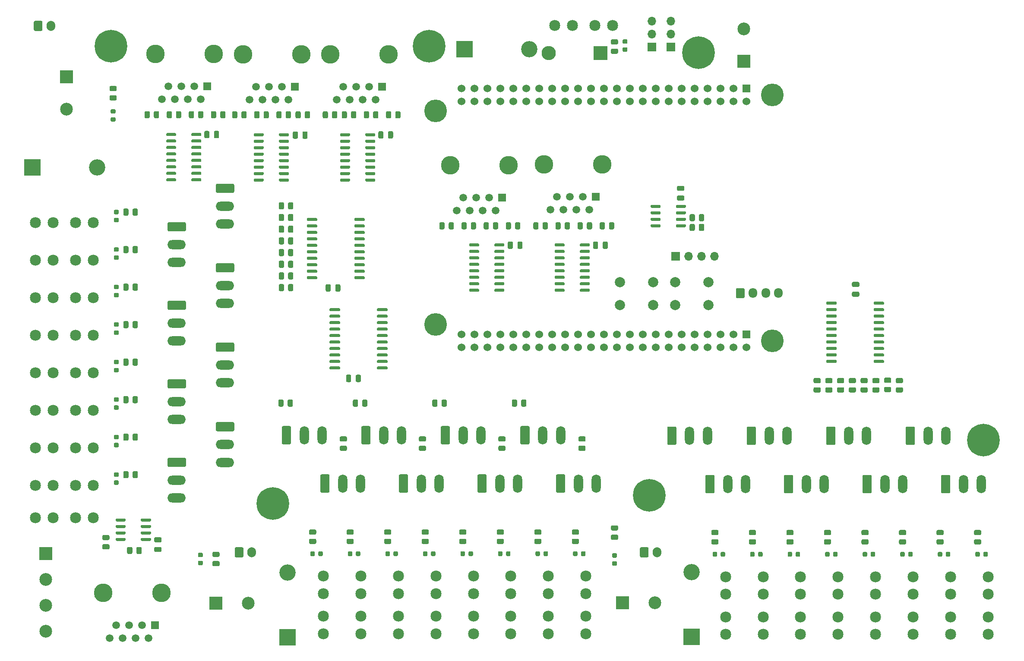
<source format=gbr>
%TF.GenerationSoftware,KiCad,Pcbnew,(5.1.9)-1*%
%TF.CreationDate,2021-02-13T21:43:23+00:00*%
%TF.ProjectId,T24_5_2-BBB,5432345f-355f-4322-9d42-42422e6b6963,rev?*%
%TF.SameCoordinates,Original*%
%TF.FileFunction,Soldermask,Top*%
%TF.FilePolarity,Negative*%
%FSLAX46Y46*%
G04 Gerber Fmt 4.6, Leading zero omitted, Abs format (unit mm)*
G04 Created by KiCad (PCBNEW (5.1.9)-1) date 2021-02-13 21:43:23*
%MOMM*%
%LPD*%
G01*
G04 APERTURE LIST*
%ADD10O,1.700000X1.700000*%
%ADD11R,1.700000X1.700000*%
%ADD12O,3.200000X3.200000*%
%ADD13R,3.200000X3.200000*%
%ADD14O,2.800000X2.800000*%
%ADD15R,2.800000X2.800000*%
%ADD16C,3.650000*%
%ADD17R,1.500000X1.500000*%
%ADD18C,1.500000*%
%ADD19C,2.500000*%
%ADD20R,2.500000X2.500000*%
%ADD21C,1.524000*%
%ADD22R,1.524000X1.524000*%
%ADD23C,4.445000*%
%ADD24O,1.800000X3.600000*%
%ADD25O,3.600000X1.800000*%
%ADD26C,2.159000*%
%ADD27O,1.700000X2.000000*%
%ADD28C,6.400000*%
%ADD29C,3.600000*%
%ADD30C,2.000000*%
%ADD31O,1.700000X1.950000*%
G04 APERTURE END LIST*
D10*
%TO.C,Buck*%
X182300000Y-30200000D03*
X182300000Y-32740000D03*
D11*
X182300000Y-35280000D03*
%TD*%
D10*
%TO.C,J30*%
X186000000Y-30200000D03*
X186000000Y-32740000D03*
D11*
X186000000Y-35280000D03*
%TD*%
%TO.C,C2*%
G36*
G01*
X188415000Y-63540000D02*
X187465000Y-63540000D01*
G75*
G02*
X187215000Y-63290000I0J250000D01*
G01*
X187215000Y-62790000D01*
G75*
G02*
X187465000Y-62540000I250000J0D01*
G01*
X188415000Y-62540000D01*
G75*
G02*
X188665000Y-62790000I0J-250000D01*
G01*
X188665000Y-63290000D01*
G75*
G02*
X188415000Y-63540000I-250000J0D01*
G01*
G37*
G36*
G01*
X188415000Y-65440000D02*
X187465000Y-65440000D01*
G75*
G02*
X187215000Y-65190000I0J250000D01*
G01*
X187215000Y-64690000D01*
G75*
G02*
X187465000Y-64440000I250000J0D01*
G01*
X188415000Y-64440000D01*
G75*
G02*
X188665000Y-64690000I0J-250000D01*
G01*
X188665000Y-65190000D01*
G75*
G02*
X188415000Y-65440000I-250000J0D01*
G01*
G37*
%TD*%
%TO.C,C17*%
G36*
G01*
X222735000Y-82400000D02*
X221785000Y-82400000D01*
G75*
G02*
X221535000Y-82150000I0J250000D01*
G01*
X221535000Y-81650000D01*
G75*
G02*
X221785000Y-81400000I250000J0D01*
G01*
X222735000Y-81400000D01*
G75*
G02*
X222985000Y-81650000I0J-250000D01*
G01*
X222985000Y-82150000D01*
G75*
G02*
X222735000Y-82400000I-250000J0D01*
G01*
G37*
G36*
G01*
X222735000Y-84300000D02*
X221785000Y-84300000D01*
G75*
G02*
X221535000Y-84050000I0J250000D01*
G01*
X221535000Y-83550000D01*
G75*
G02*
X221785000Y-83300000I250000J0D01*
G01*
X222735000Y-83300000D01*
G75*
G02*
X222985000Y-83550000I0J-250000D01*
G01*
X222985000Y-84050000D01*
G75*
G02*
X222735000Y-84300000I-250000J0D01*
G01*
G37*
%TD*%
%TO.C,C9*%
G36*
G01*
X123320000Y-99855000D02*
X123320000Y-100805000D01*
G75*
G02*
X123070000Y-101055000I-250000J0D01*
G01*
X122570000Y-101055000D01*
G75*
G02*
X122320000Y-100805000I0J250000D01*
G01*
X122320000Y-99855000D01*
G75*
G02*
X122570000Y-99605000I250000J0D01*
G01*
X123070000Y-99605000D01*
G75*
G02*
X123320000Y-99855000I0J-250000D01*
G01*
G37*
G36*
G01*
X125220000Y-99855000D02*
X125220000Y-100805000D01*
G75*
G02*
X124970000Y-101055000I-250000J0D01*
G01*
X124470000Y-101055000D01*
G75*
G02*
X124220000Y-100805000I0J250000D01*
G01*
X124220000Y-99855000D01*
G75*
G02*
X124470000Y-99605000I250000J0D01*
G01*
X124970000Y-99605000D01*
G75*
G02*
X125220000Y-99855000I0J-250000D01*
G01*
G37*
%TD*%
%TO.C,C8*%
G36*
G01*
X85885000Y-132510000D02*
X84935000Y-132510000D01*
G75*
G02*
X84685000Y-132260000I0J250000D01*
G01*
X84685000Y-131760000D01*
G75*
G02*
X84935000Y-131510000I250000J0D01*
G01*
X85885000Y-131510000D01*
G75*
G02*
X86135000Y-131760000I0J-250000D01*
G01*
X86135000Y-132260000D01*
G75*
G02*
X85885000Y-132510000I-250000J0D01*
G01*
G37*
G36*
G01*
X85885000Y-134410000D02*
X84935000Y-134410000D01*
G75*
G02*
X84685000Y-134160000I0J250000D01*
G01*
X84685000Y-133660000D01*
G75*
G02*
X84935000Y-133410000I250000J0D01*
G01*
X85885000Y-133410000D01*
G75*
G02*
X86135000Y-133660000I0J-250000D01*
G01*
X86135000Y-134160000D01*
G75*
G02*
X85885000Y-134410000I-250000J0D01*
G01*
G37*
%TD*%
%TO.C,C7*%
G36*
G01*
X171750000Y-73725000D02*
X171750000Y-74675000D01*
G75*
G02*
X171500000Y-74925000I-250000J0D01*
G01*
X171000000Y-74925000D01*
G75*
G02*
X170750000Y-74675000I0J250000D01*
G01*
X170750000Y-73725000D01*
G75*
G02*
X171000000Y-73475000I250000J0D01*
G01*
X171500000Y-73475000D01*
G75*
G02*
X171750000Y-73725000I0J-250000D01*
G01*
G37*
G36*
G01*
X173650000Y-73725000D02*
X173650000Y-74675000D01*
G75*
G02*
X173400000Y-74925000I-250000J0D01*
G01*
X172900000Y-74925000D01*
G75*
G02*
X172650000Y-74675000I0J250000D01*
G01*
X172650000Y-73725000D01*
G75*
G02*
X172900000Y-73475000I250000J0D01*
G01*
X173400000Y-73475000D01*
G75*
G02*
X173650000Y-73725000I0J-250000D01*
G01*
G37*
%TD*%
%TO.C,C6*%
G36*
G01*
X155030000Y-73715000D02*
X155030000Y-74665000D01*
G75*
G02*
X154780000Y-74915000I-250000J0D01*
G01*
X154280000Y-74915000D01*
G75*
G02*
X154030000Y-74665000I0J250000D01*
G01*
X154030000Y-73715000D01*
G75*
G02*
X154280000Y-73465000I250000J0D01*
G01*
X154780000Y-73465000D01*
G75*
G02*
X155030000Y-73715000I0J-250000D01*
G01*
G37*
G36*
G01*
X156930000Y-73715000D02*
X156930000Y-74665000D01*
G75*
G02*
X156680000Y-74915000I-250000J0D01*
G01*
X156180000Y-74915000D01*
G75*
G02*
X155930000Y-74665000I0J250000D01*
G01*
X155930000Y-73715000D01*
G75*
G02*
X156180000Y-73465000I250000J0D01*
G01*
X156680000Y-73465000D01*
G75*
G02*
X156930000Y-73715000I0J-250000D01*
G01*
G37*
%TD*%
%TO.C,C5*%
G36*
G01*
X129640000Y-52075000D02*
X129640000Y-53025000D01*
G75*
G02*
X129390000Y-53275000I-250000J0D01*
G01*
X128890000Y-53275000D01*
G75*
G02*
X128640000Y-53025000I0J250000D01*
G01*
X128640000Y-52075000D01*
G75*
G02*
X128890000Y-51825000I250000J0D01*
G01*
X129390000Y-51825000D01*
G75*
G02*
X129640000Y-52075000I0J-250000D01*
G01*
G37*
G36*
G01*
X131540000Y-52075000D02*
X131540000Y-53025000D01*
G75*
G02*
X131290000Y-53275000I-250000J0D01*
G01*
X130790000Y-53275000D01*
G75*
G02*
X130540000Y-53025000I0J250000D01*
G01*
X130540000Y-52075000D01*
G75*
G02*
X130790000Y-51825000I250000J0D01*
G01*
X131290000Y-51825000D01*
G75*
G02*
X131540000Y-52075000I0J-250000D01*
G01*
G37*
%TD*%
%TO.C,C4*%
G36*
G01*
X112860000Y-52115000D02*
X112860000Y-53065000D01*
G75*
G02*
X112610000Y-53315000I-250000J0D01*
G01*
X112110000Y-53315000D01*
G75*
G02*
X111860000Y-53065000I0J250000D01*
G01*
X111860000Y-52115000D01*
G75*
G02*
X112110000Y-51865000I250000J0D01*
G01*
X112610000Y-51865000D01*
G75*
G02*
X112860000Y-52115000I0J-250000D01*
G01*
G37*
G36*
G01*
X114760000Y-52115000D02*
X114760000Y-53065000D01*
G75*
G02*
X114510000Y-53315000I-250000J0D01*
G01*
X114010000Y-53315000D01*
G75*
G02*
X113760000Y-53065000I0J250000D01*
G01*
X113760000Y-52115000D01*
G75*
G02*
X114010000Y-51865000I250000J0D01*
G01*
X114510000Y-51865000D01*
G75*
G02*
X114760000Y-52115000I0J-250000D01*
G01*
G37*
%TD*%
%TO.C,C3*%
G36*
G01*
X95510000Y-52015000D02*
X95510000Y-52965000D01*
G75*
G02*
X95260000Y-53215000I-250000J0D01*
G01*
X94760000Y-53215000D01*
G75*
G02*
X94510000Y-52965000I0J250000D01*
G01*
X94510000Y-52015000D01*
G75*
G02*
X94760000Y-51765000I250000J0D01*
G01*
X95260000Y-51765000D01*
G75*
G02*
X95510000Y-52015000I0J-250000D01*
G01*
G37*
G36*
G01*
X97410000Y-52015000D02*
X97410000Y-52965000D01*
G75*
G02*
X97160000Y-53215000I-250000J0D01*
G01*
X96660000Y-53215000D01*
G75*
G02*
X96410000Y-52965000I0J250000D01*
G01*
X96410000Y-52015000D01*
G75*
G02*
X96660000Y-51765000I250000J0D01*
G01*
X97160000Y-51765000D01*
G75*
G02*
X97410000Y-52015000I0J-250000D01*
G01*
G37*
%TD*%
%TO.C,C1*%
G36*
G01*
X119310000Y-82105000D02*
X119310000Y-83055000D01*
G75*
G02*
X119060000Y-83305000I-250000J0D01*
G01*
X118560000Y-83305000D01*
G75*
G02*
X118310000Y-83055000I0J250000D01*
G01*
X118310000Y-82105000D01*
G75*
G02*
X118560000Y-81855000I250000J0D01*
G01*
X119060000Y-81855000D01*
G75*
G02*
X119310000Y-82105000I0J-250000D01*
G01*
G37*
G36*
G01*
X121210000Y-82105000D02*
X121210000Y-83055000D01*
G75*
G02*
X120960000Y-83305000I-250000J0D01*
G01*
X120460000Y-83305000D01*
G75*
G02*
X120210000Y-83055000I0J250000D01*
G01*
X120210000Y-82105000D01*
G75*
G02*
X120460000Y-81855000I250000J0D01*
G01*
X120960000Y-81855000D01*
G75*
G02*
X121210000Y-82105000I0J-250000D01*
G01*
G37*
%TD*%
D12*
%TO.C,D33*%
X158274000Y-35694000D03*
D13*
X145574000Y-35694000D03*
%TD*%
D14*
%TO.C,D8*%
X162084000Y-36456000D03*
D15*
X172244000Y-36456000D03*
%TD*%
D12*
%TO.C,D7*%
X190117400Y-138324000D03*
D13*
X190117400Y-151024000D03*
%TD*%
D12*
%TO.C,D6*%
X110802400Y-138400000D03*
D13*
X110802400Y-151100000D03*
%TD*%
D12*
%TO.C,D5*%
X73529299Y-58965000D03*
D13*
X60829299Y-58965000D03*
%TD*%
D16*
%TO.C,J38*%
X119225000Y-36710000D03*
X130655000Y-36710000D03*
D17*
X129385000Y-43060000D03*
D18*
X128115000Y-45600000D03*
X126845000Y-43060000D03*
X125575000Y-45600000D03*
X124305000Y-43060000D03*
X123035000Y-45600000D03*
X121765000Y-43060000D03*
X120495000Y-45600000D03*
%TD*%
D19*
%TO.C,J28*%
X200330000Y-31740000D03*
D20*
X200330000Y-38090000D03*
%TD*%
%TO.C,R88*%
G36*
G01*
X190720000Y-68349998D02*
X190720000Y-69250002D01*
G75*
G02*
X190470002Y-69500000I-249998J0D01*
G01*
X189944998Y-69500000D01*
G75*
G02*
X189695000Y-69250002I0J249998D01*
G01*
X189695000Y-68349998D01*
G75*
G02*
X189944998Y-68100000I249998J0D01*
G01*
X190470002Y-68100000D01*
G75*
G02*
X190720000Y-68349998I0J-249998D01*
G01*
G37*
G36*
G01*
X192545000Y-68349998D02*
X192545000Y-69250002D01*
G75*
G02*
X192295002Y-69500000I-249998J0D01*
G01*
X191769998Y-69500000D01*
G75*
G02*
X191520000Y-69250002I0J249998D01*
G01*
X191520000Y-68349998D01*
G75*
G02*
X191769998Y-68100000I249998J0D01*
G01*
X192295002Y-68100000D01*
G75*
G02*
X192545000Y-68349998I0J-249998D01*
G01*
G37*
%TD*%
%TO.C,R75*%
G36*
G01*
X246629802Y-131100000D02*
X245729798Y-131100000D01*
G75*
G02*
X245479800Y-130850002I0J249998D01*
G01*
X245479800Y-130324998D01*
G75*
G02*
X245729798Y-130075000I249998J0D01*
G01*
X246629802Y-130075000D01*
G75*
G02*
X246879800Y-130324998I0J-249998D01*
G01*
X246879800Y-130850002D01*
G75*
G02*
X246629802Y-131100000I-249998J0D01*
G01*
G37*
G36*
G01*
X246629802Y-132925000D02*
X245729798Y-132925000D01*
G75*
G02*
X245479800Y-132675002I0J249998D01*
G01*
X245479800Y-132149998D01*
G75*
G02*
X245729798Y-131900000I249998J0D01*
G01*
X246629802Y-131900000D01*
G75*
G02*
X246879800Y-132149998I0J-249998D01*
G01*
X246879800Y-132675002D01*
G75*
G02*
X246629802Y-132925000I-249998J0D01*
G01*
G37*
%TD*%
%TO.C,R74*%
G36*
G01*
X239269086Y-131100000D02*
X238369082Y-131100000D01*
G75*
G02*
X238119084Y-130850002I0J249998D01*
G01*
X238119084Y-130324998D01*
G75*
G02*
X238369082Y-130075000I249998J0D01*
G01*
X239269086Y-130075000D01*
G75*
G02*
X239519084Y-130324998I0J-249998D01*
G01*
X239519084Y-130850002D01*
G75*
G02*
X239269086Y-131100000I-249998J0D01*
G01*
G37*
G36*
G01*
X239269086Y-132925000D02*
X238369082Y-132925000D01*
G75*
G02*
X238119084Y-132675002I0J249998D01*
G01*
X238119084Y-132149998D01*
G75*
G02*
X238369082Y-131900000I249998J0D01*
G01*
X239269086Y-131900000D01*
G75*
G02*
X239519084Y-132149998I0J-249998D01*
G01*
X239519084Y-132675002D01*
G75*
G02*
X239269086Y-132925000I-249998J0D01*
G01*
G37*
%TD*%
%TO.C,R73*%
G36*
G01*
X231908372Y-131100000D02*
X231008368Y-131100000D01*
G75*
G02*
X230758370Y-130850002I0J249998D01*
G01*
X230758370Y-130324998D01*
G75*
G02*
X231008368Y-130075000I249998J0D01*
G01*
X231908372Y-130075000D01*
G75*
G02*
X232158370Y-130324998I0J-249998D01*
G01*
X232158370Y-130850002D01*
G75*
G02*
X231908372Y-131100000I-249998J0D01*
G01*
G37*
G36*
G01*
X231908372Y-132925000D02*
X231008368Y-132925000D01*
G75*
G02*
X230758370Y-132675002I0J249998D01*
G01*
X230758370Y-132149998D01*
G75*
G02*
X231008368Y-131900000I249998J0D01*
G01*
X231908372Y-131900000D01*
G75*
G02*
X232158370Y-132149998I0J-249998D01*
G01*
X232158370Y-132675002D01*
G75*
G02*
X231908372Y-132925000I-249998J0D01*
G01*
G37*
%TD*%
%TO.C,R72*%
G36*
G01*
X224547658Y-131100000D02*
X223647654Y-131100000D01*
G75*
G02*
X223397656Y-130850002I0J249998D01*
G01*
X223397656Y-130324998D01*
G75*
G02*
X223647654Y-130075000I249998J0D01*
G01*
X224547658Y-130075000D01*
G75*
G02*
X224797656Y-130324998I0J-249998D01*
G01*
X224797656Y-130850002D01*
G75*
G02*
X224547658Y-131100000I-249998J0D01*
G01*
G37*
G36*
G01*
X224547658Y-132925000D02*
X223647654Y-132925000D01*
G75*
G02*
X223397656Y-132675002I0J249998D01*
G01*
X223397656Y-132149998D01*
G75*
G02*
X223647654Y-131900000I249998J0D01*
G01*
X224547658Y-131900000D01*
G75*
G02*
X224797656Y-132149998I0J-249998D01*
G01*
X224797656Y-132675002D01*
G75*
G02*
X224547658Y-132925000I-249998J0D01*
G01*
G37*
%TD*%
%TO.C,R71*%
G36*
G01*
X217186944Y-131100000D02*
X216286940Y-131100000D01*
G75*
G02*
X216036942Y-130850002I0J249998D01*
G01*
X216036942Y-130324998D01*
G75*
G02*
X216286940Y-130075000I249998J0D01*
G01*
X217186944Y-130075000D01*
G75*
G02*
X217436942Y-130324998I0J-249998D01*
G01*
X217436942Y-130850002D01*
G75*
G02*
X217186944Y-131100000I-249998J0D01*
G01*
G37*
G36*
G01*
X217186944Y-132925000D02*
X216286940Y-132925000D01*
G75*
G02*
X216036942Y-132675002I0J249998D01*
G01*
X216036942Y-132149998D01*
G75*
G02*
X216286940Y-131900000I249998J0D01*
G01*
X217186944Y-131900000D01*
G75*
G02*
X217436942Y-132149998I0J-249998D01*
G01*
X217436942Y-132675002D01*
G75*
G02*
X217186944Y-132925000I-249998J0D01*
G01*
G37*
%TD*%
%TO.C,R70*%
G36*
G01*
X209826230Y-131100000D02*
X208926226Y-131100000D01*
G75*
G02*
X208676228Y-130850002I0J249998D01*
G01*
X208676228Y-130324998D01*
G75*
G02*
X208926226Y-130075000I249998J0D01*
G01*
X209826230Y-130075000D01*
G75*
G02*
X210076228Y-130324998I0J-249998D01*
G01*
X210076228Y-130850002D01*
G75*
G02*
X209826230Y-131100000I-249998J0D01*
G01*
G37*
G36*
G01*
X209826230Y-132925000D02*
X208926226Y-132925000D01*
G75*
G02*
X208676228Y-132675002I0J249998D01*
G01*
X208676228Y-132149998D01*
G75*
G02*
X208926226Y-131900000I249998J0D01*
G01*
X209826230Y-131900000D01*
G75*
G02*
X210076228Y-132149998I0J-249998D01*
G01*
X210076228Y-132675002D01*
G75*
G02*
X209826230Y-132925000I-249998J0D01*
G01*
G37*
%TD*%
%TO.C,R69*%
G36*
G01*
X202465516Y-131100000D02*
X201565512Y-131100000D01*
G75*
G02*
X201315514Y-130850002I0J249998D01*
G01*
X201315514Y-130324998D01*
G75*
G02*
X201565512Y-130075000I249998J0D01*
G01*
X202465516Y-130075000D01*
G75*
G02*
X202715514Y-130324998I0J-249998D01*
G01*
X202715514Y-130850002D01*
G75*
G02*
X202465516Y-131100000I-249998J0D01*
G01*
G37*
G36*
G01*
X202465516Y-132925000D02*
X201565512Y-132925000D01*
G75*
G02*
X201315514Y-132675002I0J249998D01*
G01*
X201315514Y-132149998D01*
G75*
G02*
X201565512Y-131900000I249998J0D01*
G01*
X202465516Y-131900000D01*
G75*
G02*
X202715514Y-132149998I0J-249998D01*
G01*
X202715514Y-132675002D01*
G75*
G02*
X202465516Y-132925000I-249998J0D01*
G01*
G37*
%TD*%
%TO.C,R68*%
G36*
G01*
X195104802Y-131100000D02*
X194204798Y-131100000D01*
G75*
G02*
X193954800Y-130850002I0J249998D01*
G01*
X193954800Y-130324998D01*
G75*
G02*
X194204798Y-130075000I249998J0D01*
G01*
X195104802Y-130075000D01*
G75*
G02*
X195354800Y-130324998I0J-249998D01*
G01*
X195354800Y-130850002D01*
G75*
G02*
X195104802Y-131100000I-249998J0D01*
G01*
G37*
G36*
G01*
X195104802Y-132925000D02*
X194204798Y-132925000D01*
G75*
G02*
X193954800Y-132675002I0J249998D01*
G01*
X193954800Y-132149998D01*
G75*
G02*
X194204798Y-131900000I249998J0D01*
G01*
X195104802Y-131900000D01*
G75*
G02*
X195354800Y-132149998I0J-249998D01*
G01*
X195354800Y-132675002D01*
G75*
G02*
X195104802Y-132925000I-249998J0D01*
G01*
G37*
%TD*%
%TO.C,R67*%
G36*
G01*
X167739802Y-131000000D02*
X166839798Y-131000000D01*
G75*
G02*
X166589800Y-130750002I0J249998D01*
G01*
X166589800Y-130224998D01*
G75*
G02*
X166839798Y-129975000I249998J0D01*
G01*
X167739802Y-129975000D01*
G75*
G02*
X167989800Y-130224998I0J-249998D01*
G01*
X167989800Y-130750002D01*
G75*
G02*
X167739802Y-131000000I-249998J0D01*
G01*
G37*
G36*
G01*
X167739802Y-132825000D02*
X166839798Y-132825000D01*
G75*
G02*
X166589800Y-132575002I0J249998D01*
G01*
X166589800Y-132049998D01*
G75*
G02*
X166839798Y-131800000I249998J0D01*
G01*
X167739802Y-131800000D01*
G75*
G02*
X167989800Y-132049998I0J-249998D01*
G01*
X167989800Y-132575002D01*
G75*
G02*
X167739802Y-132825000I-249998J0D01*
G01*
G37*
%TD*%
%TO.C,R66*%
G36*
G01*
X160379086Y-131000000D02*
X159479082Y-131000000D01*
G75*
G02*
X159229084Y-130750002I0J249998D01*
G01*
X159229084Y-130224998D01*
G75*
G02*
X159479082Y-129975000I249998J0D01*
G01*
X160379086Y-129975000D01*
G75*
G02*
X160629084Y-130224998I0J-249998D01*
G01*
X160629084Y-130750002D01*
G75*
G02*
X160379086Y-131000000I-249998J0D01*
G01*
G37*
G36*
G01*
X160379086Y-132825000D02*
X159479082Y-132825000D01*
G75*
G02*
X159229084Y-132575002I0J249998D01*
G01*
X159229084Y-132049998D01*
G75*
G02*
X159479082Y-131800000I249998J0D01*
G01*
X160379086Y-131800000D01*
G75*
G02*
X160629084Y-132049998I0J-249998D01*
G01*
X160629084Y-132575002D01*
G75*
G02*
X160379086Y-132825000I-249998J0D01*
G01*
G37*
%TD*%
%TO.C,R65*%
G36*
G01*
X153018372Y-131000000D02*
X152118368Y-131000000D01*
G75*
G02*
X151868370Y-130750002I0J249998D01*
G01*
X151868370Y-130224998D01*
G75*
G02*
X152118368Y-129975000I249998J0D01*
G01*
X153018372Y-129975000D01*
G75*
G02*
X153268370Y-130224998I0J-249998D01*
G01*
X153268370Y-130750002D01*
G75*
G02*
X153018372Y-131000000I-249998J0D01*
G01*
G37*
G36*
G01*
X153018372Y-132825000D02*
X152118368Y-132825000D01*
G75*
G02*
X151868370Y-132575002I0J249998D01*
G01*
X151868370Y-132049998D01*
G75*
G02*
X152118368Y-131800000I249998J0D01*
G01*
X153018372Y-131800000D01*
G75*
G02*
X153268370Y-132049998I0J-249998D01*
G01*
X153268370Y-132575002D01*
G75*
G02*
X153018372Y-132825000I-249998J0D01*
G01*
G37*
%TD*%
%TO.C,R64*%
G36*
G01*
X145657658Y-131000000D02*
X144757654Y-131000000D01*
G75*
G02*
X144507656Y-130750002I0J249998D01*
G01*
X144507656Y-130224998D01*
G75*
G02*
X144757654Y-129975000I249998J0D01*
G01*
X145657658Y-129975000D01*
G75*
G02*
X145907656Y-130224998I0J-249998D01*
G01*
X145907656Y-130750002D01*
G75*
G02*
X145657658Y-131000000I-249998J0D01*
G01*
G37*
G36*
G01*
X145657658Y-132825000D02*
X144757654Y-132825000D01*
G75*
G02*
X144507656Y-132575002I0J249998D01*
G01*
X144507656Y-132049998D01*
G75*
G02*
X144757654Y-131800000I249998J0D01*
G01*
X145657658Y-131800000D01*
G75*
G02*
X145907656Y-132049998I0J-249998D01*
G01*
X145907656Y-132575002D01*
G75*
G02*
X145657658Y-132825000I-249998J0D01*
G01*
G37*
%TD*%
%TO.C,R63*%
G36*
G01*
X138296944Y-131000000D02*
X137396940Y-131000000D01*
G75*
G02*
X137146942Y-130750002I0J249998D01*
G01*
X137146942Y-130224998D01*
G75*
G02*
X137396940Y-129975000I249998J0D01*
G01*
X138296944Y-129975000D01*
G75*
G02*
X138546942Y-130224998I0J-249998D01*
G01*
X138546942Y-130750002D01*
G75*
G02*
X138296944Y-131000000I-249998J0D01*
G01*
G37*
G36*
G01*
X138296944Y-132825000D02*
X137396940Y-132825000D01*
G75*
G02*
X137146942Y-132575002I0J249998D01*
G01*
X137146942Y-132049998D01*
G75*
G02*
X137396940Y-131800000I249998J0D01*
G01*
X138296944Y-131800000D01*
G75*
G02*
X138546942Y-132049998I0J-249998D01*
G01*
X138546942Y-132575002D01*
G75*
G02*
X138296944Y-132825000I-249998J0D01*
G01*
G37*
%TD*%
%TO.C,R62*%
G36*
G01*
X130936230Y-131000000D02*
X130036226Y-131000000D01*
G75*
G02*
X129786228Y-130750002I0J249998D01*
G01*
X129786228Y-130224998D01*
G75*
G02*
X130036226Y-129975000I249998J0D01*
G01*
X130936230Y-129975000D01*
G75*
G02*
X131186228Y-130224998I0J-249998D01*
G01*
X131186228Y-130750002D01*
G75*
G02*
X130936230Y-131000000I-249998J0D01*
G01*
G37*
G36*
G01*
X130936230Y-132825000D02*
X130036226Y-132825000D01*
G75*
G02*
X129786228Y-132575002I0J249998D01*
G01*
X129786228Y-132049998D01*
G75*
G02*
X130036226Y-131800000I249998J0D01*
G01*
X130936230Y-131800000D01*
G75*
G02*
X131186228Y-132049998I0J-249998D01*
G01*
X131186228Y-132575002D01*
G75*
G02*
X130936230Y-132825000I-249998J0D01*
G01*
G37*
%TD*%
%TO.C,R61*%
G36*
G01*
X123575516Y-131000000D02*
X122675512Y-131000000D01*
G75*
G02*
X122425514Y-130750002I0J249998D01*
G01*
X122425514Y-130224998D01*
G75*
G02*
X122675512Y-129975000I249998J0D01*
G01*
X123575516Y-129975000D01*
G75*
G02*
X123825514Y-130224998I0J-249998D01*
G01*
X123825514Y-130750002D01*
G75*
G02*
X123575516Y-131000000I-249998J0D01*
G01*
G37*
G36*
G01*
X123575516Y-132825000D02*
X122675512Y-132825000D01*
G75*
G02*
X122425514Y-132575002I0J249998D01*
G01*
X122425514Y-132049998D01*
G75*
G02*
X122675512Y-131800000I249998J0D01*
G01*
X123575516Y-131800000D01*
G75*
G02*
X123825514Y-132049998I0J-249998D01*
G01*
X123825514Y-132575002D01*
G75*
G02*
X123575516Y-132825000I-249998J0D01*
G01*
G37*
%TD*%
%TO.C,R60*%
G36*
G01*
X116214802Y-131000000D02*
X115314798Y-131000000D01*
G75*
G02*
X115064800Y-130750002I0J249998D01*
G01*
X115064800Y-130224998D01*
G75*
G02*
X115314798Y-129975000I249998J0D01*
G01*
X116214802Y-129975000D01*
G75*
G02*
X116464800Y-130224998I0J-249998D01*
G01*
X116464800Y-130750002D01*
G75*
G02*
X116214802Y-131000000I-249998J0D01*
G01*
G37*
G36*
G01*
X116214802Y-132825000D02*
X115314798Y-132825000D01*
G75*
G02*
X115064800Y-132575002I0J249998D01*
G01*
X115064800Y-132049998D01*
G75*
G02*
X115314798Y-131800000I249998J0D01*
G01*
X116214802Y-131800000D01*
G75*
G02*
X116464800Y-132049998I0J-249998D01*
G01*
X116464800Y-132575002D01*
G75*
G02*
X116214802Y-132825000I-249998J0D01*
G01*
G37*
%TD*%
%TO.C,R59*%
G36*
G01*
X80449286Y-119675002D02*
X80449286Y-118774998D01*
G75*
G02*
X80699284Y-118525000I249998J0D01*
G01*
X81224288Y-118525000D01*
G75*
G02*
X81474286Y-118774998I0J-249998D01*
G01*
X81474286Y-119675002D01*
G75*
G02*
X81224288Y-119925000I-249998J0D01*
G01*
X80699284Y-119925000D01*
G75*
G02*
X80449286Y-119675002I0J249998D01*
G01*
G37*
G36*
G01*
X78624286Y-119675002D02*
X78624286Y-118774998D01*
G75*
G02*
X78874284Y-118525000I249998J0D01*
G01*
X79399288Y-118525000D01*
G75*
G02*
X79649286Y-118774998I0J-249998D01*
G01*
X79649286Y-119675002D01*
G75*
G02*
X79399288Y-119925000I-249998J0D01*
G01*
X78874284Y-119925000D01*
G75*
G02*
X78624286Y-119675002I0J249998D01*
G01*
G37*
%TD*%
%TO.C,R58*%
G36*
G01*
X80449286Y-112314286D02*
X80449286Y-111414282D01*
G75*
G02*
X80699284Y-111164284I249998J0D01*
G01*
X81224288Y-111164284D01*
G75*
G02*
X81474286Y-111414282I0J-249998D01*
G01*
X81474286Y-112314286D01*
G75*
G02*
X81224288Y-112564284I-249998J0D01*
G01*
X80699284Y-112564284D01*
G75*
G02*
X80449286Y-112314286I0J249998D01*
G01*
G37*
G36*
G01*
X78624286Y-112314286D02*
X78624286Y-111414282D01*
G75*
G02*
X78874284Y-111164284I249998J0D01*
G01*
X79399288Y-111164284D01*
G75*
G02*
X79649286Y-111414282I0J-249998D01*
G01*
X79649286Y-112314286D01*
G75*
G02*
X79399288Y-112564284I-249998J0D01*
G01*
X78874284Y-112564284D01*
G75*
G02*
X78624286Y-112314286I0J249998D01*
G01*
G37*
%TD*%
%TO.C,R57*%
G36*
G01*
X80449286Y-104953572D02*
X80449286Y-104053568D01*
G75*
G02*
X80699284Y-103803570I249998J0D01*
G01*
X81224288Y-103803570D01*
G75*
G02*
X81474286Y-104053568I0J-249998D01*
G01*
X81474286Y-104953572D01*
G75*
G02*
X81224288Y-105203570I-249998J0D01*
G01*
X80699284Y-105203570D01*
G75*
G02*
X80449286Y-104953572I0J249998D01*
G01*
G37*
G36*
G01*
X78624286Y-104953572D02*
X78624286Y-104053568D01*
G75*
G02*
X78874284Y-103803570I249998J0D01*
G01*
X79399288Y-103803570D01*
G75*
G02*
X79649286Y-104053568I0J-249998D01*
G01*
X79649286Y-104953572D01*
G75*
G02*
X79399288Y-105203570I-249998J0D01*
G01*
X78874284Y-105203570D01*
G75*
G02*
X78624286Y-104953572I0J249998D01*
G01*
G37*
%TD*%
%TO.C,R56*%
G36*
G01*
X80449286Y-97592858D02*
X80449286Y-96692854D01*
G75*
G02*
X80699284Y-96442856I249998J0D01*
G01*
X81224288Y-96442856D01*
G75*
G02*
X81474286Y-96692854I0J-249998D01*
G01*
X81474286Y-97592858D01*
G75*
G02*
X81224288Y-97842856I-249998J0D01*
G01*
X80699284Y-97842856D01*
G75*
G02*
X80449286Y-97592858I0J249998D01*
G01*
G37*
G36*
G01*
X78624286Y-97592858D02*
X78624286Y-96692854D01*
G75*
G02*
X78874284Y-96442856I249998J0D01*
G01*
X79399288Y-96442856D01*
G75*
G02*
X79649286Y-96692854I0J-249998D01*
G01*
X79649286Y-97592858D01*
G75*
G02*
X79399288Y-97842856I-249998J0D01*
G01*
X78874284Y-97842856D01*
G75*
G02*
X78624286Y-97592858I0J249998D01*
G01*
G37*
%TD*%
%TO.C,R55*%
G36*
G01*
X80449286Y-90232144D02*
X80449286Y-89332140D01*
G75*
G02*
X80699284Y-89082142I249998J0D01*
G01*
X81224288Y-89082142D01*
G75*
G02*
X81474286Y-89332140I0J-249998D01*
G01*
X81474286Y-90232144D01*
G75*
G02*
X81224288Y-90482142I-249998J0D01*
G01*
X80699284Y-90482142D01*
G75*
G02*
X80449286Y-90232144I0J249998D01*
G01*
G37*
G36*
G01*
X78624286Y-90232144D02*
X78624286Y-89332140D01*
G75*
G02*
X78874284Y-89082142I249998J0D01*
G01*
X79399288Y-89082142D01*
G75*
G02*
X79649286Y-89332140I0J-249998D01*
G01*
X79649286Y-90232144D01*
G75*
G02*
X79399288Y-90482142I-249998J0D01*
G01*
X78874284Y-90482142D01*
G75*
G02*
X78624286Y-90232144I0J249998D01*
G01*
G37*
%TD*%
%TO.C,R54*%
G36*
G01*
X80449286Y-82871430D02*
X80449286Y-81971426D01*
G75*
G02*
X80699284Y-81721428I249998J0D01*
G01*
X81224288Y-81721428D01*
G75*
G02*
X81474286Y-81971426I0J-249998D01*
G01*
X81474286Y-82871430D01*
G75*
G02*
X81224288Y-83121428I-249998J0D01*
G01*
X80699284Y-83121428D01*
G75*
G02*
X80449286Y-82871430I0J249998D01*
G01*
G37*
G36*
G01*
X78624286Y-82871430D02*
X78624286Y-81971426D01*
G75*
G02*
X78874284Y-81721428I249998J0D01*
G01*
X79399288Y-81721428D01*
G75*
G02*
X79649286Y-81971426I0J-249998D01*
G01*
X79649286Y-82871430D01*
G75*
G02*
X79399288Y-83121428I-249998J0D01*
G01*
X78874284Y-83121428D01*
G75*
G02*
X78624286Y-82871430I0J249998D01*
G01*
G37*
%TD*%
%TO.C,R53*%
G36*
G01*
X80449286Y-75510716D02*
X80449286Y-74610712D01*
G75*
G02*
X80699284Y-74360714I249998J0D01*
G01*
X81224288Y-74360714D01*
G75*
G02*
X81474286Y-74610712I0J-249998D01*
G01*
X81474286Y-75510716D01*
G75*
G02*
X81224288Y-75760714I-249998J0D01*
G01*
X80699284Y-75760714D01*
G75*
G02*
X80449286Y-75510716I0J249998D01*
G01*
G37*
G36*
G01*
X78624286Y-75510716D02*
X78624286Y-74610712D01*
G75*
G02*
X78874284Y-74360714I249998J0D01*
G01*
X79399288Y-74360714D01*
G75*
G02*
X79649286Y-74610712I0J-249998D01*
G01*
X79649286Y-75510716D01*
G75*
G02*
X79399288Y-75760714I-249998J0D01*
G01*
X78874284Y-75760714D01*
G75*
G02*
X78624286Y-75510716I0J249998D01*
G01*
G37*
%TD*%
%TO.C,R52*%
G36*
G01*
X80449286Y-68150002D02*
X80449286Y-67249998D01*
G75*
G02*
X80699284Y-67000000I249998J0D01*
G01*
X81224288Y-67000000D01*
G75*
G02*
X81474286Y-67249998I0J-249998D01*
G01*
X81474286Y-68150002D01*
G75*
G02*
X81224288Y-68400000I-249998J0D01*
G01*
X80699284Y-68400000D01*
G75*
G02*
X80449286Y-68150002I0J249998D01*
G01*
G37*
G36*
G01*
X78624286Y-68150002D02*
X78624286Y-67249998D01*
G75*
G02*
X78874284Y-67000000I249998J0D01*
G01*
X79399288Y-67000000D01*
G75*
G02*
X79649286Y-67249998I0J-249998D01*
G01*
X79649286Y-68150002D01*
G75*
G02*
X79399288Y-68400000I-249998J0D01*
G01*
X78874284Y-68400000D01*
G75*
G02*
X78624286Y-68150002I0J249998D01*
G01*
G37*
%TD*%
%TO.C,R51*%
G36*
G01*
X81200000Y-134550002D02*
X81200000Y-133649998D01*
G75*
G02*
X81449998Y-133400000I249998J0D01*
G01*
X81975002Y-133400000D01*
G75*
G02*
X82225000Y-133649998I0J-249998D01*
G01*
X82225000Y-134550002D01*
G75*
G02*
X81975002Y-134800000I-249998J0D01*
G01*
X81449998Y-134800000D01*
G75*
G02*
X81200000Y-134550002I0J249998D01*
G01*
G37*
G36*
G01*
X79375000Y-134550002D02*
X79375000Y-133649998D01*
G75*
G02*
X79624998Y-133400000I249998J0D01*
G01*
X80150002Y-133400000D01*
G75*
G02*
X80400000Y-133649998I0J-249998D01*
G01*
X80400000Y-134550002D01*
G75*
G02*
X80150002Y-134800000I-249998J0D01*
G01*
X79624998Y-134800000D01*
G75*
G02*
X79375000Y-134550002I0J249998D01*
G01*
G37*
%TD*%
%TO.C,R50*%
G36*
G01*
X74765998Y-132868000D02*
X75666002Y-132868000D01*
G75*
G02*
X75916000Y-133117998I0J-249998D01*
G01*
X75916000Y-133643002D01*
G75*
G02*
X75666002Y-133893000I-249998J0D01*
G01*
X74765998Y-133893000D01*
G75*
G02*
X74516000Y-133643002I0J249998D01*
G01*
X74516000Y-133117998D01*
G75*
G02*
X74765998Y-132868000I249998J0D01*
G01*
G37*
G36*
G01*
X74765998Y-131043000D02*
X75666002Y-131043000D01*
G75*
G02*
X75916000Y-131292998I0J-249998D01*
G01*
X75916000Y-131818002D01*
G75*
G02*
X75666002Y-132068000I-249998J0D01*
G01*
X74765998Y-132068000D01*
G75*
G02*
X74516000Y-131818002I0J249998D01*
G01*
X74516000Y-131292998D01*
G75*
G02*
X74765998Y-131043000I249998J0D01*
G01*
G37*
%TD*%
%TO.C,R49*%
G36*
G01*
X119558000Y-49060002D02*
X119558000Y-48159998D01*
G75*
G02*
X119807998Y-47910000I249998J0D01*
G01*
X120333002Y-47910000D01*
G75*
G02*
X120583000Y-48159998I0J-249998D01*
G01*
X120583000Y-49060002D01*
G75*
G02*
X120333002Y-49310000I-249998J0D01*
G01*
X119807998Y-49310000D01*
G75*
G02*
X119558000Y-49060002I0J249998D01*
G01*
G37*
G36*
G01*
X117733000Y-49060002D02*
X117733000Y-48159998D01*
G75*
G02*
X117982998Y-47910000I249998J0D01*
G01*
X118508002Y-47910000D01*
G75*
G02*
X118758000Y-48159998I0J-249998D01*
G01*
X118758000Y-49060002D01*
G75*
G02*
X118508002Y-49310000I-249998J0D01*
G01*
X117982998Y-49310000D01*
G75*
G02*
X117733000Y-49060002I0J249998D01*
G01*
G37*
%TD*%
%TO.C,R48*%
G36*
G01*
X131170000Y-48159998D02*
X131170000Y-49060002D01*
G75*
G02*
X130920002Y-49310000I-249998J0D01*
G01*
X130394998Y-49310000D01*
G75*
G02*
X130145000Y-49060002I0J249998D01*
G01*
X130145000Y-48159998D01*
G75*
G02*
X130394998Y-47910000I249998J0D01*
G01*
X130920002Y-47910000D01*
G75*
G02*
X131170000Y-48159998I0J-249998D01*
G01*
G37*
G36*
G01*
X132995000Y-48159998D02*
X132995000Y-49060002D01*
G75*
G02*
X132745002Y-49310000I-249998J0D01*
G01*
X132219998Y-49310000D01*
G75*
G02*
X131970000Y-49060002I0J249998D01*
G01*
X131970000Y-48159998D01*
G75*
G02*
X132219998Y-47910000I249998J0D01*
G01*
X132745002Y-47910000D01*
G75*
G02*
X132995000Y-48159998I0J-249998D01*
G01*
G37*
%TD*%
%TO.C,R47*%
G36*
G01*
X101795000Y-49060002D02*
X101795000Y-48159998D01*
G75*
G02*
X102044998Y-47910000I249998J0D01*
G01*
X102570002Y-47910000D01*
G75*
G02*
X102820000Y-48159998I0J-249998D01*
G01*
X102820000Y-49060002D01*
G75*
G02*
X102570002Y-49310000I-249998J0D01*
G01*
X102044998Y-49310000D01*
G75*
G02*
X101795000Y-49060002I0J249998D01*
G01*
G37*
G36*
G01*
X99970000Y-49060002D02*
X99970000Y-48159998D01*
G75*
G02*
X100219998Y-47910000I249998J0D01*
G01*
X100745002Y-47910000D01*
G75*
G02*
X100995000Y-48159998I0J-249998D01*
G01*
X100995000Y-49060002D01*
G75*
G02*
X100745002Y-49310000I-249998J0D01*
G01*
X100219998Y-49310000D01*
G75*
G02*
X99970000Y-49060002I0J249998D01*
G01*
G37*
%TD*%
%TO.C,R46*%
G36*
G01*
X113424000Y-48159998D02*
X113424000Y-49060002D01*
G75*
G02*
X113174002Y-49310000I-249998J0D01*
G01*
X112648998Y-49310000D01*
G75*
G02*
X112399000Y-49060002I0J249998D01*
G01*
X112399000Y-48159998D01*
G75*
G02*
X112648998Y-47910000I249998J0D01*
G01*
X113174002Y-47910000D01*
G75*
G02*
X113424000Y-48159998I0J-249998D01*
G01*
G37*
G36*
G01*
X115249000Y-48159998D02*
X115249000Y-49060002D01*
G75*
G02*
X114999002Y-49310000I-249998J0D01*
G01*
X114473998Y-49310000D01*
G75*
G02*
X114224000Y-49060002I0J249998D01*
G01*
X114224000Y-48159998D01*
G75*
G02*
X114473998Y-47910000I249998J0D01*
G01*
X114999002Y-47910000D01*
G75*
G02*
X115249000Y-48159998I0J-249998D01*
G01*
G37*
%TD*%
%TO.C,R45*%
G36*
G01*
X126828332Y-48159998D02*
X126828332Y-49060002D01*
G75*
G02*
X126578334Y-49310000I-249998J0D01*
G01*
X126053330Y-49310000D01*
G75*
G02*
X125803332Y-49060002I0J249998D01*
G01*
X125803332Y-48159998D01*
G75*
G02*
X126053330Y-47910000I249998J0D01*
G01*
X126578334Y-47910000D01*
G75*
G02*
X126828332Y-48159998I0J-249998D01*
G01*
G37*
G36*
G01*
X128653332Y-48159998D02*
X128653332Y-49060002D01*
G75*
G02*
X128403334Y-49310000I-249998J0D01*
G01*
X127878330Y-49310000D01*
G75*
G02*
X127628332Y-49060002I0J249998D01*
G01*
X127628332Y-48159998D01*
G75*
G02*
X127878330Y-47910000I249998J0D01*
G01*
X128403334Y-47910000D01*
G75*
G02*
X128653332Y-48159998I0J-249998D01*
G01*
G37*
%TD*%
%TO.C,R44*%
G36*
G01*
X122486666Y-48159998D02*
X122486666Y-49060002D01*
G75*
G02*
X122236668Y-49310000I-249998J0D01*
G01*
X121711664Y-49310000D01*
G75*
G02*
X121461666Y-49060002I0J249998D01*
G01*
X121461666Y-48159998D01*
G75*
G02*
X121711664Y-47910000I249998J0D01*
G01*
X122236668Y-47910000D01*
G75*
G02*
X122486666Y-48159998I0J-249998D01*
G01*
G37*
G36*
G01*
X124311666Y-48159998D02*
X124311666Y-49060002D01*
G75*
G02*
X124061668Y-49310000I-249998J0D01*
G01*
X123536664Y-49310000D01*
G75*
G02*
X123286666Y-49060002I0J249998D01*
G01*
X123286666Y-48159998D01*
G75*
G02*
X123536664Y-47910000I249998J0D01*
G01*
X124061668Y-47910000D01*
G75*
G02*
X124311666Y-48159998I0J-249998D01*
G01*
G37*
%TD*%
%TO.C,R43*%
G36*
G01*
X109678332Y-48159998D02*
X109678332Y-49060002D01*
G75*
G02*
X109428334Y-49310000I-249998J0D01*
G01*
X108903330Y-49310000D01*
G75*
G02*
X108653332Y-49060002I0J249998D01*
G01*
X108653332Y-48159998D01*
G75*
G02*
X108903330Y-47910000I249998J0D01*
G01*
X109428334Y-47910000D01*
G75*
G02*
X109678332Y-48159998I0J-249998D01*
G01*
G37*
G36*
G01*
X111503332Y-48159998D02*
X111503332Y-49060002D01*
G75*
G02*
X111253334Y-49310000I-249998J0D01*
G01*
X110728330Y-49310000D01*
G75*
G02*
X110478332Y-49060002I0J249998D01*
G01*
X110478332Y-48159998D01*
G75*
G02*
X110728330Y-47910000I249998J0D01*
G01*
X111253334Y-47910000D01*
G75*
G02*
X111503332Y-48159998I0J-249998D01*
G01*
G37*
%TD*%
%TO.C,R42*%
G36*
G01*
X105336666Y-48159998D02*
X105336666Y-49060002D01*
G75*
G02*
X105086668Y-49310000I-249998J0D01*
G01*
X104561664Y-49310000D01*
G75*
G02*
X104311666Y-49060002I0J249998D01*
G01*
X104311666Y-48159998D01*
G75*
G02*
X104561664Y-47910000I249998J0D01*
G01*
X105086668Y-47910000D01*
G75*
G02*
X105336666Y-48159998I0J-249998D01*
G01*
G37*
G36*
G01*
X107161666Y-48159998D02*
X107161666Y-49060002D01*
G75*
G02*
X106911668Y-49310000I-249998J0D01*
G01*
X106386664Y-49310000D01*
G75*
G02*
X106136666Y-49060002I0J249998D01*
G01*
X106136666Y-48159998D01*
G75*
G02*
X106386664Y-47910000I249998J0D01*
G01*
X106911668Y-47910000D01*
G75*
G02*
X107161666Y-48159998I0J-249998D01*
G01*
G37*
%TD*%
%TO.C,R41*%
G36*
G01*
X84620000Y-49035002D02*
X84620000Y-48134998D01*
G75*
G02*
X84869998Y-47885000I249998J0D01*
G01*
X85395002Y-47885000D01*
G75*
G02*
X85645000Y-48134998I0J-249998D01*
G01*
X85645000Y-49035002D01*
G75*
G02*
X85395002Y-49285000I-249998J0D01*
G01*
X84869998Y-49285000D01*
G75*
G02*
X84620000Y-49035002I0J249998D01*
G01*
G37*
G36*
G01*
X82795000Y-49035002D02*
X82795000Y-48134998D01*
G75*
G02*
X83044998Y-47885000I249998J0D01*
G01*
X83570002Y-47885000D01*
G75*
G02*
X83820000Y-48134998I0J-249998D01*
G01*
X83820000Y-49035002D01*
G75*
G02*
X83570002Y-49285000I-249998J0D01*
G01*
X83044998Y-49285000D01*
G75*
G02*
X82795000Y-49035002I0J249998D01*
G01*
G37*
%TD*%
%TO.C,R40*%
G36*
G01*
X96845000Y-48134998D02*
X96845000Y-49035002D01*
G75*
G02*
X96595002Y-49285000I-249998J0D01*
G01*
X96069998Y-49285000D01*
G75*
G02*
X95820000Y-49035002I0J249998D01*
G01*
X95820000Y-48134998D01*
G75*
G02*
X96069998Y-47885000I249998J0D01*
G01*
X96595002Y-47885000D01*
G75*
G02*
X96845000Y-48134998I0J-249998D01*
G01*
G37*
G36*
G01*
X98670000Y-48134998D02*
X98670000Y-49035002D01*
G75*
G02*
X98420002Y-49285000I-249998J0D01*
G01*
X97894998Y-49285000D01*
G75*
G02*
X97645000Y-49035002I0J249998D01*
G01*
X97645000Y-48134998D01*
G75*
G02*
X97894998Y-47885000I249998J0D01*
G01*
X98420002Y-47885000D01*
G75*
G02*
X98670000Y-48134998I0J-249998D01*
G01*
G37*
%TD*%
%TO.C,R39*%
G36*
G01*
X160860000Y-70840002D02*
X160860000Y-69939998D01*
G75*
G02*
X161109998Y-69690000I249998J0D01*
G01*
X161635002Y-69690000D01*
G75*
G02*
X161885000Y-69939998I0J-249998D01*
G01*
X161885000Y-70840002D01*
G75*
G02*
X161635002Y-71090000I-249998J0D01*
G01*
X161109998Y-71090000D01*
G75*
G02*
X160860000Y-70840002I0J249998D01*
G01*
G37*
G36*
G01*
X159035000Y-70840002D02*
X159035000Y-69939998D01*
G75*
G02*
X159284998Y-69690000I249998J0D01*
G01*
X159810002Y-69690000D01*
G75*
G02*
X160060000Y-69939998I0J-249998D01*
G01*
X160060000Y-70840002D01*
G75*
G02*
X159810002Y-71090000I-249998J0D01*
G01*
X159284998Y-71090000D01*
G75*
G02*
X159035000Y-70840002I0J249998D01*
G01*
G37*
%TD*%
%TO.C,R38*%
G36*
G01*
X173085000Y-69939998D02*
X173085000Y-70840002D01*
G75*
G02*
X172835002Y-71090000I-249998J0D01*
G01*
X172309998Y-71090000D01*
G75*
G02*
X172060000Y-70840002I0J249998D01*
G01*
X172060000Y-69939998D01*
G75*
G02*
X172309998Y-69690000I249998J0D01*
G01*
X172835002Y-69690000D01*
G75*
G02*
X173085000Y-69939998I0J-249998D01*
G01*
G37*
G36*
G01*
X174910000Y-69939998D02*
X174910000Y-70840002D01*
G75*
G02*
X174660002Y-71090000I-249998J0D01*
G01*
X174134998Y-71090000D01*
G75*
G02*
X173885000Y-70840002I0J249998D01*
G01*
X173885000Y-69939998D01*
G75*
G02*
X174134998Y-69690000I249998J0D01*
G01*
X174660002Y-69690000D01*
G75*
G02*
X174910000Y-69939998I0J-249998D01*
G01*
G37*
%TD*%
%TO.C,R37*%
G36*
G01*
X142440000Y-70840002D02*
X142440000Y-69939998D01*
G75*
G02*
X142689998Y-69690000I249998J0D01*
G01*
X143215002Y-69690000D01*
G75*
G02*
X143465000Y-69939998I0J-249998D01*
G01*
X143465000Y-70840002D01*
G75*
G02*
X143215002Y-71090000I-249998J0D01*
G01*
X142689998Y-71090000D01*
G75*
G02*
X142440000Y-70840002I0J249998D01*
G01*
G37*
G36*
G01*
X140615000Y-70840002D02*
X140615000Y-69939998D01*
G75*
G02*
X140864998Y-69690000I249998J0D01*
G01*
X141390002Y-69690000D01*
G75*
G02*
X141640000Y-69939998I0J-249998D01*
G01*
X141640000Y-70840002D01*
G75*
G02*
X141390002Y-71090000I-249998J0D01*
G01*
X140864998Y-71090000D01*
G75*
G02*
X140615000Y-70840002I0J249998D01*
G01*
G37*
%TD*%
%TO.C,R36*%
G36*
G01*
X154665000Y-69939998D02*
X154665000Y-70840002D01*
G75*
G02*
X154415002Y-71090000I-249998J0D01*
G01*
X153889998Y-71090000D01*
G75*
G02*
X153640000Y-70840002I0J249998D01*
G01*
X153640000Y-69939998D01*
G75*
G02*
X153889998Y-69690000I249998J0D01*
G01*
X154415002Y-69690000D01*
G75*
G02*
X154665000Y-69939998I0J-249998D01*
G01*
G37*
G36*
G01*
X156490000Y-69939998D02*
X156490000Y-70840002D01*
G75*
G02*
X156240002Y-71090000I-249998J0D01*
G01*
X155714998Y-71090000D01*
G75*
G02*
X155465000Y-70840002I0J249998D01*
G01*
X155465000Y-69939998D01*
G75*
G02*
X155714998Y-69690000I249998J0D01*
G01*
X156240002Y-69690000D01*
G75*
G02*
X156490000Y-69939998I0J-249998D01*
G01*
G37*
%TD*%
%TO.C,R35*%
G36*
G01*
X92503332Y-48134998D02*
X92503332Y-49035002D01*
G75*
G02*
X92253334Y-49285000I-249998J0D01*
G01*
X91728330Y-49285000D01*
G75*
G02*
X91478332Y-49035002I0J249998D01*
G01*
X91478332Y-48134998D01*
G75*
G02*
X91728330Y-47885000I249998J0D01*
G01*
X92253334Y-47885000D01*
G75*
G02*
X92503332Y-48134998I0J-249998D01*
G01*
G37*
G36*
G01*
X94328332Y-48134998D02*
X94328332Y-49035002D01*
G75*
G02*
X94078334Y-49285000I-249998J0D01*
G01*
X93553330Y-49285000D01*
G75*
G02*
X93303332Y-49035002I0J249998D01*
G01*
X93303332Y-48134998D01*
G75*
G02*
X93553330Y-47885000I249998J0D01*
G01*
X94078334Y-47885000D01*
G75*
G02*
X94328332Y-48134998I0J-249998D01*
G01*
G37*
%TD*%
%TO.C,R34*%
G36*
G01*
X88161666Y-48134998D02*
X88161666Y-49035002D01*
G75*
G02*
X87911668Y-49285000I-249998J0D01*
G01*
X87386664Y-49285000D01*
G75*
G02*
X87136666Y-49035002I0J249998D01*
G01*
X87136666Y-48134998D01*
G75*
G02*
X87386664Y-47885000I249998J0D01*
G01*
X87911668Y-47885000D01*
G75*
G02*
X88161666Y-48134998I0J-249998D01*
G01*
G37*
G36*
G01*
X89986666Y-48134998D02*
X89986666Y-49035002D01*
G75*
G02*
X89736668Y-49285000I-249998J0D01*
G01*
X89211664Y-49285000D01*
G75*
G02*
X88961666Y-49035002I0J249998D01*
G01*
X88961666Y-48134998D01*
G75*
G02*
X89211664Y-47885000I249998J0D01*
G01*
X89736668Y-47885000D01*
G75*
G02*
X89986666Y-48134998I0J-249998D01*
G01*
G37*
%TD*%
%TO.C,R33*%
G36*
G01*
X168743332Y-69939998D02*
X168743332Y-70840002D01*
G75*
G02*
X168493334Y-71090000I-249998J0D01*
G01*
X167968330Y-71090000D01*
G75*
G02*
X167718332Y-70840002I0J249998D01*
G01*
X167718332Y-69939998D01*
G75*
G02*
X167968330Y-69690000I249998J0D01*
G01*
X168493334Y-69690000D01*
G75*
G02*
X168743332Y-69939998I0J-249998D01*
G01*
G37*
G36*
G01*
X170568332Y-69939998D02*
X170568332Y-70840002D01*
G75*
G02*
X170318334Y-71090000I-249998J0D01*
G01*
X169793330Y-71090000D01*
G75*
G02*
X169543332Y-70840002I0J249998D01*
G01*
X169543332Y-69939998D01*
G75*
G02*
X169793330Y-69690000I249998J0D01*
G01*
X170318334Y-69690000D01*
G75*
G02*
X170568332Y-69939998I0J-249998D01*
G01*
G37*
%TD*%
%TO.C,R32*%
G36*
G01*
X164401666Y-69939998D02*
X164401666Y-70840002D01*
G75*
G02*
X164151668Y-71090000I-249998J0D01*
G01*
X163626664Y-71090000D01*
G75*
G02*
X163376666Y-70840002I0J249998D01*
G01*
X163376666Y-69939998D01*
G75*
G02*
X163626664Y-69690000I249998J0D01*
G01*
X164151668Y-69690000D01*
G75*
G02*
X164401666Y-69939998I0J-249998D01*
G01*
G37*
G36*
G01*
X166226666Y-69939998D02*
X166226666Y-70840002D01*
G75*
G02*
X165976668Y-71090000I-249998J0D01*
G01*
X165451664Y-71090000D01*
G75*
G02*
X165201666Y-70840002I0J249998D01*
G01*
X165201666Y-69939998D01*
G75*
G02*
X165451664Y-69690000I249998J0D01*
G01*
X165976668Y-69690000D01*
G75*
G02*
X166226666Y-69939998I0J-249998D01*
G01*
G37*
%TD*%
%TO.C,R31*%
G36*
G01*
X150323332Y-69939998D02*
X150323332Y-70840002D01*
G75*
G02*
X150073334Y-71090000I-249998J0D01*
G01*
X149548330Y-71090000D01*
G75*
G02*
X149298332Y-70840002I0J249998D01*
G01*
X149298332Y-69939998D01*
G75*
G02*
X149548330Y-69690000I249998J0D01*
G01*
X150073334Y-69690000D01*
G75*
G02*
X150323332Y-69939998I0J-249998D01*
G01*
G37*
G36*
G01*
X152148332Y-69939998D02*
X152148332Y-70840002D01*
G75*
G02*
X151898334Y-71090000I-249998J0D01*
G01*
X151373330Y-71090000D01*
G75*
G02*
X151123332Y-70840002I0J249998D01*
G01*
X151123332Y-69939998D01*
G75*
G02*
X151373330Y-69690000I249998J0D01*
G01*
X151898334Y-69690000D01*
G75*
G02*
X152148332Y-69939998I0J-249998D01*
G01*
G37*
%TD*%
%TO.C,R30*%
G36*
G01*
X145981666Y-69939998D02*
X145981666Y-70840002D01*
G75*
G02*
X145731668Y-71090000I-249998J0D01*
G01*
X145206664Y-71090000D01*
G75*
G02*
X144956666Y-70840002I0J249998D01*
G01*
X144956666Y-69939998D01*
G75*
G02*
X145206664Y-69690000I249998J0D01*
G01*
X145731668Y-69690000D01*
G75*
G02*
X145981666Y-69939998I0J-249998D01*
G01*
G37*
G36*
G01*
X147806666Y-69939998D02*
X147806666Y-70840002D01*
G75*
G02*
X147556668Y-71090000I-249998J0D01*
G01*
X147031664Y-71090000D01*
G75*
G02*
X146781666Y-70840002I0J249998D01*
G01*
X146781666Y-69939998D01*
G75*
G02*
X147031664Y-69690000I249998J0D01*
G01*
X147556668Y-69690000D01*
G75*
G02*
X147806666Y-69939998I0J-249998D01*
G01*
G37*
%TD*%
%TO.C,R29*%
G36*
G01*
X190720000Y-70249998D02*
X190720000Y-71150002D01*
G75*
G02*
X190470002Y-71400000I-249998J0D01*
G01*
X189944998Y-71400000D01*
G75*
G02*
X189695000Y-71150002I0J249998D01*
G01*
X189695000Y-70249998D01*
G75*
G02*
X189944998Y-70000000I249998J0D01*
G01*
X190470002Y-70000000D01*
G75*
G02*
X190720000Y-70249998I0J-249998D01*
G01*
G37*
G36*
G01*
X192545000Y-70249998D02*
X192545000Y-71150002D01*
G75*
G02*
X192295002Y-71400000I-249998J0D01*
G01*
X191769998Y-71400000D01*
G75*
G02*
X191520000Y-71150002I0J249998D01*
G01*
X191520000Y-70249998D01*
G75*
G02*
X191769998Y-70000000I249998J0D01*
G01*
X192295002Y-70000000D01*
G75*
G02*
X192545000Y-70249998I0J-249998D01*
G01*
G37*
%TD*%
%TO.C,R28*%
G36*
G01*
X175410002Y-34820000D02*
X174509998Y-34820000D01*
G75*
G02*
X174260000Y-34570002I0J249998D01*
G01*
X174260000Y-34044998D01*
G75*
G02*
X174509998Y-33795000I249998J0D01*
G01*
X175410002Y-33795000D01*
G75*
G02*
X175660000Y-34044998I0J-249998D01*
G01*
X175660000Y-34570002D01*
G75*
G02*
X175410002Y-34820000I-249998J0D01*
G01*
G37*
G36*
G01*
X175410002Y-36645000D02*
X174509998Y-36645000D01*
G75*
G02*
X174260000Y-36395002I0J249998D01*
G01*
X174260000Y-35869998D01*
G75*
G02*
X174509998Y-35620000I249998J0D01*
G01*
X175410002Y-35620000D01*
G75*
G02*
X175660000Y-35869998I0J-249998D01*
G01*
X175660000Y-36395002D01*
G75*
G02*
X175410002Y-36645000I-249998J0D01*
G01*
G37*
%TD*%
%TO.C,R27*%
G36*
G01*
X174519998Y-130990000D02*
X175420002Y-130990000D01*
G75*
G02*
X175670000Y-131239998I0J-249998D01*
G01*
X175670000Y-131765002D01*
G75*
G02*
X175420002Y-132015000I-249998J0D01*
G01*
X174519998Y-132015000D01*
G75*
G02*
X174270000Y-131765002I0J249998D01*
G01*
X174270000Y-131239998D01*
G75*
G02*
X174519998Y-130990000I249998J0D01*
G01*
G37*
G36*
G01*
X174519998Y-129165000D02*
X175420002Y-129165000D01*
G75*
G02*
X175670000Y-129414998I0J-249998D01*
G01*
X175670000Y-129940002D01*
G75*
G02*
X175420002Y-130190000I-249998J0D01*
G01*
X174519998Y-130190000D01*
G75*
G02*
X174270000Y-129940002I0J249998D01*
G01*
X174270000Y-129414998D01*
G75*
G02*
X174519998Y-129165000I249998J0D01*
G01*
G37*
%TD*%
%TO.C,R26*%
G36*
G01*
X96355998Y-136170000D02*
X97256002Y-136170000D01*
G75*
G02*
X97506000Y-136419998I0J-249998D01*
G01*
X97506000Y-136945002D01*
G75*
G02*
X97256002Y-137195000I-249998J0D01*
G01*
X96355998Y-137195000D01*
G75*
G02*
X96106000Y-136945002I0J249998D01*
G01*
X96106000Y-136419998D01*
G75*
G02*
X96355998Y-136170000I249998J0D01*
G01*
G37*
G36*
G01*
X96355998Y-134345000D02*
X97256002Y-134345000D01*
G75*
G02*
X97506000Y-134594998I0J-249998D01*
G01*
X97506000Y-135120002D01*
G75*
G02*
X97256002Y-135370000I-249998J0D01*
G01*
X96355998Y-135370000D01*
G75*
G02*
X96106000Y-135120002I0J249998D01*
G01*
X96106000Y-134594998D01*
G75*
G02*
X96355998Y-134345000I249998J0D01*
G01*
G37*
%TD*%
%TO.C,R25*%
G36*
G01*
X77080002Y-43960000D02*
X76179998Y-43960000D01*
G75*
G02*
X75930000Y-43710002I0J249998D01*
G01*
X75930000Y-43184998D01*
G75*
G02*
X76179998Y-42935000I249998J0D01*
G01*
X77080002Y-42935000D01*
G75*
G02*
X77330000Y-43184998I0J-249998D01*
G01*
X77330000Y-43710002D01*
G75*
G02*
X77080002Y-43960000I-249998J0D01*
G01*
G37*
G36*
G01*
X77080002Y-45785000D02*
X76179998Y-45785000D01*
G75*
G02*
X75930000Y-45535002I0J249998D01*
G01*
X75930000Y-45009998D01*
G75*
G02*
X76179998Y-44760000I249998J0D01*
G01*
X77080002Y-44760000D01*
G75*
G02*
X77330000Y-45009998I0J-249998D01*
G01*
X77330000Y-45535002D01*
G75*
G02*
X77080002Y-45785000I-249998J0D01*
G01*
G37*
%TD*%
%TO.C,R24*%
G36*
G01*
X231290002Y-101280000D02*
X230389998Y-101280000D01*
G75*
G02*
X230140000Y-101030002I0J249998D01*
G01*
X230140000Y-100504998D01*
G75*
G02*
X230389998Y-100255000I249998J0D01*
G01*
X231290002Y-100255000D01*
G75*
G02*
X231540000Y-100504998I0J-249998D01*
G01*
X231540000Y-101030002D01*
G75*
G02*
X231290002Y-101280000I-249998J0D01*
G01*
G37*
G36*
G01*
X231290002Y-103105000D02*
X230389998Y-103105000D01*
G75*
G02*
X230140000Y-102855002I0J249998D01*
G01*
X230140000Y-102329998D01*
G75*
G02*
X230389998Y-102080000I249998J0D01*
G01*
X231290002Y-102080000D01*
G75*
G02*
X231540000Y-102329998I0J-249998D01*
G01*
X231540000Y-102855002D01*
G75*
G02*
X231290002Y-103105000I-249998J0D01*
G01*
G37*
%TD*%
%TO.C,R23*%
G36*
G01*
X228984287Y-101210000D02*
X228084283Y-101210000D01*
G75*
G02*
X227834285Y-100960002I0J249998D01*
G01*
X227834285Y-100434998D01*
G75*
G02*
X228084283Y-100185000I249998J0D01*
G01*
X228984287Y-100185000D01*
G75*
G02*
X229234285Y-100434998I0J-249998D01*
G01*
X229234285Y-100960002D01*
G75*
G02*
X228984287Y-101210000I-249998J0D01*
G01*
G37*
G36*
G01*
X228984287Y-103035000D02*
X228084283Y-103035000D01*
G75*
G02*
X227834285Y-102785002I0J249998D01*
G01*
X227834285Y-102259998D01*
G75*
G02*
X228084283Y-102010000I249998J0D01*
G01*
X228984287Y-102010000D01*
G75*
G02*
X229234285Y-102259998I0J-249998D01*
G01*
X229234285Y-102785002D01*
G75*
G02*
X228984287Y-103035000I-249998J0D01*
G01*
G37*
%TD*%
%TO.C,R22*%
G36*
G01*
X226678572Y-101280000D02*
X225778568Y-101280000D01*
G75*
G02*
X225528570Y-101030002I0J249998D01*
G01*
X225528570Y-100504998D01*
G75*
G02*
X225778568Y-100255000I249998J0D01*
G01*
X226678572Y-100255000D01*
G75*
G02*
X226928570Y-100504998I0J-249998D01*
G01*
X226928570Y-101030002D01*
G75*
G02*
X226678572Y-101280000I-249998J0D01*
G01*
G37*
G36*
G01*
X226678572Y-103105000D02*
X225778568Y-103105000D01*
G75*
G02*
X225528570Y-102855002I0J249998D01*
G01*
X225528570Y-102329998D01*
G75*
G02*
X225778568Y-102080000I249998J0D01*
G01*
X226678572Y-102080000D01*
G75*
G02*
X226928570Y-102329998I0J-249998D01*
G01*
X226928570Y-102855002D01*
G75*
G02*
X226678572Y-103105000I-249998J0D01*
G01*
G37*
%TD*%
%TO.C,R21*%
G36*
G01*
X224372858Y-101280000D02*
X223472854Y-101280000D01*
G75*
G02*
X223222856Y-101030002I0J249998D01*
G01*
X223222856Y-100504998D01*
G75*
G02*
X223472854Y-100255000I249998J0D01*
G01*
X224372858Y-100255000D01*
G75*
G02*
X224622856Y-100504998I0J-249998D01*
G01*
X224622856Y-101030002D01*
G75*
G02*
X224372858Y-101280000I-249998J0D01*
G01*
G37*
G36*
G01*
X224372858Y-103105000D02*
X223472854Y-103105000D01*
G75*
G02*
X223222856Y-102855002I0J249998D01*
G01*
X223222856Y-102329998D01*
G75*
G02*
X223472854Y-102080000I249998J0D01*
G01*
X224372858Y-102080000D01*
G75*
G02*
X224622856Y-102329998I0J-249998D01*
G01*
X224622856Y-102855002D01*
G75*
G02*
X224372858Y-103105000I-249998J0D01*
G01*
G37*
%TD*%
%TO.C,R20*%
G36*
G01*
X222067144Y-101280000D02*
X221167140Y-101280000D01*
G75*
G02*
X220917142Y-101030002I0J249998D01*
G01*
X220917142Y-100504998D01*
G75*
G02*
X221167140Y-100255000I249998J0D01*
G01*
X222067144Y-100255000D01*
G75*
G02*
X222317142Y-100504998I0J-249998D01*
G01*
X222317142Y-101030002D01*
G75*
G02*
X222067144Y-101280000I-249998J0D01*
G01*
G37*
G36*
G01*
X222067144Y-103105000D02*
X221167140Y-103105000D01*
G75*
G02*
X220917142Y-102855002I0J249998D01*
G01*
X220917142Y-102329998D01*
G75*
G02*
X221167140Y-102080000I249998J0D01*
G01*
X222067144Y-102080000D01*
G75*
G02*
X222317142Y-102329998I0J-249998D01*
G01*
X222317142Y-102855002D01*
G75*
G02*
X222067144Y-103105000I-249998J0D01*
G01*
G37*
%TD*%
%TO.C,R19*%
G36*
G01*
X219761430Y-101280000D02*
X218861426Y-101280000D01*
G75*
G02*
X218611428Y-101030002I0J249998D01*
G01*
X218611428Y-100504998D01*
G75*
G02*
X218861426Y-100255000I249998J0D01*
G01*
X219761430Y-100255000D01*
G75*
G02*
X220011428Y-100504998I0J-249998D01*
G01*
X220011428Y-101030002D01*
G75*
G02*
X219761430Y-101280000I-249998J0D01*
G01*
G37*
G36*
G01*
X219761430Y-103105000D02*
X218861426Y-103105000D01*
G75*
G02*
X218611428Y-102855002I0J249998D01*
G01*
X218611428Y-102329998D01*
G75*
G02*
X218861426Y-102080000I249998J0D01*
G01*
X219761430Y-102080000D01*
G75*
G02*
X220011428Y-102329998I0J-249998D01*
G01*
X220011428Y-102855002D01*
G75*
G02*
X219761430Y-103105000I-249998J0D01*
G01*
G37*
%TD*%
%TO.C,R18*%
G36*
G01*
X217455716Y-101280000D02*
X216555712Y-101280000D01*
G75*
G02*
X216305714Y-101030002I0J249998D01*
G01*
X216305714Y-100504998D01*
G75*
G02*
X216555712Y-100255000I249998J0D01*
G01*
X217455716Y-100255000D01*
G75*
G02*
X217705714Y-100504998I0J-249998D01*
G01*
X217705714Y-101030002D01*
G75*
G02*
X217455716Y-101280000I-249998J0D01*
G01*
G37*
G36*
G01*
X217455716Y-103105000D02*
X216555712Y-103105000D01*
G75*
G02*
X216305714Y-102855002I0J249998D01*
G01*
X216305714Y-102329998D01*
G75*
G02*
X216555712Y-102080000I249998J0D01*
G01*
X217455716Y-102080000D01*
G75*
G02*
X217705714Y-102329998I0J-249998D01*
G01*
X217705714Y-102855002D01*
G75*
G02*
X217455716Y-103105000I-249998J0D01*
G01*
G37*
%TD*%
%TO.C,R17*%
G36*
G01*
X215150002Y-101280000D02*
X214249998Y-101280000D01*
G75*
G02*
X214000000Y-101030002I0J249998D01*
G01*
X214000000Y-100504998D01*
G75*
G02*
X214249998Y-100255000I249998J0D01*
G01*
X215150002Y-100255000D01*
G75*
G02*
X215400000Y-100504998I0J-249998D01*
G01*
X215400000Y-101030002D01*
G75*
G02*
X215150002Y-101280000I-249998J0D01*
G01*
G37*
G36*
G01*
X215150002Y-103105000D02*
X214249998Y-103105000D01*
G75*
G02*
X214000000Y-102855002I0J249998D01*
G01*
X214000000Y-102329998D01*
G75*
G02*
X214249998Y-102080000I249998J0D01*
G01*
X215150002Y-102080000D01*
G75*
G02*
X215400000Y-102329998I0J-249998D01*
G01*
X215400000Y-102855002D01*
G75*
G02*
X215150002Y-103105000I-249998J0D01*
G01*
G37*
%TD*%
%TO.C,R16*%
G36*
G01*
X110060000Y-104729998D02*
X110060000Y-105630002D01*
G75*
G02*
X109810002Y-105880000I-249998J0D01*
G01*
X109284998Y-105880000D01*
G75*
G02*
X109035000Y-105630002I0J249998D01*
G01*
X109035000Y-104729998D01*
G75*
G02*
X109284998Y-104480000I249998J0D01*
G01*
X109810002Y-104480000D01*
G75*
G02*
X110060000Y-104729998I0J-249998D01*
G01*
G37*
G36*
G01*
X111885000Y-104729998D02*
X111885000Y-105630002D01*
G75*
G02*
X111635002Y-105880000I-249998J0D01*
G01*
X111109998Y-105880000D01*
G75*
G02*
X110860000Y-105630002I0J249998D01*
G01*
X110860000Y-104729998D01*
G75*
G02*
X111109998Y-104480000I249998J0D01*
G01*
X111635002Y-104480000D01*
G75*
G02*
X111885000Y-104729998I0J-249998D01*
G01*
G37*
%TD*%
%TO.C,R15*%
G36*
G01*
X122230002Y-112735000D02*
X121329998Y-112735000D01*
G75*
G02*
X121080000Y-112485002I0J249998D01*
G01*
X121080000Y-111959998D01*
G75*
G02*
X121329998Y-111710000I249998J0D01*
G01*
X122230002Y-111710000D01*
G75*
G02*
X122480000Y-111959998I0J-249998D01*
G01*
X122480000Y-112485002D01*
G75*
G02*
X122230002Y-112735000I-249998J0D01*
G01*
G37*
G36*
G01*
X122230002Y-114560000D02*
X121329998Y-114560000D01*
G75*
G02*
X121080000Y-114310002I0J249998D01*
G01*
X121080000Y-113784998D01*
G75*
G02*
X121329998Y-113535000I249998J0D01*
G01*
X122230002Y-113535000D01*
G75*
G02*
X122480000Y-113784998I0J-249998D01*
G01*
X122480000Y-114310002D01*
G75*
G02*
X122230002Y-114560000I-249998J0D01*
G01*
G37*
%TD*%
%TO.C,R14*%
G36*
G01*
X124676666Y-104729998D02*
X124676666Y-105630002D01*
G75*
G02*
X124426668Y-105880000I-249998J0D01*
G01*
X123901664Y-105880000D01*
G75*
G02*
X123651666Y-105630002I0J249998D01*
G01*
X123651666Y-104729998D01*
G75*
G02*
X123901664Y-104480000I249998J0D01*
G01*
X124426668Y-104480000D01*
G75*
G02*
X124676666Y-104729998I0J-249998D01*
G01*
G37*
G36*
G01*
X126501666Y-104729998D02*
X126501666Y-105630002D01*
G75*
G02*
X126251668Y-105880000I-249998J0D01*
G01*
X125726664Y-105880000D01*
G75*
G02*
X125476666Y-105630002I0J249998D01*
G01*
X125476666Y-104729998D01*
G75*
G02*
X125726664Y-104480000I249998J0D01*
G01*
X126251668Y-104480000D01*
G75*
G02*
X126501666Y-104729998I0J-249998D01*
G01*
G37*
%TD*%
%TO.C,R13*%
G36*
G01*
X137750002Y-112735000D02*
X136849998Y-112735000D01*
G75*
G02*
X136600000Y-112485002I0J249998D01*
G01*
X136600000Y-111959998D01*
G75*
G02*
X136849998Y-111710000I249998J0D01*
G01*
X137750002Y-111710000D01*
G75*
G02*
X138000000Y-111959998I0J-249998D01*
G01*
X138000000Y-112485002D01*
G75*
G02*
X137750002Y-112735000I-249998J0D01*
G01*
G37*
G36*
G01*
X137750002Y-114560000D02*
X136849998Y-114560000D01*
G75*
G02*
X136600000Y-114310002I0J249998D01*
G01*
X136600000Y-113784998D01*
G75*
G02*
X136849998Y-113535000I249998J0D01*
G01*
X137750002Y-113535000D01*
G75*
G02*
X138000000Y-113784998I0J-249998D01*
G01*
X138000000Y-114310002D01*
G75*
G02*
X137750002Y-114560000I-249998J0D01*
G01*
G37*
%TD*%
%TO.C,R12*%
G36*
G01*
X140248332Y-104729998D02*
X140248332Y-105630002D01*
G75*
G02*
X139998334Y-105880000I-249998J0D01*
G01*
X139473330Y-105880000D01*
G75*
G02*
X139223332Y-105630002I0J249998D01*
G01*
X139223332Y-104729998D01*
G75*
G02*
X139473330Y-104480000I249998J0D01*
G01*
X139998334Y-104480000D01*
G75*
G02*
X140248332Y-104729998I0J-249998D01*
G01*
G37*
G36*
G01*
X142073332Y-104729998D02*
X142073332Y-105630002D01*
G75*
G02*
X141823334Y-105880000I-249998J0D01*
G01*
X141298330Y-105880000D01*
G75*
G02*
X141048332Y-105630002I0J249998D01*
G01*
X141048332Y-104729998D01*
G75*
G02*
X141298330Y-104480000I249998J0D01*
G01*
X141823334Y-104480000D01*
G75*
G02*
X142073332Y-104729998I0J-249998D01*
G01*
G37*
%TD*%
%TO.C,R11*%
G36*
G01*
X153340002Y-112735000D02*
X152439998Y-112735000D01*
G75*
G02*
X152190000Y-112485002I0J249998D01*
G01*
X152190000Y-111959998D01*
G75*
G02*
X152439998Y-111710000I249998J0D01*
G01*
X153340002Y-111710000D01*
G75*
G02*
X153590000Y-111959998I0J-249998D01*
G01*
X153590000Y-112485002D01*
G75*
G02*
X153340002Y-112735000I-249998J0D01*
G01*
G37*
G36*
G01*
X153340002Y-114560000D02*
X152439998Y-114560000D01*
G75*
G02*
X152190000Y-114310002I0J249998D01*
G01*
X152190000Y-113784998D01*
G75*
G02*
X152439998Y-113535000I249998J0D01*
G01*
X153340002Y-113535000D01*
G75*
G02*
X153590000Y-113784998I0J-249998D01*
G01*
X153590000Y-114310002D01*
G75*
G02*
X153340002Y-114560000I-249998J0D01*
G01*
G37*
%TD*%
%TO.C,R10*%
G36*
G01*
X155860000Y-104729998D02*
X155860000Y-105630002D01*
G75*
G02*
X155610002Y-105880000I-249998J0D01*
G01*
X155084998Y-105880000D01*
G75*
G02*
X154835000Y-105630002I0J249998D01*
G01*
X154835000Y-104729998D01*
G75*
G02*
X155084998Y-104480000I249998J0D01*
G01*
X155610002Y-104480000D01*
G75*
G02*
X155860000Y-104729998I0J-249998D01*
G01*
G37*
G36*
G01*
X157685000Y-104729998D02*
X157685000Y-105630002D01*
G75*
G02*
X157435002Y-105880000I-249998J0D01*
G01*
X156909998Y-105880000D01*
G75*
G02*
X156660000Y-105630002I0J249998D01*
G01*
X156660000Y-104729998D01*
G75*
G02*
X156909998Y-104480000I249998J0D01*
G01*
X157435002Y-104480000D01*
G75*
G02*
X157685000Y-104729998I0J-249998D01*
G01*
G37*
%TD*%
%TO.C,R9*%
G36*
G01*
X169040002Y-112735000D02*
X168139998Y-112735000D01*
G75*
G02*
X167890000Y-112485002I0J249998D01*
G01*
X167890000Y-111959998D01*
G75*
G02*
X168139998Y-111710000I249998J0D01*
G01*
X169040002Y-111710000D01*
G75*
G02*
X169290000Y-111959998I0J-249998D01*
G01*
X169290000Y-112485002D01*
G75*
G02*
X169040002Y-112735000I-249998J0D01*
G01*
G37*
G36*
G01*
X169040002Y-114560000D02*
X168139998Y-114560000D01*
G75*
G02*
X167890000Y-114310002I0J249998D01*
G01*
X167890000Y-113784998D01*
G75*
G02*
X168139998Y-113535000I249998J0D01*
G01*
X169040002Y-113535000D01*
G75*
G02*
X169290000Y-113784998I0J-249998D01*
G01*
X169290000Y-114310002D01*
G75*
G02*
X169040002Y-114560000I-249998J0D01*
G01*
G37*
%TD*%
%TO.C,R8*%
G36*
G01*
X110950000Y-66920002D02*
X110950000Y-66019998D01*
G75*
G02*
X111199998Y-65770000I249998J0D01*
G01*
X111725002Y-65770000D01*
G75*
G02*
X111975000Y-66019998I0J-249998D01*
G01*
X111975000Y-66920002D01*
G75*
G02*
X111725002Y-67170000I-249998J0D01*
G01*
X111199998Y-67170000D01*
G75*
G02*
X110950000Y-66920002I0J249998D01*
G01*
G37*
G36*
G01*
X109125000Y-66920002D02*
X109125000Y-66019998D01*
G75*
G02*
X109374998Y-65770000I249998J0D01*
G01*
X109900002Y-65770000D01*
G75*
G02*
X110150000Y-66019998I0J-249998D01*
G01*
X110150000Y-66920002D01*
G75*
G02*
X109900002Y-67170000I-249998J0D01*
G01*
X109374998Y-67170000D01*
G75*
G02*
X109125000Y-66920002I0J249998D01*
G01*
G37*
%TD*%
%TO.C,R7*%
G36*
G01*
X110950000Y-69212859D02*
X110950000Y-68312855D01*
G75*
G02*
X111199998Y-68062857I249998J0D01*
G01*
X111725002Y-68062857D01*
G75*
G02*
X111975000Y-68312855I0J-249998D01*
G01*
X111975000Y-69212859D01*
G75*
G02*
X111725002Y-69462857I-249998J0D01*
G01*
X111199998Y-69462857D01*
G75*
G02*
X110950000Y-69212859I0J249998D01*
G01*
G37*
G36*
G01*
X109125000Y-69212859D02*
X109125000Y-68312855D01*
G75*
G02*
X109374998Y-68062857I249998J0D01*
G01*
X109900002Y-68062857D01*
G75*
G02*
X110150000Y-68312855I0J-249998D01*
G01*
X110150000Y-69212859D01*
G75*
G02*
X109900002Y-69462857I-249998J0D01*
G01*
X109374998Y-69462857D01*
G75*
G02*
X109125000Y-69212859I0J249998D01*
G01*
G37*
%TD*%
%TO.C,R6*%
G36*
G01*
X110950000Y-71505716D02*
X110950000Y-70605712D01*
G75*
G02*
X111199998Y-70355714I249998J0D01*
G01*
X111725002Y-70355714D01*
G75*
G02*
X111975000Y-70605712I0J-249998D01*
G01*
X111975000Y-71505716D01*
G75*
G02*
X111725002Y-71755714I-249998J0D01*
G01*
X111199998Y-71755714D01*
G75*
G02*
X110950000Y-71505716I0J249998D01*
G01*
G37*
G36*
G01*
X109125000Y-71505716D02*
X109125000Y-70605712D01*
G75*
G02*
X109374998Y-70355714I249998J0D01*
G01*
X109900002Y-70355714D01*
G75*
G02*
X110150000Y-70605712I0J-249998D01*
G01*
X110150000Y-71505716D01*
G75*
G02*
X109900002Y-71755714I-249998J0D01*
G01*
X109374998Y-71755714D01*
G75*
G02*
X109125000Y-71505716I0J249998D01*
G01*
G37*
%TD*%
%TO.C,R5*%
G36*
G01*
X110950000Y-73798573D02*
X110950000Y-72898569D01*
G75*
G02*
X111199998Y-72648571I249998J0D01*
G01*
X111725002Y-72648571D01*
G75*
G02*
X111975000Y-72898569I0J-249998D01*
G01*
X111975000Y-73798573D01*
G75*
G02*
X111725002Y-74048571I-249998J0D01*
G01*
X111199998Y-74048571D01*
G75*
G02*
X110950000Y-73798573I0J249998D01*
G01*
G37*
G36*
G01*
X109125000Y-73798573D02*
X109125000Y-72898569D01*
G75*
G02*
X109374998Y-72648571I249998J0D01*
G01*
X109900002Y-72648571D01*
G75*
G02*
X110150000Y-72898569I0J-249998D01*
G01*
X110150000Y-73798573D01*
G75*
G02*
X109900002Y-74048571I-249998J0D01*
G01*
X109374998Y-74048571D01*
G75*
G02*
X109125000Y-73798573I0J249998D01*
G01*
G37*
%TD*%
%TO.C,R4*%
G36*
G01*
X110950000Y-76091430D02*
X110950000Y-75191426D01*
G75*
G02*
X111199998Y-74941428I249998J0D01*
G01*
X111725002Y-74941428D01*
G75*
G02*
X111975000Y-75191426I0J-249998D01*
G01*
X111975000Y-76091430D01*
G75*
G02*
X111725002Y-76341428I-249998J0D01*
G01*
X111199998Y-76341428D01*
G75*
G02*
X110950000Y-76091430I0J249998D01*
G01*
G37*
G36*
G01*
X109125000Y-76091430D02*
X109125000Y-75191426D01*
G75*
G02*
X109374998Y-74941428I249998J0D01*
G01*
X109900002Y-74941428D01*
G75*
G02*
X110150000Y-75191426I0J-249998D01*
G01*
X110150000Y-76091430D01*
G75*
G02*
X109900002Y-76341428I-249998J0D01*
G01*
X109374998Y-76341428D01*
G75*
G02*
X109125000Y-76091430I0J249998D01*
G01*
G37*
%TD*%
%TO.C,R3*%
G36*
G01*
X110950000Y-78384287D02*
X110950000Y-77484283D01*
G75*
G02*
X111199998Y-77234285I249998J0D01*
G01*
X111725002Y-77234285D01*
G75*
G02*
X111975000Y-77484283I0J-249998D01*
G01*
X111975000Y-78384287D01*
G75*
G02*
X111725002Y-78634285I-249998J0D01*
G01*
X111199998Y-78634285D01*
G75*
G02*
X110950000Y-78384287I0J249998D01*
G01*
G37*
G36*
G01*
X109125000Y-78384287D02*
X109125000Y-77484283D01*
G75*
G02*
X109374998Y-77234285I249998J0D01*
G01*
X109900002Y-77234285D01*
G75*
G02*
X110150000Y-77484283I0J-249998D01*
G01*
X110150000Y-78384287D01*
G75*
G02*
X109900002Y-78634285I-249998J0D01*
G01*
X109374998Y-78634285D01*
G75*
G02*
X109125000Y-78384287I0J249998D01*
G01*
G37*
%TD*%
%TO.C,R2*%
G36*
G01*
X110950000Y-80677144D02*
X110950000Y-79777140D01*
G75*
G02*
X111199998Y-79527142I249998J0D01*
G01*
X111725002Y-79527142D01*
G75*
G02*
X111975000Y-79777140I0J-249998D01*
G01*
X111975000Y-80677144D01*
G75*
G02*
X111725002Y-80927142I-249998J0D01*
G01*
X111199998Y-80927142D01*
G75*
G02*
X110950000Y-80677144I0J249998D01*
G01*
G37*
G36*
G01*
X109125000Y-80677144D02*
X109125000Y-79777140D01*
G75*
G02*
X109374998Y-79527142I249998J0D01*
G01*
X109900002Y-79527142D01*
G75*
G02*
X110150000Y-79777140I0J-249998D01*
G01*
X110150000Y-80677144D01*
G75*
G02*
X109900002Y-80927142I-249998J0D01*
G01*
X109374998Y-80927142D01*
G75*
G02*
X109125000Y-80677144I0J249998D01*
G01*
G37*
%TD*%
%TO.C,R1*%
G36*
G01*
X110950000Y-82970002D02*
X110950000Y-82069998D01*
G75*
G02*
X111199998Y-81820000I249998J0D01*
G01*
X111725002Y-81820000D01*
G75*
G02*
X111975000Y-82069998I0J-249998D01*
G01*
X111975000Y-82970002D01*
G75*
G02*
X111725002Y-83220000I-249998J0D01*
G01*
X111199998Y-83220000D01*
G75*
G02*
X110950000Y-82970002I0J249998D01*
G01*
G37*
G36*
G01*
X109125000Y-82970002D02*
X109125000Y-82069998D01*
G75*
G02*
X109374998Y-81820000I249998J0D01*
G01*
X109900002Y-81820000D01*
G75*
G02*
X110150000Y-82069998I0J-249998D01*
G01*
X110150000Y-82970002D01*
G75*
G02*
X109900002Y-83220000I-249998J0D01*
G01*
X109374998Y-83220000D01*
G75*
G02*
X109125000Y-82970002I0J249998D01*
G01*
G37*
%TD*%
%TO.C,D32*%
G36*
G01*
X245724800Y-135096250D02*
X245724800Y-134583750D01*
G75*
G02*
X245943550Y-134365000I218750J0D01*
G01*
X246381050Y-134365000D01*
G75*
G02*
X246599800Y-134583750I0J-218750D01*
G01*
X246599800Y-135096250D01*
G75*
G02*
X246381050Y-135315000I-218750J0D01*
G01*
X245943550Y-135315000D01*
G75*
G02*
X245724800Y-135096250I0J218750D01*
G01*
G37*
G36*
G01*
X247299800Y-135096250D02*
X247299800Y-134583750D01*
G75*
G02*
X247518550Y-134365000I218750J0D01*
G01*
X247956050Y-134365000D01*
G75*
G02*
X248174800Y-134583750I0J-218750D01*
G01*
X248174800Y-135096250D01*
G75*
G02*
X247956050Y-135315000I-218750J0D01*
G01*
X247518550Y-135315000D01*
G75*
G02*
X247299800Y-135096250I0J218750D01*
G01*
G37*
%TD*%
%TO.C,D31*%
G36*
G01*
X238364084Y-135096250D02*
X238364084Y-134583750D01*
G75*
G02*
X238582834Y-134365000I218750J0D01*
G01*
X239020334Y-134365000D01*
G75*
G02*
X239239084Y-134583750I0J-218750D01*
G01*
X239239084Y-135096250D01*
G75*
G02*
X239020334Y-135315000I-218750J0D01*
G01*
X238582834Y-135315000D01*
G75*
G02*
X238364084Y-135096250I0J218750D01*
G01*
G37*
G36*
G01*
X239939084Y-135096250D02*
X239939084Y-134583750D01*
G75*
G02*
X240157834Y-134365000I218750J0D01*
G01*
X240595334Y-134365000D01*
G75*
G02*
X240814084Y-134583750I0J-218750D01*
G01*
X240814084Y-135096250D01*
G75*
G02*
X240595334Y-135315000I-218750J0D01*
G01*
X240157834Y-135315000D01*
G75*
G02*
X239939084Y-135096250I0J218750D01*
G01*
G37*
%TD*%
%TO.C,D30*%
G36*
G01*
X231003370Y-135096250D02*
X231003370Y-134583750D01*
G75*
G02*
X231222120Y-134365000I218750J0D01*
G01*
X231659620Y-134365000D01*
G75*
G02*
X231878370Y-134583750I0J-218750D01*
G01*
X231878370Y-135096250D01*
G75*
G02*
X231659620Y-135315000I-218750J0D01*
G01*
X231222120Y-135315000D01*
G75*
G02*
X231003370Y-135096250I0J218750D01*
G01*
G37*
G36*
G01*
X232578370Y-135096250D02*
X232578370Y-134583750D01*
G75*
G02*
X232797120Y-134365000I218750J0D01*
G01*
X233234620Y-134365000D01*
G75*
G02*
X233453370Y-134583750I0J-218750D01*
G01*
X233453370Y-135096250D01*
G75*
G02*
X233234620Y-135315000I-218750J0D01*
G01*
X232797120Y-135315000D01*
G75*
G02*
X232578370Y-135096250I0J218750D01*
G01*
G37*
%TD*%
%TO.C,D29*%
G36*
G01*
X223642656Y-135096250D02*
X223642656Y-134583750D01*
G75*
G02*
X223861406Y-134365000I218750J0D01*
G01*
X224298906Y-134365000D01*
G75*
G02*
X224517656Y-134583750I0J-218750D01*
G01*
X224517656Y-135096250D01*
G75*
G02*
X224298906Y-135315000I-218750J0D01*
G01*
X223861406Y-135315000D01*
G75*
G02*
X223642656Y-135096250I0J218750D01*
G01*
G37*
G36*
G01*
X225217656Y-135096250D02*
X225217656Y-134583750D01*
G75*
G02*
X225436406Y-134365000I218750J0D01*
G01*
X225873906Y-134365000D01*
G75*
G02*
X226092656Y-134583750I0J-218750D01*
G01*
X226092656Y-135096250D01*
G75*
G02*
X225873906Y-135315000I-218750J0D01*
G01*
X225436406Y-135315000D01*
G75*
G02*
X225217656Y-135096250I0J218750D01*
G01*
G37*
%TD*%
%TO.C,D28*%
G36*
G01*
X216281942Y-135096250D02*
X216281942Y-134583750D01*
G75*
G02*
X216500692Y-134365000I218750J0D01*
G01*
X216938192Y-134365000D01*
G75*
G02*
X217156942Y-134583750I0J-218750D01*
G01*
X217156942Y-135096250D01*
G75*
G02*
X216938192Y-135315000I-218750J0D01*
G01*
X216500692Y-135315000D01*
G75*
G02*
X216281942Y-135096250I0J218750D01*
G01*
G37*
G36*
G01*
X217856942Y-135096250D02*
X217856942Y-134583750D01*
G75*
G02*
X218075692Y-134365000I218750J0D01*
G01*
X218513192Y-134365000D01*
G75*
G02*
X218731942Y-134583750I0J-218750D01*
G01*
X218731942Y-135096250D01*
G75*
G02*
X218513192Y-135315000I-218750J0D01*
G01*
X218075692Y-135315000D01*
G75*
G02*
X217856942Y-135096250I0J218750D01*
G01*
G37*
%TD*%
%TO.C,D27*%
G36*
G01*
X208921228Y-135096250D02*
X208921228Y-134583750D01*
G75*
G02*
X209139978Y-134365000I218750J0D01*
G01*
X209577478Y-134365000D01*
G75*
G02*
X209796228Y-134583750I0J-218750D01*
G01*
X209796228Y-135096250D01*
G75*
G02*
X209577478Y-135315000I-218750J0D01*
G01*
X209139978Y-135315000D01*
G75*
G02*
X208921228Y-135096250I0J218750D01*
G01*
G37*
G36*
G01*
X210496228Y-135096250D02*
X210496228Y-134583750D01*
G75*
G02*
X210714978Y-134365000I218750J0D01*
G01*
X211152478Y-134365000D01*
G75*
G02*
X211371228Y-134583750I0J-218750D01*
G01*
X211371228Y-135096250D01*
G75*
G02*
X211152478Y-135315000I-218750J0D01*
G01*
X210714978Y-135315000D01*
G75*
G02*
X210496228Y-135096250I0J218750D01*
G01*
G37*
%TD*%
%TO.C,D26*%
G36*
G01*
X201560514Y-135096250D02*
X201560514Y-134583750D01*
G75*
G02*
X201779264Y-134365000I218750J0D01*
G01*
X202216764Y-134365000D01*
G75*
G02*
X202435514Y-134583750I0J-218750D01*
G01*
X202435514Y-135096250D01*
G75*
G02*
X202216764Y-135315000I-218750J0D01*
G01*
X201779264Y-135315000D01*
G75*
G02*
X201560514Y-135096250I0J218750D01*
G01*
G37*
G36*
G01*
X203135514Y-135096250D02*
X203135514Y-134583750D01*
G75*
G02*
X203354264Y-134365000I218750J0D01*
G01*
X203791764Y-134365000D01*
G75*
G02*
X204010514Y-134583750I0J-218750D01*
G01*
X204010514Y-135096250D01*
G75*
G02*
X203791764Y-135315000I-218750J0D01*
G01*
X203354264Y-135315000D01*
G75*
G02*
X203135514Y-135096250I0J218750D01*
G01*
G37*
%TD*%
%TO.C,D25*%
G36*
G01*
X194199800Y-135096250D02*
X194199800Y-134583750D01*
G75*
G02*
X194418550Y-134365000I218750J0D01*
G01*
X194856050Y-134365000D01*
G75*
G02*
X195074800Y-134583750I0J-218750D01*
G01*
X195074800Y-135096250D01*
G75*
G02*
X194856050Y-135315000I-218750J0D01*
G01*
X194418550Y-135315000D01*
G75*
G02*
X194199800Y-135096250I0J218750D01*
G01*
G37*
G36*
G01*
X195774800Y-135096250D02*
X195774800Y-134583750D01*
G75*
G02*
X195993550Y-134365000I218750J0D01*
G01*
X196431050Y-134365000D01*
G75*
G02*
X196649800Y-134583750I0J-218750D01*
G01*
X196649800Y-135096250D01*
G75*
G02*
X196431050Y-135315000I-218750J0D01*
G01*
X195993550Y-135315000D01*
G75*
G02*
X195774800Y-135096250I0J218750D01*
G01*
G37*
%TD*%
%TO.C,D24*%
G36*
G01*
X166834800Y-134996250D02*
X166834800Y-134483750D01*
G75*
G02*
X167053550Y-134265000I218750J0D01*
G01*
X167491050Y-134265000D01*
G75*
G02*
X167709800Y-134483750I0J-218750D01*
G01*
X167709800Y-134996250D01*
G75*
G02*
X167491050Y-135215000I-218750J0D01*
G01*
X167053550Y-135215000D01*
G75*
G02*
X166834800Y-134996250I0J218750D01*
G01*
G37*
G36*
G01*
X168409800Y-134996250D02*
X168409800Y-134483750D01*
G75*
G02*
X168628550Y-134265000I218750J0D01*
G01*
X169066050Y-134265000D01*
G75*
G02*
X169284800Y-134483750I0J-218750D01*
G01*
X169284800Y-134996250D01*
G75*
G02*
X169066050Y-135215000I-218750J0D01*
G01*
X168628550Y-135215000D01*
G75*
G02*
X168409800Y-134996250I0J218750D01*
G01*
G37*
%TD*%
%TO.C,D23*%
G36*
G01*
X159474084Y-134996250D02*
X159474084Y-134483750D01*
G75*
G02*
X159692834Y-134265000I218750J0D01*
G01*
X160130334Y-134265000D01*
G75*
G02*
X160349084Y-134483750I0J-218750D01*
G01*
X160349084Y-134996250D01*
G75*
G02*
X160130334Y-135215000I-218750J0D01*
G01*
X159692834Y-135215000D01*
G75*
G02*
X159474084Y-134996250I0J218750D01*
G01*
G37*
G36*
G01*
X161049084Y-134996250D02*
X161049084Y-134483750D01*
G75*
G02*
X161267834Y-134265000I218750J0D01*
G01*
X161705334Y-134265000D01*
G75*
G02*
X161924084Y-134483750I0J-218750D01*
G01*
X161924084Y-134996250D01*
G75*
G02*
X161705334Y-135215000I-218750J0D01*
G01*
X161267834Y-135215000D01*
G75*
G02*
X161049084Y-134996250I0J218750D01*
G01*
G37*
%TD*%
%TO.C,D22*%
G36*
G01*
X152113370Y-134996250D02*
X152113370Y-134483750D01*
G75*
G02*
X152332120Y-134265000I218750J0D01*
G01*
X152769620Y-134265000D01*
G75*
G02*
X152988370Y-134483750I0J-218750D01*
G01*
X152988370Y-134996250D01*
G75*
G02*
X152769620Y-135215000I-218750J0D01*
G01*
X152332120Y-135215000D01*
G75*
G02*
X152113370Y-134996250I0J218750D01*
G01*
G37*
G36*
G01*
X153688370Y-134996250D02*
X153688370Y-134483750D01*
G75*
G02*
X153907120Y-134265000I218750J0D01*
G01*
X154344620Y-134265000D01*
G75*
G02*
X154563370Y-134483750I0J-218750D01*
G01*
X154563370Y-134996250D01*
G75*
G02*
X154344620Y-135215000I-218750J0D01*
G01*
X153907120Y-135215000D01*
G75*
G02*
X153688370Y-134996250I0J218750D01*
G01*
G37*
%TD*%
%TO.C,D21*%
G36*
G01*
X144752656Y-134996250D02*
X144752656Y-134483750D01*
G75*
G02*
X144971406Y-134265000I218750J0D01*
G01*
X145408906Y-134265000D01*
G75*
G02*
X145627656Y-134483750I0J-218750D01*
G01*
X145627656Y-134996250D01*
G75*
G02*
X145408906Y-135215000I-218750J0D01*
G01*
X144971406Y-135215000D01*
G75*
G02*
X144752656Y-134996250I0J218750D01*
G01*
G37*
G36*
G01*
X146327656Y-134996250D02*
X146327656Y-134483750D01*
G75*
G02*
X146546406Y-134265000I218750J0D01*
G01*
X146983906Y-134265000D01*
G75*
G02*
X147202656Y-134483750I0J-218750D01*
G01*
X147202656Y-134996250D01*
G75*
G02*
X146983906Y-135215000I-218750J0D01*
G01*
X146546406Y-135215000D01*
G75*
G02*
X146327656Y-134996250I0J218750D01*
G01*
G37*
%TD*%
%TO.C,D20*%
G36*
G01*
X137391942Y-134996250D02*
X137391942Y-134483750D01*
G75*
G02*
X137610692Y-134265000I218750J0D01*
G01*
X138048192Y-134265000D01*
G75*
G02*
X138266942Y-134483750I0J-218750D01*
G01*
X138266942Y-134996250D01*
G75*
G02*
X138048192Y-135215000I-218750J0D01*
G01*
X137610692Y-135215000D01*
G75*
G02*
X137391942Y-134996250I0J218750D01*
G01*
G37*
G36*
G01*
X138966942Y-134996250D02*
X138966942Y-134483750D01*
G75*
G02*
X139185692Y-134265000I218750J0D01*
G01*
X139623192Y-134265000D01*
G75*
G02*
X139841942Y-134483750I0J-218750D01*
G01*
X139841942Y-134996250D01*
G75*
G02*
X139623192Y-135215000I-218750J0D01*
G01*
X139185692Y-135215000D01*
G75*
G02*
X138966942Y-134996250I0J218750D01*
G01*
G37*
%TD*%
%TO.C,D19*%
G36*
G01*
X130031228Y-134996250D02*
X130031228Y-134483750D01*
G75*
G02*
X130249978Y-134265000I218750J0D01*
G01*
X130687478Y-134265000D01*
G75*
G02*
X130906228Y-134483750I0J-218750D01*
G01*
X130906228Y-134996250D01*
G75*
G02*
X130687478Y-135215000I-218750J0D01*
G01*
X130249978Y-135215000D01*
G75*
G02*
X130031228Y-134996250I0J218750D01*
G01*
G37*
G36*
G01*
X131606228Y-134996250D02*
X131606228Y-134483750D01*
G75*
G02*
X131824978Y-134265000I218750J0D01*
G01*
X132262478Y-134265000D01*
G75*
G02*
X132481228Y-134483750I0J-218750D01*
G01*
X132481228Y-134996250D01*
G75*
G02*
X132262478Y-135215000I-218750J0D01*
G01*
X131824978Y-135215000D01*
G75*
G02*
X131606228Y-134996250I0J218750D01*
G01*
G37*
%TD*%
%TO.C,D18*%
G36*
G01*
X122670514Y-134996250D02*
X122670514Y-134483750D01*
G75*
G02*
X122889264Y-134265000I218750J0D01*
G01*
X123326764Y-134265000D01*
G75*
G02*
X123545514Y-134483750I0J-218750D01*
G01*
X123545514Y-134996250D01*
G75*
G02*
X123326764Y-135215000I-218750J0D01*
G01*
X122889264Y-135215000D01*
G75*
G02*
X122670514Y-134996250I0J218750D01*
G01*
G37*
G36*
G01*
X124245514Y-134996250D02*
X124245514Y-134483750D01*
G75*
G02*
X124464264Y-134265000I218750J0D01*
G01*
X124901764Y-134265000D01*
G75*
G02*
X125120514Y-134483750I0J-218750D01*
G01*
X125120514Y-134996250D01*
G75*
G02*
X124901764Y-135215000I-218750J0D01*
G01*
X124464264Y-135215000D01*
G75*
G02*
X124245514Y-134996250I0J218750D01*
G01*
G37*
%TD*%
%TO.C,D17*%
G36*
G01*
X115309800Y-134996250D02*
X115309800Y-134483750D01*
G75*
G02*
X115528550Y-134265000I218750J0D01*
G01*
X115966050Y-134265000D01*
G75*
G02*
X116184800Y-134483750I0J-218750D01*
G01*
X116184800Y-134996250D01*
G75*
G02*
X115966050Y-135215000I-218750J0D01*
G01*
X115528550Y-135215000D01*
G75*
G02*
X115309800Y-134996250I0J218750D01*
G01*
G37*
G36*
G01*
X116884800Y-134996250D02*
X116884800Y-134483750D01*
G75*
G02*
X117103550Y-134265000I218750J0D01*
G01*
X117541050Y-134265000D01*
G75*
G02*
X117759800Y-134483750I0J-218750D01*
G01*
X117759800Y-134996250D01*
G75*
G02*
X117541050Y-135215000I-218750J0D01*
G01*
X117103550Y-135215000D01*
G75*
G02*
X116884800Y-134996250I0J218750D01*
G01*
G37*
%TD*%
%TO.C,D16*%
G36*
G01*
X77003750Y-118770000D02*
X77516250Y-118770000D01*
G75*
G02*
X77735000Y-118988750I0J-218750D01*
G01*
X77735000Y-119426250D01*
G75*
G02*
X77516250Y-119645000I-218750J0D01*
G01*
X77003750Y-119645000D01*
G75*
G02*
X76785000Y-119426250I0J218750D01*
G01*
X76785000Y-118988750D01*
G75*
G02*
X77003750Y-118770000I218750J0D01*
G01*
G37*
G36*
G01*
X77003750Y-120345000D02*
X77516250Y-120345000D01*
G75*
G02*
X77735000Y-120563750I0J-218750D01*
G01*
X77735000Y-121001250D01*
G75*
G02*
X77516250Y-121220000I-218750J0D01*
G01*
X77003750Y-121220000D01*
G75*
G02*
X76785000Y-121001250I0J218750D01*
G01*
X76785000Y-120563750D01*
G75*
G02*
X77003750Y-120345000I218750J0D01*
G01*
G37*
%TD*%
%TO.C,D15*%
G36*
G01*
X77003750Y-111409284D02*
X77516250Y-111409284D01*
G75*
G02*
X77735000Y-111628034I0J-218750D01*
G01*
X77735000Y-112065534D01*
G75*
G02*
X77516250Y-112284284I-218750J0D01*
G01*
X77003750Y-112284284D01*
G75*
G02*
X76785000Y-112065534I0J218750D01*
G01*
X76785000Y-111628034D01*
G75*
G02*
X77003750Y-111409284I218750J0D01*
G01*
G37*
G36*
G01*
X77003750Y-112984284D02*
X77516250Y-112984284D01*
G75*
G02*
X77735000Y-113203034I0J-218750D01*
G01*
X77735000Y-113640534D01*
G75*
G02*
X77516250Y-113859284I-218750J0D01*
G01*
X77003750Y-113859284D01*
G75*
G02*
X76785000Y-113640534I0J218750D01*
G01*
X76785000Y-113203034D01*
G75*
G02*
X77003750Y-112984284I218750J0D01*
G01*
G37*
%TD*%
%TO.C,D14*%
G36*
G01*
X77003750Y-104048570D02*
X77516250Y-104048570D01*
G75*
G02*
X77735000Y-104267320I0J-218750D01*
G01*
X77735000Y-104704820D01*
G75*
G02*
X77516250Y-104923570I-218750J0D01*
G01*
X77003750Y-104923570D01*
G75*
G02*
X76785000Y-104704820I0J218750D01*
G01*
X76785000Y-104267320D01*
G75*
G02*
X77003750Y-104048570I218750J0D01*
G01*
G37*
G36*
G01*
X77003750Y-105623570D02*
X77516250Y-105623570D01*
G75*
G02*
X77735000Y-105842320I0J-218750D01*
G01*
X77735000Y-106279820D01*
G75*
G02*
X77516250Y-106498570I-218750J0D01*
G01*
X77003750Y-106498570D01*
G75*
G02*
X76785000Y-106279820I0J218750D01*
G01*
X76785000Y-105842320D01*
G75*
G02*
X77003750Y-105623570I218750J0D01*
G01*
G37*
%TD*%
%TO.C,D13*%
G36*
G01*
X77003750Y-96687856D02*
X77516250Y-96687856D01*
G75*
G02*
X77735000Y-96906606I0J-218750D01*
G01*
X77735000Y-97344106D01*
G75*
G02*
X77516250Y-97562856I-218750J0D01*
G01*
X77003750Y-97562856D01*
G75*
G02*
X76785000Y-97344106I0J218750D01*
G01*
X76785000Y-96906606D01*
G75*
G02*
X77003750Y-96687856I218750J0D01*
G01*
G37*
G36*
G01*
X77003750Y-98262856D02*
X77516250Y-98262856D01*
G75*
G02*
X77735000Y-98481606I0J-218750D01*
G01*
X77735000Y-98919106D01*
G75*
G02*
X77516250Y-99137856I-218750J0D01*
G01*
X77003750Y-99137856D01*
G75*
G02*
X76785000Y-98919106I0J218750D01*
G01*
X76785000Y-98481606D01*
G75*
G02*
X77003750Y-98262856I218750J0D01*
G01*
G37*
%TD*%
%TO.C,D12*%
G36*
G01*
X77003750Y-89327142D02*
X77516250Y-89327142D01*
G75*
G02*
X77735000Y-89545892I0J-218750D01*
G01*
X77735000Y-89983392D01*
G75*
G02*
X77516250Y-90202142I-218750J0D01*
G01*
X77003750Y-90202142D01*
G75*
G02*
X76785000Y-89983392I0J218750D01*
G01*
X76785000Y-89545892D01*
G75*
G02*
X77003750Y-89327142I218750J0D01*
G01*
G37*
G36*
G01*
X77003750Y-90902142D02*
X77516250Y-90902142D01*
G75*
G02*
X77735000Y-91120892I0J-218750D01*
G01*
X77735000Y-91558392D01*
G75*
G02*
X77516250Y-91777142I-218750J0D01*
G01*
X77003750Y-91777142D01*
G75*
G02*
X76785000Y-91558392I0J218750D01*
G01*
X76785000Y-91120892D01*
G75*
G02*
X77003750Y-90902142I218750J0D01*
G01*
G37*
%TD*%
%TO.C,D11*%
G36*
G01*
X77003750Y-81966428D02*
X77516250Y-81966428D01*
G75*
G02*
X77735000Y-82185178I0J-218750D01*
G01*
X77735000Y-82622678D01*
G75*
G02*
X77516250Y-82841428I-218750J0D01*
G01*
X77003750Y-82841428D01*
G75*
G02*
X76785000Y-82622678I0J218750D01*
G01*
X76785000Y-82185178D01*
G75*
G02*
X77003750Y-81966428I218750J0D01*
G01*
G37*
G36*
G01*
X77003750Y-83541428D02*
X77516250Y-83541428D01*
G75*
G02*
X77735000Y-83760178I0J-218750D01*
G01*
X77735000Y-84197678D01*
G75*
G02*
X77516250Y-84416428I-218750J0D01*
G01*
X77003750Y-84416428D01*
G75*
G02*
X76785000Y-84197678I0J218750D01*
G01*
X76785000Y-83760178D01*
G75*
G02*
X77003750Y-83541428I218750J0D01*
G01*
G37*
%TD*%
%TO.C,D10*%
G36*
G01*
X77003750Y-74605714D02*
X77516250Y-74605714D01*
G75*
G02*
X77735000Y-74824464I0J-218750D01*
G01*
X77735000Y-75261964D01*
G75*
G02*
X77516250Y-75480714I-218750J0D01*
G01*
X77003750Y-75480714D01*
G75*
G02*
X76785000Y-75261964I0J218750D01*
G01*
X76785000Y-74824464D01*
G75*
G02*
X77003750Y-74605714I218750J0D01*
G01*
G37*
G36*
G01*
X77003750Y-76180714D02*
X77516250Y-76180714D01*
G75*
G02*
X77735000Y-76399464I0J-218750D01*
G01*
X77735000Y-76836964D01*
G75*
G02*
X77516250Y-77055714I-218750J0D01*
G01*
X77003750Y-77055714D01*
G75*
G02*
X76785000Y-76836964I0J218750D01*
G01*
X76785000Y-76399464D01*
G75*
G02*
X77003750Y-76180714I218750J0D01*
G01*
G37*
%TD*%
%TO.C,D9*%
G36*
G01*
X77003750Y-67245000D02*
X77516250Y-67245000D01*
G75*
G02*
X77735000Y-67463750I0J-218750D01*
G01*
X77735000Y-67901250D01*
G75*
G02*
X77516250Y-68120000I-218750J0D01*
G01*
X77003750Y-68120000D01*
G75*
G02*
X76785000Y-67901250I0J218750D01*
G01*
X76785000Y-67463750D01*
G75*
G02*
X77003750Y-67245000I218750J0D01*
G01*
G37*
G36*
G01*
X77003750Y-68820000D02*
X77516250Y-68820000D01*
G75*
G02*
X77735000Y-69038750I0J-218750D01*
G01*
X77735000Y-69476250D01*
G75*
G02*
X77516250Y-69695000I-218750J0D01*
G01*
X77003750Y-69695000D01*
G75*
G02*
X76785000Y-69476250I0J218750D01*
G01*
X76785000Y-69038750D01*
G75*
G02*
X77003750Y-68820000I218750J0D01*
G01*
G37*
%TD*%
%TO.C,D4*%
G36*
G01*
X177276250Y-36245000D02*
X176763750Y-36245000D01*
G75*
G02*
X176545000Y-36026250I0J218750D01*
G01*
X176545000Y-35588750D01*
G75*
G02*
X176763750Y-35370000I218750J0D01*
G01*
X177276250Y-35370000D01*
G75*
G02*
X177495000Y-35588750I0J-218750D01*
G01*
X177495000Y-36026250D01*
G75*
G02*
X177276250Y-36245000I-218750J0D01*
G01*
G37*
G36*
G01*
X177276250Y-34670000D02*
X176763750Y-34670000D01*
G75*
G02*
X176545000Y-34451250I0J218750D01*
G01*
X176545000Y-34013750D01*
G75*
G02*
X176763750Y-33795000I218750J0D01*
G01*
X177276250Y-33795000D01*
G75*
G02*
X177495000Y-34013750I0J-218750D01*
G01*
X177495000Y-34451250D01*
G75*
G02*
X177276250Y-34670000I-218750J0D01*
G01*
G37*
%TD*%
%TO.C,D3*%
G36*
G01*
X175226250Y-137090000D02*
X174713750Y-137090000D01*
G75*
G02*
X174495000Y-136871250I0J218750D01*
G01*
X174495000Y-136433750D01*
G75*
G02*
X174713750Y-136215000I218750J0D01*
G01*
X175226250Y-136215000D01*
G75*
G02*
X175445000Y-136433750I0J-218750D01*
G01*
X175445000Y-136871250D01*
G75*
G02*
X175226250Y-137090000I-218750J0D01*
G01*
G37*
G36*
G01*
X175226250Y-135515000D02*
X174713750Y-135515000D01*
G75*
G02*
X174495000Y-135296250I0J218750D01*
G01*
X174495000Y-134858750D01*
G75*
G02*
X174713750Y-134640000I218750J0D01*
G01*
X175226250Y-134640000D01*
G75*
G02*
X175445000Y-134858750I0J-218750D01*
G01*
X175445000Y-135296250D01*
G75*
G02*
X175226250Y-135515000I-218750J0D01*
G01*
G37*
%TD*%
%TO.C,D2*%
G36*
G01*
X93501750Y-134545000D02*
X94014250Y-134545000D01*
G75*
G02*
X94233000Y-134763750I0J-218750D01*
G01*
X94233000Y-135201250D01*
G75*
G02*
X94014250Y-135420000I-218750J0D01*
G01*
X93501750Y-135420000D01*
G75*
G02*
X93283000Y-135201250I0J218750D01*
G01*
X93283000Y-134763750D01*
G75*
G02*
X93501750Y-134545000I218750J0D01*
G01*
G37*
G36*
G01*
X93501750Y-136120000D02*
X94014250Y-136120000D01*
G75*
G02*
X94233000Y-136338750I0J-218750D01*
G01*
X94233000Y-136776250D01*
G75*
G02*
X94014250Y-136995000I-218750J0D01*
G01*
X93501750Y-136995000D01*
G75*
G02*
X93283000Y-136776250I0J218750D01*
G01*
X93283000Y-136338750D01*
G75*
G02*
X93501750Y-136120000I218750J0D01*
G01*
G37*
%TD*%
%TO.C,D1*%
G36*
G01*
X76373750Y-47505000D02*
X76886250Y-47505000D01*
G75*
G02*
X77105000Y-47723750I0J-218750D01*
G01*
X77105000Y-48161250D01*
G75*
G02*
X76886250Y-48380000I-218750J0D01*
G01*
X76373750Y-48380000D01*
G75*
G02*
X76155000Y-48161250I0J218750D01*
G01*
X76155000Y-47723750D01*
G75*
G02*
X76373750Y-47505000I218750J0D01*
G01*
G37*
G36*
G01*
X76373750Y-49080000D02*
X76886250Y-49080000D01*
G75*
G02*
X77105000Y-49298750I0J-218750D01*
G01*
X77105000Y-49736250D01*
G75*
G02*
X76886250Y-49955000I-218750J0D01*
G01*
X76373750Y-49955000D01*
G75*
G02*
X76155000Y-49736250I0J218750D01*
G01*
X76155000Y-49298750D01*
G75*
G02*
X76373750Y-49080000I218750J0D01*
G01*
G37*
%TD*%
D21*
%TO.C,U11*%
X144955000Y-45940000D03*
X144955000Y-43400000D03*
X147495000Y-45940000D03*
X147495000Y-43400000D03*
X150035000Y-45940000D03*
X150035000Y-43400000D03*
X152575000Y-45940000D03*
X152575000Y-43400000D03*
X155115000Y-45940000D03*
X155115000Y-43400000D03*
X157655000Y-45940000D03*
X157655000Y-43400000D03*
X160195000Y-45940000D03*
X160195000Y-43400000D03*
X162735000Y-45940000D03*
X162735000Y-43400000D03*
X165275000Y-45940000D03*
X165275000Y-43400000D03*
X167815000Y-45940000D03*
X167815000Y-43400000D03*
X170355000Y-45940000D03*
X170355000Y-43400000D03*
X172895000Y-45940000D03*
X172895000Y-43400000D03*
X175435000Y-45940000D03*
X175435000Y-43400000D03*
X177975000Y-45940000D03*
X177975000Y-43400000D03*
X180515000Y-45940000D03*
X180515000Y-43400000D03*
X183055000Y-45940000D03*
X183055000Y-43400000D03*
X185595000Y-45940000D03*
X185595000Y-43400000D03*
X188135000Y-45940000D03*
X188135000Y-43400000D03*
X190675000Y-45940000D03*
X190675000Y-43400000D03*
X193215000Y-45940000D03*
X193215000Y-43400000D03*
X195755000Y-45940000D03*
X195755000Y-43400000D03*
X198295000Y-45940000D03*
X198295000Y-43400000D03*
X200835000Y-45940000D03*
D22*
X200835000Y-43400000D03*
D21*
X144955000Y-94200000D03*
X144955000Y-91660000D03*
X147495000Y-94200000D03*
X147495000Y-91660000D03*
X150035000Y-94200000D03*
X150035000Y-91660000D03*
X152575000Y-94200000D03*
X152575000Y-91660000D03*
X155115000Y-94200000D03*
X155115000Y-91660000D03*
X157655000Y-94200000D03*
X157655000Y-91660000D03*
X160195000Y-94200000D03*
X160195000Y-91660000D03*
X162735000Y-94200000D03*
X162735000Y-91660000D03*
X165275000Y-94200000D03*
X165275000Y-91660000D03*
X167815000Y-94200000D03*
X167815000Y-91660000D03*
X170355000Y-94200000D03*
X170355000Y-91660000D03*
X172895000Y-94200000D03*
X172895000Y-91660000D03*
X175435000Y-94200000D03*
X175435000Y-91660000D03*
X177975000Y-94200000D03*
X177975000Y-91660000D03*
X180515000Y-94200000D03*
X180515000Y-91660000D03*
X183055000Y-94200000D03*
X183055000Y-91660000D03*
X185595000Y-94200000D03*
X185595000Y-91660000D03*
X188135000Y-94200000D03*
X188135000Y-91660000D03*
X190675000Y-94200000D03*
X190675000Y-91660000D03*
X193215000Y-94200000D03*
X193215000Y-91660000D03*
X195755000Y-94200000D03*
X195755000Y-91660000D03*
X198295000Y-94200000D03*
X198295000Y-91660000D03*
X200835000Y-94200000D03*
D23*
X139875000Y-89755000D03*
X139875000Y-47845000D03*
X205915000Y-92930000D03*
X205915000Y-44670000D03*
D22*
X200835000Y-91660000D03*
%TD*%
D16*
%TO.C,J40*%
X74679500Y-142430000D03*
X86109500Y-142430000D03*
D17*
X84839500Y-148780000D03*
D18*
X83569500Y-151320000D03*
X82299500Y-148780000D03*
X81029500Y-151320000D03*
X79759500Y-148780000D03*
X78489500Y-151320000D03*
X77219500Y-148780000D03*
X75949500Y-151320000D03*
%TD*%
D16*
%TO.C,J37*%
X102075000Y-36710000D03*
X113505000Y-36710000D03*
D17*
X112235000Y-43060000D03*
D18*
X110965000Y-45600000D03*
X109695000Y-43060000D03*
X108425000Y-45600000D03*
X107155000Y-43060000D03*
X105885000Y-45600000D03*
X104615000Y-43060000D03*
X103345000Y-45600000D03*
%TD*%
D16*
%TO.C,J36*%
X84900000Y-36685000D03*
X96330000Y-36685000D03*
D17*
X95060000Y-43035000D03*
D18*
X93790000Y-45575000D03*
X92520000Y-43035000D03*
X91250000Y-45575000D03*
X89980000Y-43035000D03*
X88710000Y-45575000D03*
X87440000Y-43035000D03*
X86170000Y-45575000D03*
%TD*%
D16*
%TO.C,J35*%
X161140000Y-58380000D03*
X172570000Y-58380000D03*
D17*
X171300000Y-64730000D03*
D18*
X170030000Y-67270000D03*
X168760000Y-64730000D03*
X167490000Y-67270000D03*
X166220000Y-64730000D03*
X164950000Y-67270000D03*
X163680000Y-64730000D03*
X162410000Y-67270000D03*
%TD*%
D16*
%TO.C,J34*%
X142720000Y-58480000D03*
X154150000Y-58480000D03*
D17*
X152880000Y-64830000D03*
D18*
X151610000Y-67370000D03*
X150340000Y-64830000D03*
X149070000Y-67370000D03*
X147800000Y-64830000D03*
X146530000Y-67370000D03*
X145260000Y-64830000D03*
X143990000Y-67370000D03*
%TD*%
D19*
%TO.C,J27*%
X182850000Y-144374000D03*
D20*
X176500000Y-144374000D03*
%TD*%
D19*
%TO.C,J26*%
X67479299Y-47500000D03*
D20*
X67479299Y-41150000D03*
%TD*%
D19*
%TO.C,J25*%
X103110000Y-144450000D03*
D20*
X96760000Y-144450000D03*
%TD*%
D24*
%TO.C,J24*%
X246905000Y-121060000D03*
X243405000Y-121060000D03*
G36*
G01*
X239005000Y-122610000D02*
X239005000Y-119510000D01*
G75*
G02*
X239255000Y-119260000I250000J0D01*
G01*
X240555000Y-119260000D01*
G75*
G02*
X240805000Y-119510000I0J-250000D01*
G01*
X240805000Y-122610000D01*
G75*
G02*
X240555000Y-122860000I-250000J0D01*
G01*
X239255000Y-122860000D01*
G75*
G02*
X239005000Y-122610000I0J250000D01*
G01*
G37*
%TD*%
%TO.C,J23*%
X239975000Y-111585000D03*
X236475000Y-111585000D03*
G36*
G01*
X232075000Y-113135000D02*
X232075000Y-110035000D01*
G75*
G02*
X232325000Y-109785000I250000J0D01*
G01*
X233625000Y-109785000D01*
G75*
G02*
X233875000Y-110035000I0J-250000D01*
G01*
X233875000Y-113135000D01*
G75*
G02*
X233625000Y-113385000I-250000J0D01*
G01*
X232325000Y-113385000D01*
G75*
G02*
X232075000Y-113135000I0J250000D01*
G01*
G37*
%TD*%
%TO.C,J22*%
X231496666Y-121060000D03*
X227996666Y-121060000D03*
G36*
G01*
X223596666Y-122610000D02*
X223596666Y-119510000D01*
G75*
G02*
X223846666Y-119260000I250000J0D01*
G01*
X225146666Y-119260000D01*
G75*
G02*
X225396666Y-119510000I0J-250000D01*
G01*
X225396666Y-122610000D01*
G75*
G02*
X225146666Y-122860000I-250000J0D01*
G01*
X223846666Y-122860000D01*
G75*
G02*
X223596666Y-122610000I0J250000D01*
G01*
G37*
%TD*%
%TO.C,J21*%
X224383332Y-111585000D03*
X220883332Y-111585000D03*
G36*
G01*
X216483332Y-113135000D02*
X216483332Y-110035000D01*
G75*
G02*
X216733332Y-109785000I250000J0D01*
G01*
X218033332Y-109785000D01*
G75*
G02*
X218283332Y-110035000I0J-250000D01*
G01*
X218283332Y-113135000D01*
G75*
G02*
X218033332Y-113385000I-250000J0D01*
G01*
X216733332Y-113385000D01*
G75*
G02*
X216483332Y-113135000I0J250000D01*
G01*
G37*
%TD*%
%TO.C,J20*%
X216088333Y-121060000D03*
X212588333Y-121060000D03*
G36*
G01*
X208188333Y-122610000D02*
X208188333Y-119510000D01*
G75*
G02*
X208438333Y-119260000I250000J0D01*
G01*
X209738333Y-119260000D01*
G75*
G02*
X209988333Y-119510000I0J-250000D01*
G01*
X209988333Y-122610000D01*
G75*
G02*
X209738333Y-122860000I-250000J0D01*
G01*
X208438333Y-122860000D01*
G75*
G02*
X208188333Y-122610000I0J250000D01*
G01*
G37*
%TD*%
%TO.C,J19*%
X208791666Y-111585000D03*
X205291666Y-111585000D03*
G36*
G01*
X200891666Y-113135000D02*
X200891666Y-110035000D01*
G75*
G02*
X201141666Y-109785000I250000J0D01*
G01*
X202441666Y-109785000D01*
G75*
G02*
X202691666Y-110035000I0J-250000D01*
G01*
X202691666Y-113135000D01*
G75*
G02*
X202441666Y-113385000I-250000J0D01*
G01*
X201141666Y-113385000D01*
G75*
G02*
X200891666Y-113135000I0J250000D01*
G01*
G37*
%TD*%
%TO.C,J18*%
X200680000Y-121060000D03*
X197180000Y-121060000D03*
G36*
G01*
X192780000Y-122610000D02*
X192780000Y-119510000D01*
G75*
G02*
X193030000Y-119260000I250000J0D01*
G01*
X194330000Y-119260000D01*
G75*
G02*
X194580000Y-119510000I0J-250000D01*
G01*
X194580000Y-122610000D01*
G75*
G02*
X194330000Y-122860000I-250000J0D01*
G01*
X193030000Y-122860000D01*
G75*
G02*
X192780000Y-122610000I0J250000D01*
G01*
G37*
%TD*%
%TO.C,J17*%
X193200000Y-111585000D03*
X189700000Y-111585000D03*
G36*
G01*
X185300000Y-113135000D02*
X185300000Y-110035000D01*
G75*
G02*
X185550000Y-109785000I250000J0D01*
G01*
X186850000Y-109785000D01*
G75*
G02*
X187100000Y-110035000I0J-250000D01*
G01*
X187100000Y-113135000D01*
G75*
G02*
X186850000Y-113385000I-250000J0D01*
G01*
X185550000Y-113385000D01*
G75*
G02*
X185300000Y-113135000I0J250000D01*
G01*
G37*
%TD*%
%TO.C,J16*%
X171395000Y-120960000D03*
X167895000Y-120960000D03*
G36*
G01*
X163495000Y-122510000D02*
X163495000Y-119410000D01*
G75*
G02*
X163745000Y-119160000I250000J0D01*
G01*
X165045000Y-119160000D01*
G75*
G02*
X165295000Y-119410000I0J-250000D01*
G01*
X165295000Y-122510000D01*
G75*
G02*
X165045000Y-122760000I-250000J0D01*
G01*
X163745000Y-122760000D01*
G75*
G02*
X163495000Y-122510000I0J250000D01*
G01*
G37*
%TD*%
%TO.C,J15*%
X164395000Y-111485000D03*
X160895000Y-111485000D03*
G36*
G01*
X156495000Y-113035000D02*
X156495000Y-109935000D01*
G75*
G02*
X156745000Y-109685000I250000J0D01*
G01*
X158045000Y-109685000D01*
G75*
G02*
X158295000Y-109935000I0J-250000D01*
G01*
X158295000Y-113035000D01*
G75*
G02*
X158045000Y-113285000I-250000J0D01*
G01*
X156745000Y-113285000D01*
G75*
G02*
X156495000Y-113035000I0J250000D01*
G01*
G37*
%TD*%
%TO.C,J14*%
X155986666Y-120960000D03*
X152486666Y-120960000D03*
G36*
G01*
X148086666Y-122510000D02*
X148086666Y-119410000D01*
G75*
G02*
X148336666Y-119160000I250000J0D01*
G01*
X149636666Y-119160000D01*
G75*
G02*
X149886666Y-119410000I0J-250000D01*
G01*
X149886666Y-122510000D01*
G75*
G02*
X149636666Y-122760000I-250000J0D01*
G01*
X148336666Y-122760000D01*
G75*
G02*
X148086666Y-122510000I0J250000D01*
G01*
G37*
%TD*%
%TO.C,J13*%
X148783332Y-111485000D03*
X145283332Y-111485000D03*
G36*
G01*
X140883332Y-113035000D02*
X140883332Y-109935000D01*
G75*
G02*
X141133332Y-109685000I250000J0D01*
G01*
X142433332Y-109685000D01*
G75*
G02*
X142683332Y-109935000I0J-250000D01*
G01*
X142683332Y-113035000D01*
G75*
G02*
X142433332Y-113285000I-250000J0D01*
G01*
X141133332Y-113285000D01*
G75*
G02*
X140883332Y-113035000I0J250000D01*
G01*
G37*
%TD*%
%TO.C,J12*%
X140578333Y-120960000D03*
X137078333Y-120960000D03*
G36*
G01*
X132678333Y-122510000D02*
X132678333Y-119410000D01*
G75*
G02*
X132928333Y-119160000I250000J0D01*
G01*
X134228333Y-119160000D01*
G75*
G02*
X134478333Y-119410000I0J-250000D01*
G01*
X134478333Y-122510000D01*
G75*
G02*
X134228333Y-122760000I-250000J0D01*
G01*
X132928333Y-122760000D01*
G75*
G02*
X132678333Y-122510000I0J250000D01*
G01*
G37*
%TD*%
%TO.C,J11*%
X133211666Y-111485000D03*
X129711666Y-111485000D03*
G36*
G01*
X125311666Y-113035000D02*
X125311666Y-109935000D01*
G75*
G02*
X125561666Y-109685000I250000J0D01*
G01*
X126861666Y-109685000D01*
G75*
G02*
X127111666Y-109935000I0J-250000D01*
G01*
X127111666Y-113035000D01*
G75*
G02*
X126861666Y-113285000I-250000J0D01*
G01*
X125561666Y-113285000D01*
G75*
G02*
X125311666Y-113035000I0J250000D01*
G01*
G37*
%TD*%
%TO.C,J10*%
X125170000Y-120960000D03*
X121670000Y-120960000D03*
G36*
G01*
X117270000Y-122510000D02*
X117270000Y-119410000D01*
G75*
G02*
X117520000Y-119160000I250000J0D01*
G01*
X118820000Y-119160000D01*
G75*
G02*
X119070000Y-119410000I0J-250000D01*
G01*
X119070000Y-122510000D01*
G75*
G02*
X118820000Y-122760000I-250000J0D01*
G01*
X117520000Y-122760000D01*
G75*
G02*
X117270000Y-122510000I0J250000D01*
G01*
G37*
%TD*%
%TO.C,J9*%
X117620000Y-111485000D03*
X114120000Y-111485000D03*
G36*
G01*
X109720000Y-113035000D02*
X109720000Y-109935000D01*
G75*
G02*
X109970000Y-109685000I250000J0D01*
G01*
X111270000Y-109685000D01*
G75*
G02*
X111520000Y-109935000I0J-250000D01*
G01*
X111520000Y-113035000D01*
G75*
G02*
X111270000Y-113285000I-250000J0D01*
G01*
X109970000Y-113285000D01*
G75*
G02*
X109720000Y-113035000I0J250000D01*
G01*
G37*
%TD*%
D25*
%TO.C,J8*%
X89110000Y-123805000D03*
X89110000Y-120305000D03*
G36*
G01*
X87560000Y-115905000D02*
X90660000Y-115905000D01*
G75*
G02*
X90910000Y-116155000I0J-250000D01*
G01*
X90910000Y-117455000D01*
G75*
G02*
X90660000Y-117705000I-250000J0D01*
G01*
X87560000Y-117705000D01*
G75*
G02*
X87310000Y-117455000I0J250000D01*
G01*
X87310000Y-116155000D01*
G75*
G02*
X87560000Y-115905000I250000J0D01*
G01*
G37*
%TD*%
%TO.C,J7*%
X98585000Y-116805000D03*
X98585000Y-113305000D03*
G36*
G01*
X97035000Y-108905000D02*
X100135000Y-108905000D01*
G75*
G02*
X100385000Y-109155000I0J-250000D01*
G01*
X100385000Y-110455000D01*
G75*
G02*
X100135000Y-110705000I-250000J0D01*
G01*
X97035000Y-110705000D01*
G75*
G02*
X96785000Y-110455000I0J250000D01*
G01*
X96785000Y-109155000D01*
G75*
G02*
X97035000Y-108905000I250000J0D01*
G01*
G37*
%TD*%
%TO.C,J6*%
X89110000Y-108396666D03*
X89110000Y-104896666D03*
G36*
G01*
X87560000Y-100496666D02*
X90660000Y-100496666D01*
G75*
G02*
X90910000Y-100746666I0J-250000D01*
G01*
X90910000Y-102046666D01*
G75*
G02*
X90660000Y-102296666I-250000J0D01*
G01*
X87560000Y-102296666D01*
G75*
G02*
X87310000Y-102046666I0J250000D01*
G01*
X87310000Y-100746666D01*
G75*
G02*
X87560000Y-100496666I250000J0D01*
G01*
G37*
%TD*%
%TO.C,J5*%
X98585000Y-101213332D03*
X98585000Y-97713332D03*
G36*
G01*
X97035000Y-93313332D02*
X100135000Y-93313332D01*
G75*
G02*
X100385000Y-93563332I0J-250000D01*
G01*
X100385000Y-94863332D01*
G75*
G02*
X100135000Y-95113332I-250000J0D01*
G01*
X97035000Y-95113332D01*
G75*
G02*
X96785000Y-94863332I0J250000D01*
G01*
X96785000Y-93563332D01*
G75*
G02*
X97035000Y-93313332I250000J0D01*
G01*
G37*
%TD*%
%TO.C,J4*%
X89110000Y-92988333D03*
X89110000Y-89488333D03*
G36*
G01*
X87560000Y-85088333D02*
X90660000Y-85088333D01*
G75*
G02*
X90910000Y-85338333I0J-250000D01*
G01*
X90910000Y-86638333D01*
G75*
G02*
X90660000Y-86888333I-250000J0D01*
G01*
X87560000Y-86888333D01*
G75*
G02*
X87310000Y-86638333I0J250000D01*
G01*
X87310000Y-85338333D01*
G75*
G02*
X87560000Y-85088333I250000J0D01*
G01*
G37*
%TD*%
%TO.C,J3*%
X98585000Y-85621666D03*
X98585000Y-82121666D03*
G36*
G01*
X97035000Y-77721666D02*
X100135000Y-77721666D01*
G75*
G02*
X100385000Y-77971666I0J-250000D01*
G01*
X100385000Y-79271666D01*
G75*
G02*
X100135000Y-79521666I-250000J0D01*
G01*
X97035000Y-79521666D01*
G75*
G02*
X96785000Y-79271666I0J250000D01*
G01*
X96785000Y-77971666D01*
G75*
G02*
X97035000Y-77721666I250000J0D01*
G01*
G37*
%TD*%
%TO.C,J2*%
X89110000Y-77580000D03*
X89110000Y-74080000D03*
G36*
G01*
X87560000Y-69680000D02*
X90660000Y-69680000D01*
G75*
G02*
X90910000Y-69930000I0J-250000D01*
G01*
X90910000Y-71230000D01*
G75*
G02*
X90660000Y-71480000I-250000J0D01*
G01*
X87560000Y-71480000D01*
G75*
G02*
X87310000Y-71230000I0J250000D01*
G01*
X87310000Y-69930000D01*
G75*
G02*
X87560000Y-69680000I250000J0D01*
G01*
G37*
%TD*%
%TO.C,J1*%
X98585000Y-70030000D03*
X98585000Y-66530000D03*
G36*
G01*
X97035000Y-62130000D02*
X100135000Y-62130000D01*
G75*
G02*
X100385000Y-62380000I0J-250000D01*
G01*
X100385000Y-63680000D01*
G75*
G02*
X100135000Y-63930000I-250000J0D01*
G01*
X97035000Y-63930000D01*
G75*
G02*
X96785000Y-63680000I0J250000D01*
G01*
X96785000Y-62380000D01*
G75*
G02*
X97035000Y-62130000I250000J0D01*
G01*
G37*
%TD*%
D26*
%TO.C,F24*%
X248259800Y-150525303D03*
X248259800Y-147119301D03*
X248259800Y-142649300D03*
X248259800Y-139243299D03*
%TD*%
%TO.C,F29*%
X72710003Y-127650000D03*
X69304001Y-127650000D03*
X64834000Y-127650000D03*
X61427999Y-127650000D03*
%TD*%
%TO.C,F7*%
X61427996Y-113944284D03*
X64833998Y-113944284D03*
X69303999Y-113944284D03*
X72710000Y-113944284D03*
%TD*%
%TO.C,F6*%
X61427996Y-106583570D03*
X64833998Y-106583570D03*
X69303999Y-106583570D03*
X72710000Y-106583570D03*
%TD*%
%TO.C,F5*%
X61427996Y-99222856D03*
X64833998Y-99222856D03*
X69303999Y-99222856D03*
X72710000Y-99222856D03*
%TD*%
%TO.C,F4*%
X61427996Y-91862142D03*
X64833998Y-91862142D03*
X69303999Y-91862142D03*
X72710000Y-91862142D03*
%TD*%
%TO.C,F3*%
X61427996Y-84501428D03*
X64833998Y-84501428D03*
X69303999Y-84501428D03*
X72710000Y-84501428D03*
%TD*%
%TO.C,F2*%
X61427996Y-77140714D03*
X64833998Y-77140714D03*
X69303999Y-77140714D03*
X72710000Y-77140714D03*
%TD*%
%TO.C,F8*%
X61427996Y-121305000D03*
X64833998Y-121305000D03*
X69303999Y-121305000D03*
X72710000Y-121305000D03*
%TD*%
%TO.C,F1*%
X61427996Y-69780000D03*
X64833998Y-69780000D03*
X69303999Y-69780000D03*
X72710000Y-69780000D03*
%TD*%
%TO.C,F28*%
X163277996Y-31090000D03*
X166683998Y-31090000D03*
X171153999Y-31090000D03*
X174560000Y-31090000D03*
%TD*%
%TO.C,F23*%
X240899084Y-150525303D03*
X240899084Y-147119301D03*
X240899084Y-142649300D03*
X240899084Y-139243299D03*
%TD*%
%TO.C,F22*%
X233538370Y-150525303D03*
X233538370Y-147119301D03*
X233538370Y-142649300D03*
X233538370Y-139243299D03*
%TD*%
%TO.C,F21*%
X226177656Y-150525303D03*
X226177656Y-147119301D03*
X226177656Y-142649300D03*
X226177656Y-139243299D03*
%TD*%
%TO.C,F20*%
X218816942Y-150525303D03*
X218816942Y-147119301D03*
X218816942Y-142649300D03*
X218816942Y-139243299D03*
%TD*%
%TO.C,F19*%
X211456228Y-150525303D03*
X211456228Y-147119301D03*
X211456228Y-142649300D03*
X211456228Y-139243299D03*
%TD*%
%TO.C,F18*%
X204095514Y-150525303D03*
X204095514Y-147119301D03*
X204095514Y-142649300D03*
X204095514Y-139243299D03*
%TD*%
%TO.C,F17*%
X196734800Y-150525303D03*
X196734800Y-147119301D03*
X196734800Y-142649300D03*
X196734800Y-139243299D03*
%TD*%
%TO.C,F16*%
X169369800Y-150425303D03*
X169369800Y-147019301D03*
X169369800Y-142549300D03*
X169369800Y-139143299D03*
%TD*%
%TO.C,F15*%
X162009086Y-150425303D03*
X162009086Y-147019301D03*
X162009086Y-142549300D03*
X162009086Y-139143299D03*
%TD*%
%TO.C,F14*%
X154648372Y-150425303D03*
X154648372Y-147019301D03*
X154648372Y-142549300D03*
X154648372Y-139143299D03*
%TD*%
%TO.C,F13*%
X147287658Y-150425303D03*
X147287658Y-147019301D03*
X147287658Y-142549300D03*
X147287658Y-139143299D03*
%TD*%
%TO.C,F12*%
X139926944Y-150425303D03*
X139926944Y-147019301D03*
X139926944Y-142549300D03*
X139926944Y-139143299D03*
%TD*%
%TO.C,F11*%
X132566230Y-150425303D03*
X132566230Y-147019301D03*
X132566230Y-142549300D03*
X132566230Y-139143299D03*
%TD*%
%TO.C,F10*%
X125205516Y-150425303D03*
X125205516Y-147019301D03*
X125205516Y-142549300D03*
X125205516Y-139143299D03*
%TD*%
%TO.C,F9*%
X117844800Y-150425303D03*
X117844800Y-147019301D03*
X117844800Y-142549300D03*
X117844800Y-139143299D03*
%TD*%
D27*
%TO.C,J31*%
X103840000Y-134460000D03*
G36*
G01*
X100490000Y-135210000D02*
X100490000Y-133710000D01*
G75*
G02*
X100740000Y-133460000I250000J0D01*
G01*
X101940000Y-133460000D01*
G75*
G02*
X102190000Y-133710000I0J-250000D01*
G01*
X102190000Y-135210000D01*
G75*
G02*
X101940000Y-135460000I-250000J0D01*
G01*
X100740000Y-135460000D01*
G75*
G02*
X100490000Y-135210000I0J250000D01*
G01*
G37*
%TD*%
D28*
%TO.C,H3*%
X76200000Y-35100000D03*
D29*
X76200000Y-35100000D03*
%TD*%
%TO.C,U8*%
G36*
G01*
X79090000Y-131775000D02*
X79090000Y-132075000D01*
G75*
G02*
X78940000Y-132225000I-150000J0D01*
G01*
X77290000Y-132225000D01*
G75*
G02*
X77140000Y-132075000I0J150000D01*
G01*
X77140000Y-131775000D01*
G75*
G02*
X77290000Y-131625000I150000J0D01*
G01*
X78940000Y-131625000D01*
G75*
G02*
X79090000Y-131775000I0J-150000D01*
G01*
G37*
G36*
G01*
X79090000Y-130505000D02*
X79090000Y-130805000D01*
G75*
G02*
X78940000Y-130955000I-150000J0D01*
G01*
X77290000Y-130955000D01*
G75*
G02*
X77140000Y-130805000I0J150000D01*
G01*
X77140000Y-130505000D01*
G75*
G02*
X77290000Y-130355000I150000J0D01*
G01*
X78940000Y-130355000D01*
G75*
G02*
X79090000Y-130505000I0J-150000D01*
G01*
G37*
G36*
G01*
X79090000Y-129235000D02*
X79090000Y-129535000D01*
G75*
G02*
X78940000Y-129685000I-150000J0D01*
G01*
X77290000Y-129685000D01*
G75*
G02*
X77140000Y-129535000I0J150000D01*
G01*
X77140000Y-129235000D01*
G75*
G02*
X77290000Y-129085000I150000J0D01*
G01*
X78940000Y-129085000D01*
G75*
G02*
X79090000Y-129235000I0J-150000D01*
G01*
G37*
G36*
G01*
X79090000Y-127965000D02*
X79090000Y-128265000D01*
G75*
G02*
X78940000Y-128415000I-150000J0D01*
G01*
X77290000Y-128415000D01*
G75*
G02*
X77140000Y-128265000I0J150000D01*
G01*
X77140000Y-127965000D01*
G75*
G02*
X77290000Y-127815000I150000J0D01*
G01*
X78940000Y-127815000D01*
G75*
G02*
X79090000Y-127965000I0J-150000D01*
G01*
G37*
G36*
G01*
X84040000Y-127965000D02*
X84040000Y-128265000D01*
G75*
G02*
X83890000Y-128415000I-150000J0D01*
G01*
X82240000Y-128415000D01*
G75*
G02*
X82090000Y-128265000I0J150000D01*
G01*
X82090000Y-127965000D01*
G75*
G02*
X82240000Y-127815000I150000J0D01*
G01*
X83890000Y-127815000D01*
G75*
G02*
X84040000Y-127965000I0J-150000D01*
G01*
G37*
G36*
G01*
X84040000Y-129235000D02*
X84040000Y-129535000D01*
G75*
G02*
X83890000Y-129685000I-150000J0D01*
G01*
X82240000Y-129685000D01*
G75*
G02*
X82090000Y-129535000I0J150000D01*
G01*
X82090000Y-129235000D01*
G75*
G02*
X82240000Y-129085000I150000J0D01*
G01*
X83890000Y-129085000D01*
G75*
G02*
X84040000Y-129235000I0J-150000D01*
G01*
G37*
G36*
G01*
X84040000Y-130505000D02*
X84040000Y-130805000D01*
G75*
G02*
X83890000Y-130955000I-150000J0D01*
G01*
X82240000Y-130955000D01*
G75*
G02*
X82090000Y-130805000I0J150000D01*
G01*
X82090000Y-130505000D01*
G75*
G02*
X82240000Y-130355000I150000J0D01*
G01*
X83890000Y-130355000D01*
G75*
G02*
X84040000Y-130505000I0J-150000D01*
G01*
G37*
G36*
G01*
X84040000Y-131775000D02*
X84040000Y-132075000D01*
G75*
G02*
X83890000Y-132225000I-150000J0D01*
G01*
X82240000Y-132225000D01*
G75*
G02*
X82090000Y-132075000I0J150000D01*
G01*
X82090000Y-131775000D01*
G75*
G02*
X82240000Y-131625000I150000J0D01*
G01*
X83890000Y-131625000D01*
G75*
G02*
X84040000Y-131775000I0J-150000D01*
G01*
G37*
%TD*%
%TO.C,U5*%
G36*
G01*
X91985000Y-52640000D02*
X91985000Y-52340000D01*
G75*
G02*
X92135000Y-52190000I150000J0D01*
G01*
X93785000Y-52190000D01*
G75*
G02*
X93935000Y-52340000I0J-150000D01*
G01*
X93935000Y-52640000D01*
G75*
G02*
X93785000Y-52790000I-150000J0D01*
G01*
X92135000Y-52790000D01*
G75*
G02*
X91985000Y-52640000I0J150000D01*
G01*
G37*
G36*
G01*
X91985000Y-53910000D02*
X91985000Y-53610000D01*
G75*
G02*
X92135000Y-53460000I150000J0D01*
G01*
X93785000Y-53460000D01*
G75*
G02*
X93935000Y-53610000I0J-150000D01*
G01*
X93935000Y-53910000D01*
G75*
G02*
X93785000Y-54060000I-150000J0D01*
G01*
X92135000Y-54060000D01*
G75*
G02*
X91985000Y-53910000I0J150000D01*
G01*
G37*
G36*
G01*
X91985000Y-55180000D02*
X91985000Y-54880000D01*
G75*
G02*
X92135000Y-54730000I150000J0D01*
G01*
X93785000Y-54730000D01*
G75*
G02*
X93935000Y-54880000I0J-150000D01*
G01*
X93935000Y-55180000D01*
G75*
G02*
X93785000Y-55330000I-150000J0D01*
G01*
X92135000Y-55330000D01*
G75*
G02*
X91985000Y-55180000I0J150000D01*
G01*
G37*
G36*
G01*
X91985000Y-56450000D02*
X91985000Y-56150000D01*
G75*
G02*
X92135000Y-56000000I150000J0D01*
G01*
X93785000Y-56000000D01*
G75*
G02*
X93935000Y-56150000I0J-150000D01*
G01*
X93935000Y-56450000D01*
G75*
G02*
X93785000Y-56600000I-150000J0D01*
G01*
X92135000Y-56600000D01*
G75*
G02*
X91985000Y-56450000I0J150000D01*
G01*
G37*
G36*
G01*
X91985000Y-57720000D02*
X91985000Y-57420000D01*
G75*
G02*
X92135000Y-57270000I150000J0D01*
G01*
X93785000Y-57270000D01*
G75*
G02*
X93935000Y-57420000I0J-150000D01*
G01*
X93935000Y-57720000D01*
G75*
G02*
X93785000Y-57870000I-150000J0D01*
G01*
X92135000Y-57870000D01*
G75*
G02*
X91985000Y-57720000I0J150000D01*
G01*
G37*
G36*
G01*
X91985000Y-58990000D02*
X91985000Y-58690000D01*
G75*
G02*
X92135000Y-58540000I150000J0D01*
G01*
X93785000Y-58540000D01*
G75*
G02*
X93935000Y-58690000I0J-150000D01*
G01*
X93935000Y-58990000D01*
G75*
G02*
X93785000Y-59140000I-150000J0D01*
G01*
X92135000Y-59140000D01*
G75*
G02*
X91985000Y-58990000I0J150000D01*
G01*
G37*
G36*
G01*
X91985000Y-60260000D02*
X91985000Y-59960000D01*
G75*
G02*
X92135000Y-59810000I150000J0D01*
G01*
X93785000Y-59810000D01*
G75*
G02*
X93935000Y-59960000I0J-150000D01*
G01*
X93935000Y-60260000D01*
G75*
G02*
X93785000Y-60410000I-150000J0D01*
G01*
X92135000Y-60410000D01*
G75*
G02*
X91985000Y-60260000I0J150000D01*
G01*
G37*
G36*
G01*
X91985000Y-61530000D02*
X91985000Y-61230000D01*
G75*
G02*
X92135000Y-61080000I150000J0D01*
G01*
X93785000Y-61080000D01*
G75*
G02*
X93935000Y-61230000I0J-150000D01*
G01*
X93935000Y-61530000D01*
G75*
G02*
X93785000Y-61680000I-150000J0D01*
G01*
X92135000Y-61680000D01*
G75*
G02*
X91985000Y-61530000I0J150000D01*
G01*
G37*
G36*
G01*
X87035000Y-61530000D02*
X87035000Y-61230000D01*
G75*
G02*
X87185000Y-61080000I150000J0D01*
G01*
X88835000Y-61080000D01*
G75*
G02*
X88985000Y-61230000I0J-150000D01*
G01*
X88985000Y-61530000D01*
G75*
G02*
X88835000Y-61680000I-150000J0D01*
G01*
X87185000Y-61680000D01*
G75*
G02*
X87035000Y-61530000I0J150000D01*
G01*
G37*
G36*
G01*
X87035000Y-60260000D02*
X87035000Y-59960000D01*
G75*
G02*
X87185000Y-59810000I150000J0D01*
G01*
X88835000Y-59810000D01*
G75*
G02*
X88985000Y-59960000I0J-150000D01*
G01*
X88985000Y-60260000D01*
G75*
G02*
X88835000Y-60410000I-150000J0D01*
G01*
X87185000Y-60410000D01*
G75*
G02*
X87035000Y-60260000I0J150000D01*
G01*
G37*
G36*
G01*
X87035000Y-58990000D02*
X87035000Y-58690000D01*
G75*
G02*
X87185000Y-58540000I150000J0D01*
G01*
X88835000Y-58540000D01*
G75*
G02*
X88985000Y-58690000I0J-150000D01*
G01*
X88985000Y-58990000D01*
G75*
G02*
X88835000Y-59140000I-150000J0D01*
G01*
X87185000Y-59140000D01*
G75*
G02*
X87035000Y-58990000I0J150000D01*
G01*
G37*
G36*
G01*
X87035000Y-57720000D02*
X87035000Y-57420000D01*
G75*
G02*
X87185000Y-57270000I150000J0D01*
G01*
X88835000Y-57270000D01*
G75*
G02*
X88985000Y-57420000I0J-150000D01*
G01*
X88985000Y-57720000D01*
G75*
G02*
X88835000Y-57870000I-150000J0D01*
G01*
X87185000Y-57870000D01*
G75*
G02*
X87035000Y-57720000I0J150000D01*
G01*
G37*
G36*
G01*
X87035000Y-56450000D02*
X87035000Y-56150000D01*
G75*
G02*
X87185000Y-56000000I150000J0D01*
G01*
X88835000Y-56000000D01*
G75*
G02*
X88985000Y-56150000I0J-150000D01*
G01*
X88985000Y-56450000D01*
G75*
G02*
X88835000Y-56600000I-150000J0D01*
G01*
X87185000Y-56600000D01*
G75*
G02*
X87035000Y-56450000I0J150000D01*
G01*
G37*
G36*
G01*
X87035000Y-55180000D02*
X87035000Y-54880000D01*
G75*
G02*
X87185000Y-54730000I150000J0D01*
G01*
X88835000Y-54730000D01*
G75*
G02*
X88985000Y-54880000I0J-150000D01*
G01*
X88985000Y-55180000D01*
G75*
G02*
X88835000Y-55330000I-150000J0D01*
G01*
X87185000Y-55330000D01*
G75*
G02*
X87035000Y-55180000I0J150000D01*
G01*
G37*
G36*
G01*
X87035000Y-53910000D02*
X87035000Y-53610000D01*
G75*
G02*
X87185000Y-53460000I150000J0D01*
G01*
X88835000Y-53460000D01*
G75*
G02*
X88985000Y-53610000I0J-150000D01*
G01*
X88985000Y-53910000D01*
G75*
G02*
X88835000Y-54060000I-150000J0D01*
G01*
X87185000Y-54060000D01*
G75*
G02*
X87035000Y-53910000I0J150000D01*
G01*
G37*
G36*
G01*
X87035000Y-52640000D02*
X87035000Y-52340000D01*
G75*
G02*
X87185000Y-52190000I150000J0D01*
G01*
X88835000Y-52190000D01*
G75*
G02*
X88985000Y-52340000I0J-150000D01*
G01*
X88985000Y-52640000D01*
G75*
G02*
X88835000Y-52790000I-150000J0D01*
G01*
X87185000Y-52790000D01*
G75*
G02*
X87035000Y-52640000I0J150000D01*
G01*
G37*
%TD*%
D19*
%TO.C,J41*%
X63444000Y-149910000D03*
X63444000Y-144830000D03*
X63444000Y-139750000D03*
D20*
X63444000Y-134670000D03*
%TD*%
D27*
%TO.C,J33*%
X64429299Y-31160000D03*
G36*
G01*
X61079299Y-31910000D02*
X61079299Y-30410000D01*
G75*
G02*
X61329299Y-30160000I250000J0D01*
G01*
X62529299Y-30160000D01*
G75*
G02*
X62779299Y-30410000I0J-250000D01*
G01*
X62779299Y-31910000D01*
G75*
G02*
X62529299Y-32160000I-250000J0D01*
G01*
X61329299Y-32160000D01*
G75*
G02*
X61079299Y-31910000I0J250000D01*
G01*
G37*
%TD*%
D28*
%TO.C,H5*%
X247320000Y-112460000D03*
D29*
X247320000Y-112460000D03*
%TD*%
D28*
%TO.C,H4*%
X107982000Y-124848000D03*
D29*
X107982000Y-124848000D03*
%TD*%
D28*
%TO.C,H2*%
X138580000Y-35160000D03*
D29*
X138580000Y-35160000D03*
%TD*%
%TO.C,H1*%
X191430000Y-36400000D03*
D28*
X191430000Y-36400000D03*
%TD*%
%TO.C,H6*%
X181800000Y-123310000D03*
D29*
X181800000Y-123310000D03*
%TD*%
%TO.C,U3*%
G36*
G01*
X151410000Y-74295000D02*
X151410000Y-73995000D01*
G75*
G02*
X151560000Y-73845000I150000J0D01*
G01*
X153210000Y-73845000D01*
G75*
G02*
X153360000Y-73995000I0J-150000D01*
G01*
X153360000Y-74295000D01*
G75*
G02*
X153210000Y-74445000I-150000J0D01*
G01*
X151560000Y-74445000D01*
G75*
G02*
X151410000Y-74295000I0J150000D01*
G01*
G37*
G36*
G01*
X151410000Y-75565000D02*
X151410000Y-75265000D01*
G75*
G02*
X151560000Y-75115000I150000J0D01*
G01*
X153210000Y-75115000D01*
G75*
G02*
X153360000Y-75265000I0J-150000D01*
G01*
X153360000Y-75565000D01*
G75*
G02*
X153210000Y-75715000I-150000J0D01*
G01*
X151560000Y-75715000D01*
G75*
G02*
X151410000Y-75565000I0J150000D01*
G01*
G37*
G36*
G01*
X151410000Y-76835000D02*
X151410000Y-76535000D01*
G75*
G02*
X151560000Y-76385000I150000J0D01*
G01*
X153210000Y-76385000D01*
G75*
G02*
X153360000Y-76535000I0J-150000D01*
G01*
X153360000Y-76835000D01*
G75*
G02*
X153210000Y-76985000I-150000J0D01*
G01*
X151560000Y-76985000D01*
G75*
G02*
X151410000Y-76835000I0J150000D01*
G01*
G37*
G36*
G01*
X151410000Y-78105000D02*
X151410000Y-77805000D01*
G75*
G02*
X151560000Y-77655000I150000J0D01*
G01*
X153210000Y-77655000D01*
G75*
G02*
X153360000Y-77805000I0J-150000D01*
G01*
X153360000Y-78105000D01*
G75*
G02*
X153210000Y-78255000I-150000J0D01*
G01*
X151560000Y-78255000D01*
G75*
G02*
X151410000Y-78105000I0J150000D01*
G01*
G37*
G36*
G01*
X151410000Y-79375000D02*
X151410000Y-79075000D01*
G75*
G02*
X151560000Y-78925000I150000J0D01*
G01*
X153210000Y-78925000D01*
G75*
G02*
X153360000Y-79075000I0J-150000D01*
G01*
X153360000Y-79375000D01*
G75*
G02*
X153210000Y-79525000I-150000J0D01*
G01*
X151560000Y-79525000D01*
G75*
G02*
X151410000Y-79375000I0J150000D01*
G01*
G37*
G36*
G01*
X151410000Y-80645000D02*
X151410000Y-80345000D01*
G75*
G02*
X151560000Y-80195000I150000J0D01*
G01*
X153210000Y-80195000D01*
G75*
G02*
X153360000Y-80345000I0J-150000D01*
G01*
X153360000Y-80645000D01*
G75*
G02*
X153210000Y-80795000I-150000J0D01*
G01*
X151560000Y-80795000D01*
G75*
G02*
X151410000Y-80645000I0J150000D01*
G01*
G37*
G36*
G01*
X151410000Y-81915000D02*
X151410000Y-81615000D01*
G75*
G02*
X151560000Y-81465000I150000J0D01*
G01*
X153210000Y-81465000D01*
G75*
G02*
X153360000Y-81615000I0J-150000D01*
G01*
X153360000Y-81915000D01*
G75*
G02*
X153210000Y-82065000I-150000J0D01*
G01*
X151560000Y-82065000D01*
G75*
G02*
X151410000Y-81915000I0J150000D01*
G01*
G37*
G36*
G01*
X151410000Y-83185000D02*
X151410000Y-82885000D01*
G75*
G02*
X151560000Y-82735000I150000J0D01*
G01*
X153210000Y-82735000D01*
G75*
G02*
X153360000Y-82885000I0J-150000D01*
G01*
X153360000Y-83185000D01*
G75*
G02*
X153210000Y-83335000I-150000J0D01*
G01*
X151560000Y-83335000D01*
G75*
G02*
X151410000Y-83185000I0J150000D01*
G01*
G37*
G36*
G01*
X146460000Y-83185000D02*
X146460000Y-82885000D01*
G75*
G02*
X146610000Y-82735000I150000J0D01*
G01*
X148260000Y-82735000D01*
G75*
G02*
X148410000Y-82885000I0J-150000D01*
G01*
X148410000Y-83185000D01*
G75*
G02*
X148260000Y-83335000I-150000J0D01*
G01*
X146610000Y-83335000D01*
G75*
G02*
X146460000Y-83185000I0J150000D01*
G01*
G37*
G36*
G01*
X146460000Y-81915000D02*
X146460000Y-81615000D01*
G75*
G02*
X146610000Y-81465000I150000J0D01*
G01*
X148260000Y-81465000D01*
G75*
G02*
X148410000Y-81615000I0J-150000D01*
G01*
X148410000Y-81915000D01*
G75*
G02*
X148260000Y-82065000I-150000J0D01*
G01*
X146610000Y-82065000D01*
G75*
G02*
X146460000Y-81915000I0J150000D01*
G01*
G37*
G36*
G01*
X146460000Y-80645000D02*
X146460000Y-80345000D01*
G75*
G02*
X146610000Y-80195000I150000J0D01*
G01*
X148260000Y-80195000D01*
G75*
G02*
X148410000Y-80345000I0J-150000D01*
G01*
X148410000Y-80645000D01*
G75*
G02*
X148260000Y-80795000I-150000J0D01*
G01*
X146610000Y-80795000D01*
G75*
G02*
X146460000Y-80645000I0J150000D01*
G01*
G37*
G36*
G01*
X146460000Y-79375000D02*
X146460000Y-79075000D01*
G75*
G02*
X146610000Y-78925000I150000J0D01*
G01*
X148260000Y-78925000D01*
G75*
G02*
X148410000Y-79075000I0J-150000D01*
G01*
X148410000Y-79375000D01*
G75*
G02*
X148260000Y-79525000I-150000J0D01*
G01*
X146610000Y-79525000D01*
G75*
G02*
X146460000Y-79375000I0J150000D01*
G01*
G37*
G36*
G01*
X146460000Y-78105000D02*
X146460000Y-77805000D01*
G75*
G02*
X146610000Y-77655000I150000J0D01*
G01*
X148260000Y-77655000D01*
G75*
G02*
X148410000Y-77805000I0J-150000D01*
G01*
X148410000Y-78105000D01*
G75*
G02*
X148260000Y-78255000I-150000J0D01*
G01*
X146610000Y-78255000D01*
G75*
G02*
X146460000Y-78105000I0J150000D01*
G01*
G37*
G36*
G01*
X146460000Y-76835000D02*
X146460000Y-76535000D01*
G75*
G02*
X146610000Y-76385000I150000J0D01*
G01*
X148260000Y-76385000D01*
G75*
G02*
X148410000Y-76535000I0J-150000D01*
G01*
X148410000Y-76835000D01*
G75*
G02*
X148260000Y-76985000I-150000J0D01*
G01*
X146610000Y-76985000D01*
G75*
G02*
X146460000Y-76835000I0J150000D01*
G01*
G37*
G36*
G01*
X146460000Y-75565000D02*
X146460000Y-75265000D01*
G75*
G02*
X146610000Y-75115000I150000J0D01*
G01*
X148260000Y-75115000D01*
G75*
G02*
X148410000Y-75265000I0J-150000D01*
G01*
X148410000Y-75565000D01*
G75*
G02*
X148260000Y-75715000I-150000J0D01*
G01*
X146610000Y-75715000D01*
G75*
G02*
X146460000Y-75565000I0J150000D01*
G01*
G37*
G36*
G01*
X146460000Y-74295000D02*
X146460000Y-73995000D01*
G75*
G02*
X146610000Y-73845000I150000J0D01*
G01*
X148260000Y-73845000D01*
G75*
G02*
X148410000Y-73995000I0J-150000D01*
G01*
X148410000Y-74295000D01*
G75*
G02*
X148260000Y-74445000I-150000J0D01*
G01*
X146610000Y-74445000D01*
G75*
G02*
X146460000Y-74295000I0J150000D01*
G01*
G37*
%TD*%
%TO.C,U17*%
G36*
G01*
X225785000Y-85725000D02*
X225785000Y-85425000D01*
G75*
G02*
X225935000Y-85275000I150000J0D01*
G01*
X227685000Y-85275000D01*
G75*
G02*
X227835000Y-85425000I0J-150000D01*
G01*
X227835000Y-85725000D01*
G75*
G02*
X227685000Y-85875000I-150000J0D01*
G01*
X225935000Y-85875000D01*
G75*
G02*
X225785000Y-85725000I0J150000D01*
G01*
G37*
G36*
G01*
X225785000Y-86995000D02*
X225785000Y-86695000D01*
G75*
G02*
X225935000Y-86545000I150000J0D01*
G01*
X227685000Y-86545000D01*
G75*
G02*
X227835000Y-86695000I0J-150000D01*
G01*
X227835000Y-86995000D01*
G75*
G02*
X227685000Y-87145000I-150000J0D01*
G01*
X225935000Y-87145000D01*
G75*
G02*
X225785000Y-86995000I0J150000D01*
G01*
G37*
G36*
G01*
X225785000Y-88265000D02*
X225785000Y-87965000D01*
G75*
G02*
X225935000Y-87815000I150000J0D01*
G01*
X227685000Y-87815000D01*
G75*
G02*
X227835000Y-87965000I0J-150000D01*
G01*
X227835000Y-88265000D01*
G75*
G02*
X227685000Y-88415000I-150000J0D01*
G01*
X225935000Y-88415000D01*
G75*
G02*
X225785000Y-88265000I0J150000D01*
G01*
G37*
G36*
G01*
X225785000Y-89535000D02*
X225785000Y-89235000D01*
G75*
G02*
X225935000Y-89085000I150000J0D01*
G01*
X227685000Y-89085000D01*
G75*
G02*
X227835000Y-89235000I0J-150000D01*
G01*
X227835000Y-89535000D01*
G75*
G02*
X227685000Y-89685000I-150000J0D01*
G01*
X225935000Y-89685000D01*
G75*
G02*
X225785000Y-89535000I0J150000D01*
G01*
G37*
G36*
G01*
X225785000Y-90805000D02*
X225785000Y-90505000D01*
G75*
G02*
X225935000Y-90355000I150000J0D01*
G01*
X227685000Y-90355000D01*
G75*
G02*
X227835000Y-90505000I0J-150000D01*
G01*
X227835000Y-90805000D01*
G75*
G02*
X227685000Y-90955000I-150000J0D01*
G01*
X225935000Y-90955000D01*
G75*
G02*
X225785000Y-90805000I0J150000D01*
G01*
G37*
G36*
G01*
X225785000Y-92075000D02*
X225785000Y-91775000D01*
G75*
G02*
X225935000Y-91625000I150000J0D01*
G01*
X227685000Y-91625000D01*
G75*
G02*
X227835000Y-91775000I0J-150000D01*
G01*
X227835000Y-92075000D01*
G75*
G02*
X227685000Y-92225000I-150000J0D01*
G01*
X225935000Y-92225000D01*
G75*
G02*
X225785000Y-92075000I0J150000D01*
G01*
G37*
G36*
G01*
X225785000Y-93345000D02*
X225785000Y-93045000D01*
G75*
G02*
X225935000Y-92895000I150000J0D01*
G01*
X227685000Y-92895000D01*
G75*
G02*
X227835000Y-93045000I0J-150000D01*
G01*
X227835000Y-93345000D01*
G75*
G02*
X227685000Y-93495000I-150000J0D01*
G01*
X225935000Y-93495000D01*
G75*
G02*
X225785000Y-93345000I0J150000D01*
G01*
G37*
G36*
G01*
X225785000Y-94615000D02*
X225785000Y-94315000D01*
G75*
G02*
X225935000Y-94165000I150000J0D01*
G01*
X227685000Y-94165000D01*
G75*
G02*
X227835000Y-94315000I0J-150000D01*
G01*
X227835000Y-94615000D01*
G75*
G02*
X227685000Y-94765000I-150000J0D01*
G01*
X225935000Y-94765000D01*
G75*
G02*
X225785000Y-94615000I0J150000D01*
G01*
G37*
G36*
G01*
X225785000Y-95885000D02*
X225785000Y-95585000D01*
G75*
G02*
X225935000Y-95435000I150000J0D01*
G01*
X227685000Y-95435000D01*
G75*
G02*
X227835000Y-95585000I0J-150000D01*
G01*
X227835000Y-95885000D01*
G75*
G02*
X227685000Y-96035000I-150000J0D01*
G01*
X225935000Y-96035000D01*
G75*
G02*
X225785000Y-95885000I0J150000D01*
G01*
G37*
G36*
G01*
X225785000Y-97155000D02*
X225785000Y-96855000D01*
G75*
G02*
X225935000Y-96705000I150000J0D01*
G01*
X227685000Y-96705000D01*
G75*
G02*
X227835000Y-96855000I0J-150000D01*
G01*
X227835000Y-97155000D01*
G75*
G02*
X227685000Y-97305000I-150000J0D01*
G01*
X225935000Y-97305000D01*
G75*
G02*
X225785000Y-97155000I0J150000D01*
G01*
G37*
G36*
G01*
X216485000Y-97155000D02*
X216485000Y-96855000D01*
G75*
G02*
X216635000Y-96705000I150000J0D01*
G01*
X218385000Y-96705000D01*
G75*
G02*
X218535000Y-96855000I0J-150000D01*
G01*
X218535000Y-97155000D01*
G75*
G02*
X218385000Y-97305000I-150000J0D01*
G01*
X216635000Y-97305000D01*
G75*
G02*
X216485000Y-97155000I0J150000D01*
G01*
G37*
G36*
G01*
X216485000Y-95885000D02*
X216485000Y-95585000D01*
G75*
G02*
X216635000Y-95435000I150000J0D01*
G01*
X218385000Y-95435000D01*
G75*
G02*
X218535000Y-95585000I0J-150000D01*
G01*
X218535000Y-95885000D01*
G75*
G02*
X218385000Y-96035000I-150000J0D01*
G01*
X216635000Y-96035000D01*
G75*
G02*
X216485000Y-95885000I0J150000D01*
G01*
G37*
G36*
G01*
X216485000Y-94615000D02*
X216485000Y-94315000D01*
G75*
G02*
X216635000Y-94165000I150000J0D01*
G01*
X218385000Y-94165000D01*
G75*
G02*
X218535000Y-94315000I0J-150000D01*
G01*
X218535000Y-94615000D01*
G75*
G02*
X218385000Y-94765000I-150000J0D01*
G01*
X216635000Y-94765000D01*
G75*
G02*
X216485000Y-94615000I0J150000D01*
G01*
G37*
G36*
G01*
X216485000Y-93345000D02*
X216485000Y-93045000D01*
G75*
G02*
X216635000Y-92895000I150000J0D01*
G01*
X218385000Y-92895000D01*
G75*
G02*
X218535000Y-93045000I0J-150000D01*
G01*
X218535000Y-93345000D01*
G75*
G02*
X218385000Y-93495000I-150000J0D01*
G01*
X216635000Y-93495000D01*
G75*
G02*
X216485000Y-93345000I0J150000D01*
G01*
G37*
G36*
G01*
X216485000Y-92075000D02*
X216485000Y-91775000D01*
G75*
G02*
X216635000Y-91625000I150000J0D01*
G01*
X218385000Y-91625000D01*
G75*
G02*
X218535000Y-91775000I0J-150000D01*
G01*
X218535000Y-92075000D01*
G75*
G02*
X218385000Y-92225000I-150000J0D01*
G01*
X216635000Y-92225000D01*
G75*
G02*
X216485000Y-92075000I0J150000D01*
G01*
G37*
G36*
G01*
X216485000Y-90805000D02*
X216485000Y-90505000D01*
G75*
G02*
X216635000Y-90355000I150000J0D01*
G01*
X218385000Y-90355000D01*
G75*
G02*
X218535000Y-90505000I0J-150000D01*
G01*
X218535000Y-90805000D01*
G75*
G02*
X218385000Y-90955000I-150000J0D01*
G01*
X216635000Y-90955000D01*
G75*
G02*
X216485000Y-90805000I0J150000D01*
G01*
G37*
G36*
G01*
X216485000Y-89535000D02*
X216485000Y-89235000D01*
G75*
G02*
X216635000Y-89085000I150000J0D01*
G01*
X218385000Y-89085000D01*
G75*
G02*
X218535000Y-89235000I0J-150000D01*
G01*
X218535000Y-89535000D01*
G75*
G02*
X218385000Y-89685000I-150000J0D01*
G01*
X216635000Y-89685000D01*
G75*
G02*
X216485000Y-89535000I0J150000D01*
G01*
G37*
G36*
G01*
X216485000Y-88265000D02*
X216485000Y-87965000D01*
G75*
G02*
X216635000Y-87815000I150000J0D01*
G01*
X218385000Y-87815000D01*
G75*
G02*
X218535000Y-87965000I0J-150000D01*
G01*
X218535000Y-88265000D01*
G75*
G02*
X218385000Y-88415000I-150000J0D01*
G01*
X216635000Y-88415000D01*
G75*
G02*
X216485000Y-88265000I0J150000D01*
G01*
G37*
G36*
G01*
X216485000Y-86995000D02*
X216485000Y-86695000D01*
G75*
G02*
X216635000Y-86545000I150000J0D01*
G01*
X218385000Y-86545000D01*
G75*
G02*
X218535000Y-86695000I0J-150000D01*
G01*
X218535000Y-86995000D01*
G75*
G02*
X218385000Y-87145000I-150000J0D01*
G01*
X216635000Y-87145000D01*
G75*
G02*
X216485000Y-86995000I0J150000D01*
G01*
G37*
G36*
G01*
X216485000Y-85725000D02*
X216485000Y-85425000D01*
G75*
G02*
X216635000Y-85275000I150000J0D01*
G01*
X218385000Y-85275000D01*
G75*
G02*
X218535000Y-85425000I0J-150000D01*
G01*
X218535000Y-85725000D01*
G75*
G02*
X218385000Y-85875000I-150000J0D01*
G01*
X216635000Y-85875000D01*
G75*
G02*
X216485000Y-85725000I0J150000D01*
G01*
G37*
%TD*%
%TO.C,U9*%
G36*
G01*
X121139000Y-98139000D02*
X121139000Y-98439000D01*
G75*
G02*
X120989000Y-98589000I-150000J0D01*
G01*
X119239000Y-98589000D01*
G75*
G02*
X119089000Y-98439000I0J150000D01*
G01*
X119089000Y-98139000D01*
G75*
G02*
X119239000Y-97989000I150000J0D01*
G01*
X120989000Y-97989000D01*
G75*
G02*
X121139000Y-98139000I0J-150000D01*
G01*
G37*
G36*
G01*
X121139000Y-96869000D02*
X121139000Y-97169000D01*
G75*
G02*
X120989000Y-97319000I-150000J0D01*
G01*
X119239000Y-97319000D01*
G75*
G02*
X119089000Y-97169000I0J150000D01*
G01*
X119089000Y-96869000D01*
G75*
G02*
X119239000Y-96719000I150000J0D01*
G01*
X120989000Y-96719000D01*
G75*
G02*
X121139000Y-96869000I0J-150000D01*
G01*
G37*
G36*
G01*
X121139000Y-95599000D02*
X121139000Y-95899000D01*
G75*
G02*
X120989000Y-96049000I-150000J0D01*
G01*
X119239000Y-96049000D01*
G75*
G02*
X119089000Y-95899000I0J150000D01*
G01*
X119089000Y-95599000D01*
G75*
G02*
X119239000Y-95449000I150000J0D01*
G01*
X120989000Y-95449000D01*
G75*
G02*
X121139000Y-95599000I0J-150000D01*
G01*
G37*
G36*
G01*
X121139000Y-94329000D02*
X121139000Y-94629000D01*
G75*
G02*
X120989000Y-94779000I-150000J0D01*
G01*
X119239000Y-94779000D01*
G75*
G02*
X119089000Y-94629000I0J150000D01*
G01*
X119089000Y-94329000D01*
G75*
G02*
X119239000Y-94179000I150000J0D01*
G01*
X120989000Y-94179000D01*
G75*
G02*
X121139000Y-94329000I0J-150000D01*
G01*
G37*
G36*
G01*
X121139000Y-93059000D02*
X121139000Y-93359000D01*
G75*
G02*
X120989000Y-93509000I-150000J0D01*
G01*
X119239000Y-93509000D01*
G75*
G02*
X119089000Y-93359000I0J150000D01*
G01*
X119089000Y-93059000D01*
G75*
G02*
X119239000Y-92909000I150000J0D01*
G01*
X120989000Y-92909000D01*
G75*
G02*
X121139000Y-93059000I0J-150000D01*
G01*
G37*
G36*
G01*
X121139000Y-91789000D02*
X121139000Y-92089000D01*
G75*
G02*
X120989000Y-92239000I-150000J0D01*
G01*
X119239000Y-92239000D01*
G75*
G02*
X119089000Y-92089000I0J150000D01*
G01*
X119089000Y-91789000D01*
G75*
G02*
X119239000Y-91639000I150000J0D01*
G01*
X120989000Y-91639000D01*
G75*
G02*
X121139000Y-91789000I0J-150000D01*
G01*
G37*
G36*
G01*
X121139000Y-90519000D02*
X121139000Y-90819000D01*
G75*
G02*
X120989000Y-90969000I-150000J0D01*
G01*
X119239000Y-90969000D01*
G75*
G02*
X119089000Y-90819000I0J150000D01*
G01*
X119089000Y-90519000D01*
G75*
G02*
X119239000Y-90369000I150000J0D01*
G01*
X120989000Y-90369000D01*
G75*
G02*
X121139000Y-90519000I0J-150000D01*
G01*
G37*
G36*
G01*
X121139000Y-89249000D02*
X121139000Y-89549000D01*
G75*
G02*
X120989000Y-89699000I-150000J0D01*
G01*
X119239000Y-89699000D01*
G75*
G02*
X119089000Y-89549000I0J150000D01*
G01*
X119089000Y-89249000D01*
G75*
G02*
X119239000Y-89099000I150000J0D01*
G01*
X120989000Y-89099000D01*
G75*
G02*
X121139000Y-89249000I0J-150000D01*
G01*
G37*
G36*
G01*
X121139000Y-87979000D02*
X121139000Y-88279000D01*
G75*
G02*
X120989000Y-88429000I-150000J0D01*
G01*
X119239000Y-88429000D01*
G75*
G02*
X119089000Y-88279000I0J150000D01*
G01*
X119089000Y-87979000D01*
G75*
G02*
X119239000Y-87829000I150000J0D01*
G01*
X120989000Y-87829000D01*
G75*
G02*
X121139000Y-87979000I0J-150000D01*
G01*
G37*
G36*
G01*
X121139000Y-86709000D02*
X121139000Y-87009000D01*
G75*
G02*
X120989000Y-87159000I-150000J0D01*
G01*
X119239000Y-87159000D01*
G75*
G02*
X119089000Y-87009000I0J150000D01*
G01*
X119089000Y-86709000D01*
G75*
G02*
X119239000Y-86559000I150000J0D01*
G01*
X120989000Y-86559000D01*
G75*
G02*
X121139000Y-86709000I0J-150000D01*
G01*
G37*
G36*
G01*
X130439000Y-86709000D02*
X130439000Y-87009000D01*
G75*
G02*
X130289000Y-87159000I-150000J0D01*
G01*
X128539000Y-87159000D01*
G75*
G02*
X128389000Y-87009000I0J150000D01*
G01*
X128389000Y-86709000D01*
G75*
G02*
X128539000Y-86559000I150000J0D01*
G01*
X130289000Y-86559000D01*
G75*
G02*
X130439000Y-86709000I0J-150000D01*
G01*
G37*
G36*
G01*
X130439000Y-87979000D02*
X130439000Y-88279000D01*
G75*
G02*
X130289000Y-88429000I-150000J0D01*
G01*
X128539000Y-88429000D01*
G75*
G02*
X128389000Y-88279000I0J150000D01*
G01*
X128389000Y-87979000D01*
G75*
G02*
X128539000Y-87829000I150000J0D01*
G01*
X130289000Y-87829000D01*
G75*
G02*
X130439000Y-87979000I0J-150000D01*
G01*
G37*
G36*
G01*
X130439000Y-89249000D02*
X130439000Y-89549000D01*
G75*
G02*
X130289000Y-89699000I-150000J0D01*
G01*
X128539000Y-89699000D01*
G75*
G02*
X128389000Y-89549000I0J150000D01*
G01*
X128389000Y-89249000D01*
G75*
G02*
X128539000Y-89099000I150000J0D01*
G01*
X130289000Y-89099000D01*
G75*
G02*
X130439000Y-89249000I0J-150000D01*
G01*
G37*
G36*
G01*
X130439000Y-90519000D02*
X130439000Y-90819000D01*
G75*
G02*
X130289000Y-90969000I-150000J0D01*
G01*
X128539000Y-90969000D01*
G75*
G02*
X128389000Y-90819000I0J150000D01*
G01*
X128389000Y-90519000D01*
G75*
G02*
X128539000Y-90369000I150000J0D01*
G01*
X130289000Y-90369000D01*
G75*
G02*
X130439000Y-90519000I0J-150000D01*
G01*
G37*
G36*
G01*
X130439000Y-91789000D02*
X130439000Y-92089000D01*
G75*
G02*
X130289000Y-92239000I-150000J0D01*
G01*
X128539000Y-92239000D01*
G75*
G02*
X128389000Y-92089000I0J150000D01*
G01*
X128389000Y-91789000D01*
G75*
G02*
X128539000Y-91639000I150000J0D01*
G01*
X130289000Y-91639000D01*
G75*
G02*
X130439000Y-91789000I0J-150000D01*
G01*
G37*
G36*
G01*
X130439000Y-93059000D02*
X130439000Y-93359000D01*
G75*
G02*
X130289000Y-93509000I-150000J0D01*
G01*
X128539000Y-93509000D01*
G75*
G02*
X128389000Y-93359000I0J150000D01*
G01*
X128389000Y-93059000D01*
G75*
G02*
X128539000Y-92909000I150000J0D01*
G01*
X130289000Y-92909000D01*
G75*
G02*
X130439000Y-93059000I0J-150000D01*
G01*
G37*
G36*
G01*
X130439000Y-94329000D02*
X130439000Y-94629000D01*
G75*
G02*
X130289000Y-94779000I-150000J0D01*
G01*
X128539000Y-94779000D01*
G75*
G02*
X128389000Y-94629000I0J150000D01*
G01*
X128389000Y-94329000D01*
G75*
G02*
X128539000Y-94179000I150000J0D01*
G01*
X130289000Y-94179000D01*
G75*
G02*
X130439000Y-94329000I0J-150000D01*
G01*
G37*
G36*
G01*
X130439000Y-95599000D02*
X130439000Y-95899000D01*
G75*
G02*
X130289000Y-96049000I-150000J0D01*
G01*
X128539000Y-96049000D01*
G75*
G02*
X128389000Y-95899000I0J150000D01*
G01*
X128389000Y-95599000D01*
G75*
G02*
X128539000Y-95449000I150000J0D01*
G01*
X130289000Y-95449000D01*
G75*
G02*
X130439000Y-95599000I0J-150000D01*
G01*
G37*
G36*
G01*
X130439000Y-96869000D02*
X130439000Y-97169000D01*
G75*
G02*
X130289000Y-97319000I-150000J0D01*
G01*
X128539000Y-97319000D01*
G75*
G02*
X128389000Y-97169000I0J150000D01*
G01*
X128389000Y-96869000D01*
G75*
G02*
X128539000Y-96719000I150000J0D01*
G01*
X130289000Y-96719000D01*
G75*
G02*
X130439000Y-96869000I0J-150000D01*
G01*
G37*
G36*
G01*
X130439000Y-98139000D02*
X130439000Y-98439000D01*
G75*
G02*
X130289000Y-98589000I-150000J0D01*
G01*
X128539000Y-98589000D01*
G75*
G02*
X128389000Y-98439000I0J150000D01*
G01*
X128389000Y-98139000D01*
G75*
G02*
X128539000Y-97989000I150000J0D01*
G01*
X130289000Y-97989000D01*
G75*
G02*
X130439000Y-98139000I0J-150000D01*
G01*
G37*
%TD*%
%TO.C,U7*%
G36*
G01*
X126110000Y-52665000D02*
X126110000Y-52365000D01*
G75*
G02*
X126260000Y-52215000I150000J0D01*
G01*
X127910000Y-52215000D01*
G75*
G02*
X128060000Y-52365000I0J-150000D01*
G01*
X128060000Y-52665000D01*
G75*
G02*
X127910000Y-52815000I-150000J0D01*
G01*
X126260000Y-52815000D01*
G75*
G02*
X126110000Y-52665000I0J150000D01*
G01*
G37*
G36*
G01*
X126110000Y-53935000D02*
X126110000Y-53635000D01*
G75*
G02*
X126260000Y-53485000I150000J0D01*
G01*
X127910000Y-53485000D01*
G75*
G02*
X128060000Y-53635000I0J-150000D01*
G01*
X128060000Y-53935000D01*
G75*
G02*
X127910000Y-54085000I-150000J0D01*
G01*
X126260000Y-54085000D01*
G75*
G02*
X126110000Y-53935000I0J150000D01*
G01*
G37*
G36*
G01*
X126110000Y-55205000D02*
X126110000Y-54905000D01*
G75*
G02*
X126260000Y-54755000I150000J0D01*
G01*
X127910000Y-54755000D01*
G75*
G02*
X128060000Y-54905000I0J-150000D01*
G01*
X128060000Y-55205000D01*
G75*
G02*
X127910000Y-55355000I-150000J0D01*
G01*
X126260000Y-55355000D01*
G75*
G02*
X126110000Y-55205000I0J150000D01*
G01*
G37*
G36*
G01*
X126110000Y-56475000D02*
X126110000Y-56175000D01*
G75*
G02*
X126260000Y-56025000I150000J0D01*
G01*
X127910000Y-56025000D01*
G75*
G02*
X128060000Y-56175000I0J-150000D01*
G01*
X128060000Y-56475000D01*
G75*
G02*
X127910000Y-56625000I-150000J0D01*
G01*
X126260000Y-56625000D01*
G75*
G02*
X126110000Y-56475000I0J150000D01*
G01*
G37*
G36*
G01*
X126110000Y-57745000D02*
X126110000Y-57445000D01*
G75*
G02*
X126260000Y-57295000I150000J0D01*
G01*
X127910000Y-57295000D01*
G75*
G02*
X128060000Y-57445000I0J-150000D01*
G01*
X128060000Y-57745000D01*
G75*
G02*
X127910000Y-57895000I-150000J0D01*
G01*
X126260000Y-57895000D01*
G75*
G02*
X126110000Y-57745000I0J150000D01*
G01*
G37*
G36*
G01*
X126110000Y-59015000D02*
X126110000Y-58715000D01*
G75*
G02*
X126260000Y-58565000I150000J0D01*
G01*
X127910000Y-58565000D01*
G75*
G02*
X128060000Y-58715000I0J-150000D01*
G01*
X128060000Y-59015000D01*
G75*
G02*
X127910000Y-59165000I-150000J0D01*
G01*
X126260000Y-59165000D01*
G75*
G02*
X126110000Y-59015000I0J150000D01*
G01*
G37*
G36*
G01*
X126110000Y-60285000D02*
X126110000Y-59985000D01*
G75*
G02*
X126260000Y-59835000I150000J0D01*
G01*
X127910000Y-59835000D01*
G75*
G02*
X128060000Y-59985000I0J-150000D01*
G01*
X128060000Y-60285000D01*
G75*
G02*
X127910000Y-60435000I-150000J0D01*
G01*
X126260000Y-60435000D01*
G75*
G02*
X126110000Y-60285000I0J150000D01*
G01*
G37*
G36*
G01*
X126110000Y-61555000D02*
X126110000Y-61255000D01*
G75*
G02*
X126260000Y-61105000I150000J0D01*
G01*
X127910000Y-61105000D01*
G75*
G02*
X128060000Y-61255000I0J-150000D01*
G01*
X128060000Y-61555000D01*
G75*
G02*
X127910000Y-61705000I-150000J0D01*
G01*
X126260000Y-61705000D01*
G75*
G02*
X126110000Y-61555000I0J150000D01*
G01*
G37*
G36*
G01*
X121160000Y-61555000D02*
X121160000Y-61255000D01*
G75*
G02*
X121310000Y-61105000I150000J0D01*
G01*
X122960000Y-61105000D01*
G75*
G02*
X123110000Y-61255000I0J-150000D01*
G01*
X123110000Y-61555000D01*
G75*
G02*
X122960000Y-61705000I-150000J0D01*
G01*
X121310000Y-61705000D01*
G75*
G02*
X121160000Y-61555000I0J150000D01*
G01*
G37*
G36*
G01*
X121160000Y-60285000D02*
X121160000Y-59985000D01*
G75*
G02*
X121310000Y-59835000I150000J0D01*
G01*
X122960000Y-59835000D01*
G75*
G02*
X123110000Y-59985000I0J-150000D01*
G01*
X123110000Y-60285000D01*
G75*
G02*
X122960000Y-60435000I-150000J0D01*
G01*
X121310000Y-60435000D01*
G75*
G02*
X121160000Y-60285000I0J150000D01*
G01*
G37*
G36*
G01*
X121160000Y-59015000D02*
X121160000Y-58715000D01*
G75*
G02*
X121310000Y-58565000I150000J0D01*
G01*
X122960000Y-58565000D01*
G75*
G02*
X123110000Y-58715000I0J-150000D01*
G01*
X123110000Y-59015000D01*
G75*
G02*
X122960000Y-59165000I-150000J0D01*
G01*
X121310000Y-59165000D01*
G75*
G02*
X121160000Y-59015000I0J150000D01*
G01*
G37*
G36*
G01*
X121160000Y-57745000D02*
X121160000Y-57445000D01*
G75*
G02*
X121310000Y-57295000I150000J0D01*
G01*
X122960000Y-57295000D01*
G75*
G02*
X123110000Y-57445000I0J-150000D01*
G01*
X123110000Y-57745000D01*
G75*
G02*
X122960000Y-57895000I-150000J0D01*
G01*
X121310000Y-57895000D01*
G75*
G02*
X121160000Y-57745000I0J150000D01*
G01*
G37*
G36*
G01*
X121160000Y-56475000D02*
X121160000Y-56175000D01*
G75*
G02*
X121310000Y-56025000I150000J0D01*
G01*
X122960000Y-56025000D01*
G75*
G02*
X123110000Y-56175000I0J-150000D01*
G01*
X123110000Y-56475000D01*
G75*
G02*
X122960000Y-56625000I-150000J0D01*
G01*
X121310000Y-56625000D01*
G75*
G02*
X121160000Y-56475000I0J150000D01*
G01*
G37*
G36*
G01*
X121160000Y-55205000D02*
X121160000Y-54905000D01*
G75*
G02*
X121310000Y-54755000I150000J0D01*
G01*
X122960000Y-54755000D01*
G75*
G02*
X123110000Y-54905000I0J-150000D01*
G01*
X123110000Y-55205000D01*
G75*
G02*
X122960000Y-55355000I-150000J0D01*
G01*
X121310000Y-55355000D01*
G75*
G02*
X121160000Y-55205000I0J150000D01*
G01*
G37*
G36*
G01*
X121160000Y-53935000D02*
X121160000Y-53635000D01*
G75*
G02*
X121310000Y-53485000I150000J0D01*
G01*
X122960000Y-53485000D01*
G75*
G02*
X123110000Y-53635000I0J-150000D01*
G01*
X123110000Y-53935000D01*
G75*
G02*
X122960000Y-54085000I-150000J0D01*
G01*
X121310000Y-54085000D01*
G75*
G02*
X121160000Y-53935000I0J150000D01*
G01*
G37*
G36*
G01*
X121160000Y-52665000D02*
X121160000Y-52365000D01*
G75*
G02*
X121310000Y-52215000I150000J0D01*
G01*
X122960000Y-52215000D01*
G75*
G02*
X123110000Y-52365000I0J-150000D01*
G01*
X123110000Y-52665000D01*
G75*
G02*
X122960000Y-52815000I-150000J0D01*
G01*
X121310000Y-52815000D01*
G75*
G02*
X121160000Y-52665000I0J150000D01*
G01*
G37*
%TD*%
%TO.C,U6*%
G36*
G01*
X109155000Y-52665000D02*
X109155000Y-52365000D01*
G75*
G02*
X109305000Y-52215000I150000J0D01*
G01*
X110955000Y-52215000D01*
G75*
G02*
X111105000Y-52365000I0J-150000D01*
G01*
X111105000Y-52665000D01*
G75*
G02*
X110955000Y-52815000I-150000J0D01*
G01*
X109305000Y-52815000D01*
G75*
G02*
X109155000Y-52665000I0J150000D01*
G01*
G37*
G36*
G01*
X109155000Y-53935000D02*
X109155000Y-53635000D01*
G75*
G02*
X109305000Y-53485000I150000J0D01*
G01*
X110955000Y-53485000D01*
G75*
G02*
X111105000Y-53635000I0J-150000D01*
G01*
X111105000Y-53935000D01*
G75*
G02*
X110955000Y-54085000I-150000J0D01*
G01*
X109305000Y-54085000D01*
G75*
G02*
X109155000Y-53935000I0J150000D01*
G01*
G37*
G36*
G01*
X109155000Y-55205000D02*
X109155000Y-54905000D01*
G75*
G02*
X109305000Y-54755000I150000J0D01*
G01*
X110955000Y-54755000D01*
G75*
G02*
X111105000Y-54905000I0J-150000D01*
G01*
X111105000Y-55205000D01*
G75*
G02*
X110955000Y-55355000I-150000J0D01*
G01*
X109305000Y-55355000D01*
G75*
G02*
X109155000Y-55205000I0J150000D01*
G01*
G37*
G36*
G01*
X109155000Y-56475000D02*
X109155000Y-56175000D01*
G75*
G02*
X109305000Y-56025000I150000J0D01*
G01*
X110955000Y-56025000D01*
G75*
G02*
X111105000Y-56175000I0J-150000D01*
G01*
X111105000Y-56475000D01*
G75*
G02*
X110955000Y-56625000I-150000J0D01*
G01*
X109305000Y-56625000D01*
G75*
G02*
X109155000Y-56475000I0J150000D01*
G01*
G37*
G36*
G01*
X109155000Y-57745000D02*
X109155000Y-57445000D01*
G75*
G02*
X109305000Y-57295000I150000J0D01*
G01*
X110955000Y-57295000D01*
G75*
G02*
X111105000Y-57445000I0J-150000D01*
G01*
X111105000Y-57745000D01*
G75*
G02*
X110955000Y-57895000I-150000J0D01*
G01*
X109305000Y-57895000D01*
G75*
G02*
X109155000Y-57745000I0J150000D01*
G01*
G37*
G36*
G01*
X109155000Y-59015000D02*
X109155000Y-58715000D01*
G75*
G02*
X109305000Y-58565000I150000J0D01*
G01*
X110955000Y-58565000D01*
G75*
G02*
X111105000Y-58715000I0J-150000D01*
G01*
X111105000Y-59015000D01*
G75*
G02*
X110955000Y-59165000I-150000J0D01*
G01*
X109305000Y-59165000D01*
G75*
G02*
X109155000Y-59015000I0J150000D01*
G01*
G37*
G36*
G01*
X109155000Y-60285000D02*
X109155000Y-59985000D01*
G75*
G02*
X109305000Y-59835000I150000J0D01*
G01*
X110955000Y-59835000D01*
G75*
G02*
X111105000Y-59985000I0J-150000D01*
G01*
X111105000Y-60285000D01*
G75*
G02*
X110955000Y-60435000I-150000J0D01*
G01*
X109305000Y-60435000D01*
G75*
G02*
X109155000Y-60285000I0J150000D01*
G01*
G37*
G36*
G01*
X109155000Y-61555000D02*
X109155000Y-61255000D01*
G75*
G02*
X109305000Y-61105000I150000J0D01*
G01*
X110955000Y-61105000D01*
G75*
G02*
X111105000Y-61255000I0J-150000D01*
G01*
X111105000Y-61555000D01*
G75*
G02*
X110955000Y-61705000I-150000J0D01*
G01*
X109305000Y-61705000D01*
G75*
G02*
X109155000Y-61555000I0J150000D01*
G01*
G37*
G36*
G01*
X104205000Y-61555000D02*
X104205000Y-61255000D01*
G75*
G02*
X104355000Y-61105000I150000J0D01*
G01*
X106005000Y-61105000D01*
G75*
G02*
X106155000Y-61255000I0J-150000D01*
G01*
X106155000Y-61555000D01*
G75*
G02*
X106005000Y-61705000I-150000J0D01*
G01*
X104355000Y-61705000D01*
G75*
G02*
X104205000Y-61555000I0J150000D01*
G01*
G37*
G36*
G01*
X104205000Y-60285000D02*
X104205000Y-59985000D01*
G75*
G02*
X104355000Y-59835000I150000J0D01*
G01*
X106005000Y-59835000D01*
G75*
G02*
X106155000Y-59985000I0J-150000D01*
G01*
X106155000Y-60285000D01*
G75*
G02*
X106005000Y-60435000I-150000J0D01*
G01*
X104355000Y-60435000D01*
G75*
G02*
X104205000Y-60285000I0J150000D01*
G01*
G37*
G36*
G01*
X104205000Y-59015000D02*
X104205000Y-58715000D01*
G75*
G02*
X104355000Y-58565000I150000J0D01*
G01*
X106005000Y-58565000D01*
G75*
G02*
X106155000Y-58715000I0J-150000D01*
G01*
X106155000Y-59015000D01*
G75*
G02*
X106005000Y-59165000I-150000J0D01*
G01*
X104355000Y-59165000D01*
G75*
G02*
X104205000Y-59015000I0J150000D01*
G01*
G37*
G36*
G01*
X104205000Y-57745000D02*
X104205000Y-57445000D01*
G75*
G02*
X104355000Y-57295000I150000J0D01*
G01*
X106005000Y-57295000D01*
G75*
G02*
X106155000Y-57445000I0J-150000D01*
G01*
X106155000Y-57745000D01*
G75*
G02*
X106005000Y-57895000I-150000J0D01*
G01*
X104355000Y-57895000D01*
G75*
G02*
X104205000Y-57745000I0J150000D01*
G01*
G37*
G36*
G01*
X104205000Y-56475000D02*
X104205000Y-56175000D01*
G75*
G02*
X104355000Y-56025000I150000J0D01*
G01*
X106005000Y-56025000D01*
G75*
G02*
X106155000Y-56175000I0J-150000D01*
G01*
X106155000Y-56475000D01*
G75*
G02*
X106005000Y-56625000I-150000J0D01*
G01*
X104355000Y-56625000D01*
G75*
G02*
X104205000Y-56475000I0J150000D01*
G01*
G37*
G36*
G01*
X104205000Y-55205000D02*
X104205000Y-54905000D01*
G75*
G02*
X104355000Y-54755000I150000J0D01*
G01*
X106005000Y-54755000D01*
G75*
G02*
X106155000Y-54905000I0J-150000D01*
G01*
X106155000Y-55205000D01*
G75*
G02*
X106005000Y-55355000I-150000J0D01*
G01*
X104355000Y-55355000D01*
G75*
G02*
X104205000Y-55205000I0J150000D01*
G01*
G37*
G36*
G01*
X104205000Y-53935000D02*
X104205000Y-53635000D01*
G75*
G02*
X104355000Y-53485000I150000J0D01*
G01*
X106005000Y-53485000D01*
G75*
G02*
X106155000Y-53635000I0J-150000D01*
G01*
X106155000Y-53935000D01*
G75*
G02*
X106005000Y-54085000I-150000J0D01*
G01*
X104355000Y-54085000D01*
G75*
G02*
X104205000Y-53935000I0J150000D01*
G01*
G37*
G36*
G01*
X104205000Y-52665000D02*
X104205000Y-52365000D01*
G75*
G02*
X104355000Y-52215000I150000J0D01*
G01*
X106005000Y-52215000D01*
G75*
G02*
X106155000Y-52365000I0J-150000D01*
G01*
X106155000Y-52665000D01*
G75*
G02*
X106005000Y-52815000I-150000J0D01*
G01*
X104355000Y-52815000D01*
G75*
G02*
X104205000Y-52665000I0J150000D01*
G01*
G37*
%TD*%
%TO.C,U4*%
G36*
G01*
X168170000Y-74295000D02*
X168170000Y-73995000D01*
G75*
G02*
X168320000Y-73845000I150000J0D01*
G01*
X169970000Y-73845000D01*
G75*
G02*
X170120000Y-73995000I0J-150000D01*
G01*
X170120000Y-74295000D01*
G75*
G02*
X169970000Y-74445000I-150000J0D01*
G01*
X168320000Y-74445000D01*
G75*
G02*
X168170000Y-74295000I0J150000D01*
G01*
G37*
G36*
G01*
X168170000Y-75565000D02*
X168170000Y-75265000D01*
G75*
G02*
X168320000Y-75115000I150000J0D01*
G01*
X169970000Y-75115000D01*
G75*
G02*
X170120000Y-75265000I0J-150000D01*
G01*
X170120000Y-75565000D01*
G75*
G02*
X169970000Y-75715000I-150000J0D01*
G01*
X168320000Y-75715000D01*
G75*
G02*
X168170000Y-75565000I0J150000D01*
G01*
G37*
G36*
G01*
X168170000Y-76835000D02*
X168170000Y-76535000D01*
G75*
G02*
X168320000Y-76385000I150000J0D01*
G01*
X169970000Y-76385000D01*
G75*
G02*
X170120000Y-76535000I0J-150000D01*
G01*
X170120000Y-76835000D01*
G75*
G02*
X169970000Y-76985000I-150000J0D01*
G01*
X168320000Y-76985000D01*
G75*
G02*
X168170000Y-76835000I0J150000D01*
G01*
G37*
G36*
G01*
X168170000Y-78105000D02*
X168170000Y-77805000D01*
G75*
G02*
X168320000Y-77655000I150000J0D01*
G01*
X169970000Y-77655000D01*
G75*
G02*
X170120000Y-77805000I0J-150000D01*
G01*
X170120000Y-78105000D01*
G75*
G02*
X169970000Y-78255000I-150000J0D01*
G01*
X168320000Y-78255000D01*
G75*
G02*
X168170000Y-78105000I0J150000D01*
G01*
G37*
G36*
G01*
X168170000Y-79375000D02*
X168170000Y-79075000D01*
G75*
G02*
X168320000Y-78925000I150000J0D01*
G01*
X169970000Y-78925000D01*
G75*
G02*
X170120000Y-79075000I0J-150000D01*
G01*
X170120000Y-79375000D01*
G75*
G02*
X169970000Y-79525000I-150000J0D01*
G01*
X168320000Y-79525000D01*
G75*
G02*
X168170000Y-79375000I0J150000D01*
G01*
G37*
G36*
G01*
X168170000Y-80645000D02*
X168170000Y-80345000D01*
G75*
G02*
X168320000Y-80195000I150000J0D01*
G01*
X169970000Y-80195000D01*
G75*
G02*
X170120000Y-80345000I0J-150000D01*
G01*
X170120000Y-80645000D01*
G75*
G02*
X169970000Y-80795000I-150000J0D01*
G01*
X168320000Y-80795000D01*
G75*
G02*
X168170000Y-80645000I0J150000D01*
G01*
G37*
G36*
G01*
X168170000Y-81915000D02*
X168170000Y-81615000D01*
G75*
G02*
X168320000Y-81465000I150000J0D01*
G01*
X169970000Y-81465000D01*
G75*
G02*
X170120000Y-81615000I0J-150000D01*
G01*
X170120000Y-81915000D01*
G75*
G02*
X169970000Y-82065000I-150000J0D01*
G01*
X168320000Y-82065000D01*
G75*
G02*
X168170000Y-81915000I0J150000D01*
G01*
G37*
G36*
G01*
X168170000Y-83185000D02*
X168170000Y-82885000D01*
G75*
G02*
X168320000Y-82735000I150000J0D01*
G01*
X169970000Y-82735000D01*
G75*
G02*
X170120000Y-82885000I0J-150000D01*
G01*
X170120000Y-83185000D01*
G75*
G02*
X169970000Y-83335000I-150000J0D01*
G01*
X168320000Y-83335000D01*
G75*
G02*
X168170000Y-83185000I0J150000D01*
G01*
G37*
G36*
G01*
X163220000Y-83185000D02*
X163220000Y-82885000D01*
G75*
G02*
X163370000Y-82735000I150000J0D01*
G01*
X165020000Y-82735000D01*
G75*
G02*
X165170000Y-82885000I0J-150000D01*
G01*
X165170000Y-83185000D01*
G75*
G02*
X165020000Y-83335000I-150000J0D01*
G01*
X163370000Y-83335000D01*
G75*
G02*
X163220000Y-83185000I0J150000D01*
G01*
G37*
G36*
G01*
X163220000Y-81915000D02*
X163220000Y-81615000D01*
G75*
G02*
X163370000Y-81465000I150000J0D01*
G01*
X165020000Y-81465000D01*
G75*
G02*
X165170000Y-81615000I0J-150000D01*
G01*
X165170000Y-81915000D01*
G75*
G02*
X165020000Y-82065000I-150000J0D01*
G01*
X163370000Y-82065000D01*
G75*
G02*
X163220000Y-81915000I0J150000D01*
G01*
G37*
G36*
G01*
X163220000Y-80645000D02*
X163220000Y-80345000D01*
G75*
G02*
X163370000Y-80195000I150000J0D01*
G01*
X165020000Y-80195000D01*
G75*
G02*
X165170000Y-80345000I0J-150000D01*
G01*
X165170000Y-80645000D01*
G75*
G02*
X165020000Y-80795000I-150000J0D01*
G01*
X163370000Y-80795000D01*
G75*
G02*
X163220000Y-80645000I0J150000D01*
G01*
G37*
G36*
G01*
X163220000Y-79375000D02*
X163220000Y-79075000D01*
G75*
G02*
X163370000Y-78925000I150000J0D01*
G01*
X165020000Y-78925000D01*
G75*
G02*
X165170000Y-79075000I0J-150000D01*
G01*
X165170000Y-79375000D01*
G75*
G02*
X165020000Y-79525000I-150000J0D01*
G01*
X163370000Y-79525000D01*
G75*
G02*
X163220000Y-79375000I0J150000D01*
G01*
G37*
G36*
G01*
X163220000Y-78105000D02*
X163220000Y-77805000D01*
G75*
G02*
X163370000Y-77655000I150000J0D01*
G01*
X165020000Y-77655000D01*
G75*
G02*
X165170000Y-77805000I0J-150000D01*
G01*
X165170000Y-78105000D01*
G75*
G02*
X165020000Y-78255000I-150000J0D01*
G01*
X163370000Y-78255000D01*
G75*
G02*
X163220000Y-78105000I0J150000D01*
G01*
G37*
G36*
G01*
X163220000Y-76835000D02*
X163220000Y-76535000D01*
G75*
G02*
X163370000Y-76385000I150000J0D01*
G01*
X165020000Y-76385000D01*
G75*
G02*
X165170000Y-76535000I0J-150000D01*
G01*
X165170000Y-76835000D01*
G75*
G02*
X165020000Y-76985000I-150000J0D01*
G01*
X163370000Y-76985000D01*
G75*
G02*
X163220000Y-76835000I0J150000D01*
G01*
G37*
G36*
G01*
X163220000Y-75565000D02*
X163220000Y-75265000D01*
G75*
G02*
X163370000Y-75115000I150000J0D01*
G01*
X165020000Y-75115000D01*
G75*
G02*
X165170000Y-75265000I0J-150000D01*
G01*
X165170000Y-75565000D01*
G75*
G02*
X165020000Y-75715000I-150000J0D01*
G01*
X163370000Y-75715000D01*
G75*
G02*
X163220000Y-75565000I0J150000D01*
G01*
G37*
G36*
G01*
X163220000Y-74295000D02*
X163220000Y-73995000D01*
G75*
G02*
X163370000Y-73845000I150000J0D01*
G01*
X165020000Y-73845000D01*
G75*
G02*
X165170000Y-73995000I0J-150000D01*
G01*
X165170000Y-74295000D01*
G75*
G02*
X165020000Y-74445000I-150000J0D01*
G01*
X163370000Y-74445000D01*
G75*
G02*
X163220000Y-74295000I0J150000D01*
G01*
G37*
%TD*%
%TO.C,U2*%
G36*
G01*
X187010000Y-66725000D02*
X187010000Y-66425000D01*
G75*
G02*
X187160000Y-66275000I150000J0D01*
G01*
X188810000Y-66275000D01*
G75*
G02*
X188960000Y-66425000I0J-150000D01*
G01*
X188960000Y-66725000D01*
G75*
G02*
X188810000Y-66875000I-150000J0D01*
G01*
X187160000Y-66875000D01*
G75*
G02*
X187010000Y-66725000I0J150000D01*
G01*
G37*
G36*
G01*
X187010000Y-67995000D02*
X187010000Y-67695000D01*
G75*
G02*
X187160000Y-67545000I150000J0D01*
G01*
X188810000Y-67545000D01*
G75*
G02*
X188960000Y-67695000I0J-150000D01*
G01*
X188960000Y-67995000D01*
G75*
G02*
X188810000Y-68145000I-150000J0D01*
G01*
X187160000Y-68145000D01*
G75*
G02*
X187010000Y-67995000I0J150000D01*
G01*
G37*
G36*
G01*
X187010000Y-69265000D02*
X187010000Y-68965000D01*
G75*
G02*
X187160000Y-68815000I150000J0D01*
G01*
X188810000Y-68815000D01*
G75*
G02*
X188960000Y-68965000I0J-150000D01*
G01*
X188960000Y-69265000D01*
G75*
G02*
X188810000Y-69415000I-150000J0D01*
G01*
X187160000Y-69415000D01*
G75*
G02*
X187010000Y-69265000I0J150000D01*
G01*
G37*
G36*
G01*
X187010000Y-70535000D02*
X187010000Y-70235000D01*
G75*
G02*
X187160000Y-70085000I150000J0D01*
G01*
X188810000Y-70085000D01*
G75*
G02*
X188960000Y-70235000I0J-150000D01*
G01*
X188960000Y-70535000D01*
G75*
G02*
X188810000Y-70685000I-150000J0D01*
G01*
X187160000Y-70685000D01*
G75*
G02*
X187010000Y-70535000I0J150000D01*
G01*
G37*
G36*
G01*
X182060000Y-70535000D02*
X182060000Y-70235000D01*
G75*
G02*
X182210000Y-70085000I150000J0D01*
G01*
X183860000Y-70085000D01*
G75*
G02*
X184010000Y-70235000I0J-150000D01*
G01*
X184010000Y-70535000D01*
G75*
G02*
X183860000Y-70685000I-150000J0D01*
G01*
X182210000Y-70685000D01*
G75*
G02*
X182060000Y-70535000I0J150000D01*
G01*
G37*
G36*
G01*
X182060000Y-69265000D02*
X182060000Y-68965000D01*
G75*
G02*
X182210000Y-68815000I150000J0D01*
G01*
X183860000Y-68815000D01*
G75*
G02*
X184010000Y-68965000I0J-150000D01*
G01*
X184010000Y-69265000D01*
G75*
G02*
X183860000Y-69415000I-150000J0D01*
G01*
X182210000Y-69415000D01*
G75*
G02*
X182060000Y-69265000I0J150000D01*
G01*
G37*
G36*
G01*
X182060000Y-67995000D02*
X182060000Y-67695000D01*
G75*
G02*
X182210000Y-67545000I150000J0D01*
G01*
X183860000Y-67545000D01*
G75*
G02*
X184010000Y-67695000I0J-150000D01*
G01*
X184010000Y-67995000D01*
G75*
G02*
X183860000Y-68145000I-150000J0D01*
G01*
X182210000Y-68145000D01*
G75*
G02*
X182060000Y-67995000I0J150000D01*
G01*
G37*
G36*
G01*
X182060000Y-66725000D02*
X182060000Y-66425000D01*
G75*
G02*
X182210000Y-66275000I150000J0D01*
G01*
X183860000Y-66275000D01*
G75*
G02*
X184010000Y-66425000I0J-150000D01*
G01*
X184010000Y-66725000D01*
G75*
G02*
X183860000Y-66875000I-150000J0D01*
G01*
X182210000Y-66875000D01*
G75*
G02*
X182060000Y-66725000I0J150000D01*
G01*
G37*
%TD*%
%TO.C,U1*%
G36*
G01*
X116675000Y-80435000D02*
X116675000Y-80735000D01*
G75*
G02*
X116525000Y-80885000I-150000J0D01*
G01*
X114775000Y-80885000D01*
G75*
G02*
X114625000Y-80735000I0J150000D01*
G01*
X114625000Y-80435000D01*
G75*
G02*
X114775000Y-80285000I150000J0D01*
G01*
X116525000Y-80285000D01*
G75*
G02*
X116675000Y-80435000I0J-150000D01*
G01*
G37*
G36*
G01*
X116675000Y-79165000D02*
X116675000Y-79465000D01*
G75*
G02*
X116525000Y-79615000I-150000J0D01*
G01*
X114775000Y-79615000D01*
G75*
G02*
X114625000Y-79465000I0J150000D01*
G01*
X114625000Y-79165000D01*
G75*
G02*
X114775000Y-79015000I150000J0D01*
G01*
X116525000Y-79015000D01*
G75*
G02*
X116675000Y-79165000I0J-150000D01*
G01*
G37*
G36*
G01*
X116675000Y-77895000D02*
X116675000Y-78195000D01*
G75*
G02*
X116525000Y-78345000I-150000J0D01*
G01*
X114775000Y-78345000D01*
G75*
G02*
X114625000Y-78195000I0J150000D01*
G01*
X114625000Y-77895000D01*
G75*
G02*
X114775000Y-77745000I150000J0D01*
G01*
X116525000Y-77745000D01*
G75*
G02*
X116675000Y-77895000I0J-150000D01*
G01*
G37*
G36*
G01*
X116675000Y-76625000D02*
X116675000Y-76925000D01*
G75*
G02*
X116525000Y-77075000I-150000J0D01*
G01*
X114775000Y-77075000D01*
G75*
G02*
X114625000Y-76925000I0J150000D01*
G01*
X114625000Y-76625000D01*
G75*
G02*
X114775000Y-76475000I150000J0D01*
G01*
X116525000Y-76475000D01*
G75*
G02*
X116675000Y-76625000I0J-150000D01*
G01*
G37*
G36*
G01*
X116675000Y-75355000D02*
X116675000Y-75655000D01*
G75*
G02*
X116525000Y-75805000I-150000J0D01*
G01*
X114775000Y-75805000D01*
G75*
G02*
X114625000Y-75655000I0J150000D01*
G01*
X114625000Y-75355000D01*
G75*
G02*
X114775000Y-75205000I150000J0D01*
G01*
X116525000Y-75205000D01*
G75*
G02*
X116675000Y-75355000I0J-150000D01*
G01*
G37*
G36*
G01*
X116675000Y-74085000D02*
X116675000Y-74385000D01*
G75*
G02*
X116525000Y-74535000I-150000J0D01*
G01*
X114775000Y-74535000D01*
G75*
G02*
X114625000Y-74385000I0J150000D01*
G01*
X114625000Y-74085000D01*
G75*
G02*
X114775000Y-73935000I150000J0D01*
G01*
X116525000Y-73935000D01*
G75*
G02*
X116675000Y-74085000I0J-150000D01*
G01*
G37*
G36*
G01*
X116675000Y-72815000D02*
X116675000Y-73115000D01*
G75*
G02*
X116525000Y-73265000I-150000J0D01*
G01*
X114775000Y-73265000D01*
G75*
G02*
X114625000Y-73115000I0J150000D01*
G01*
X114625000Y-72815000D01*
G75*
G02*
X114775000Y-72665000I150000J0D01*
G01*
X116525000Y-72665000D01*
G75*
G02*
X116675000Y-72815000I0J-150000D01*
G01*
G37*
G36*
G01*
X116675000Y-71545000D02*
X116675000Y-71845000D01*
G75*
G02*
X116525000Y-71995000I-150000J0D01*
G01*
X114775000Y-71995000D01*
G75*
G02*
X114625000Y-71845000I0J150000D01*
G01*
X114625000Y-71545000D01*
G75*
G02*
X114775000Y-71395000I150000J0D01*
G01*
X116525000Y-71395000D01*
G75*
G02*
X116675000Y-71545000I0J-150000D01*
G01*
G37*
G36*
G01*
X116675000Y-70275000D02*
X116675000Y-70575000D01*
G75*
G02*
X116525000Y-70725000I-150000J0D01*
G01*
X114775000Y-70725000D01*
G75*
G02*
X114625000Y-70575000I0J150000D01*
G01*
X114625000Y-70275000D01*
G75*
G02*
X114775000Y-70125000I150000J0D01*
G01*
X116525000Y-70125000D01*
G75*
G02*
X116675000Y-70275000I0J-150000D01*
G01*
G37*
G36*
G01*
X116675000Y-69005000D02*
X116675000Y-69305000D01*
G75*
G02*
X116525000Y-69455000I-150000J0D01*
G01*
X114775000Y-69455000D01*
G75*
G02*
X114625000Y-69305000I0J150000D01*
G01*
X114625000Y-69005000D01*
G75*
G02*
X114775000Y-68855000I150000J0D01*
G01*
X116525000Y-68855000D01*
G75*
G02*
X116675000Y-69005000I0J-150000D01*
G01*
G37*
G36*
G01*
X125975000Y-69005000D02*
X125975000Y-69305000D01*
G75*
G02*
X125825000Y-69455000I-150000J0D01*
G01*
X124075000Y-69455000D01*
G75*
G02*
X123925000Y-69305000I0J150000D01*
G01*
X123925000Y-69005000D01*
G75*
G02*
X124075000Y-68855000I150000J0D01*
G01*
X125825000Y-68855000D01*
G75*
G02*
X125975000Y-69005000I0J-150000D01*
G01*
G37*
G36*
G01*
X125975000Y-70275000D02*
X125975000Y-70575000D01*
G75*
G02*
X125825000Y-70725000I-150000J0D01*
G01*
X124075000Y-70725000D01*
G75*
G02*
X123925000Y-70575000I0J150000D01*
G01*
X123925000Y-70275000D01*
G75*
G02*
X124075000Y-70125000I150000J0D01*
G01*
X125825000Y-70125000D01*
G75*
G02*
X125975000Y-70275000I0J-150000D01*
G01*
G37*
G36*
G01*
X125975000Y-71545000D02*
X125975000Y-71845000D01*
G75*
G02*
X125825000Y-71995000I-150000J0D01*
G01*
X124075000Y-71995000D01*
G75*
G02*
X123925000Y-71845000I0J150000D01*
G01*
X123925000Y-71545000D01*
G75*
G02*
X124075000Y-71395000I150000J0D01*
G01*
X125825000Y-71395000D01*
G75*
G02*
X125975000Y-71545000I0J-150000D01*
G01*
G37*
G36*
G01*
X125975000Y-72815000D02*
X125975000Y-73115000D01*
G75*
G02*
X125825000Y-73265000I-150000J0D01*
G01*
X124075000Y-73265000D01*
G75*
G02*
X123925000Y-73115000I0J150000D01*
G01*
X123925000Y-72815000D01*
G75*
G02*
X124075000Y-72665000I150000J0D01*
G01*
X125825000Y-72665000D01*
G75*
G02*
X125975000Y-72815000I0J-150000D01*
G01*
G37*
G36*
G01*
X125975000Y-74085000D02*
X125975000Y-74385000D01*
G75*
G02*
X125825000Y-74535000I-150000J0D01*
G01*
X124075000Y-74535000D01*
G75*
G02*
X123925000Y-74385000I0J150000D01*
G01*
X123925000Y-74085000D01*
G75*
G02*
X124075000Y-73935000I150000J0D01*
G01*
X125825000Y-73935000D01*
G75*
G02*
X125975000Y-74085000I0J-150000D01*
G01*
G37*
G36*
G01*
X125975000Y-75355000D02*
X125975000Y-75655000D01*
G75*
G02*
X125825000Y-75805000I-150000J0D01*
G01*
X124075000Y-75805000D01*
G75*
G02*
X123925000Y-75655000I0J150000D01*
G01*
X123925000Y-75355000D01*
G75*
G02*
X124075000Y-75205000I150000J0D01*
G01*
X125825000Y-75205000D01*
G75*
G02*
X125975000Y-75355000I0J-150000D01*
G01*
G37*
G36*
G01*
X125975000Y-76625000D02*
X125975000Y-76925000D01*
G75*
G02*
X125825000Y-77075000I-150000J0D01*
G01*
X124075000Y-77075000D01*
G75*
G02*
X123925000Y-76925000I0J150000D01*
G01*
X123925000Y-76625000D01*
G75*
G02*
X124075000Y-76475000I150000J0D01*
G01*
X125825000Y-76475000D01*
G75*
G02*
X125975000Y-76625000I0J-150000D01*
G01*
G37*
G36*
G01*
X125975000Y-77895000D02*
X125975000Y-78195000D01*
G75*
G02*
X125825000Y-78345000I-150000J0D01*
G01*
X124075000Y-78345000D01*
G75*
G02*
X123925000Y-78195000I0J150000D01*
G01*
X123925000Y-77895000D01*
G75*
G02*
X124075000Y-77745000I150000J0D01*
G01*
X125825000Y-77745000D01*
G75*
G02*
X125975000Y-77895000I0J-150000D01*
G01*
G37*
G36*
G01*
X125975000Y-79165000D02*
X125975000Y-79465000D01*
G75*
G02*
X125825000Y-79615000I-150000J0D01*
G01*
X124075000Y-79615000D01*
G75*
G02*
X123925000Y-79465000I0J150000D01*
G01*
X123925000Y-79165000D01*
G75*
G02*
X124075000Y-79015000I150000J0D01*
G01*
X125825000Y-79015000D01*
G75*
G02*
X125975000Y-79165000I0J-150000D01*
G01*
G37*
G36*
G01*
X125975000Y-80435000D02*
X125975000Y-80735000D01*
G75*
G02*
X125825000Y-80885000I-150000J0D01*
G01*
X124075000Y-80885000D01*
G75*
G02*
X123925000Y-80735000I0J150000D01*
G01*
X123925000Y-80435000D01*
G75*
G02*
X124075000Y-80285000I150000J0D01*
G01*
X125825000Y-80285000D01*
G75*
G02*
X125975000Y-80435000I0J-150000D01*
G01*
G37*
%TD*%
D30*
%TO.C,SW3*%
X193380000Y-81454000D03*
X193380000Y-85954000D03*
X186880000Y-81454000D03*
X186880000Y-85954000D03*
%TD*%
%TO.C,SW2*%
X182564000Y-81454000D03*
X182564000Y-85954000D03*
X176064000Y-81454000D03*
X176064000Y-85954000D03*
%TD*%
D31*
%TO.C,J44*%
X207120000Y-83610000D03*
X204620000Y-83610000D03*
X202120000Y-83610000D03*
G36*
G01*
X198770000Y-84335000D02*
X198770000Y-82885000D01*
G75*
G02*
X199020000Y-82635000I250000J0D01*
G01*
X200220000Y-82635000D01*
G75*
G02*
X200470000Y-82885000I0J-250000D01*
G01*
X200470000Y-84335000D01*
G75*
G02*
X200220000Y-84585000I-250000J0D01*
G01*
X199020000Y-84585000D01*
G75*
G02*
X198770000Y-84335000I0J250000D01*
G01*
G37*
%TD*%
D27*
%TO.C,J32*%
X183300000Y-134460000D03*
G36*
G01*
X179950000Y-135210000D02*
X179950000Y-133710000D01*
G75*
G02*
X180200000Y-133460000I250000J0D01*
G01*
X181400000Y-133460000D01*
G75*
G02*
X181650000Y-133710000I0J-250000D01*
G01*
X181650000Y-135210000D01*
G75*
G02*
X181400000Y-135460000I-250000J0D01*
G01*
X180200000Y-135460000D01*
G75*
G02*
X179950000Y-135210000I0J250000D01*
G01*
G37*
%TD*%
D10*
%TO.C,J29*%
X194596000Y-76334000D03*
X192056000Y-76334000D03*
X189516000Y-76334000D03*
D11*
X186976000Y-76334000D03*
%TD*%
M02*

</source>
